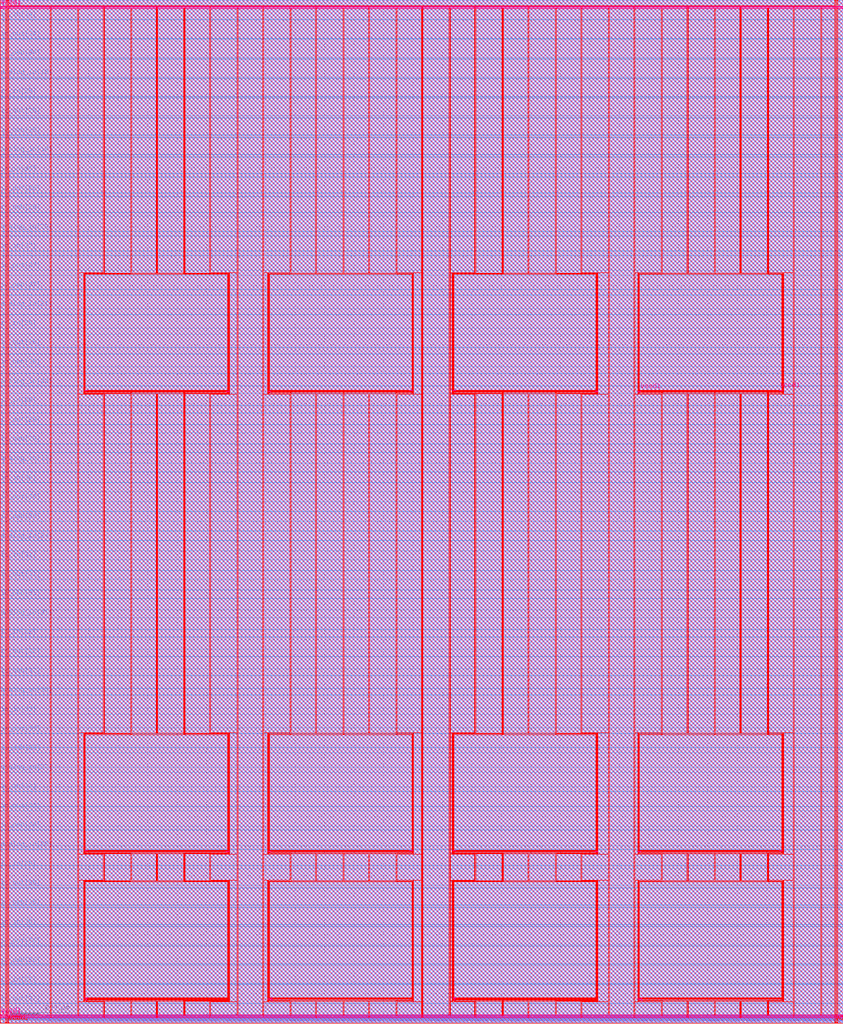
<source format=lef>
###############################################################
#  Generated by:      Cadence Innovus 20.13-s083_1
#  OS:                Linux x86_64(Host ID iron-502-27)
#  Generated on:      Sun Jun 19 14:59:31 2022
#  Design:            user_proj_example
#  Command:           write_lef_abstract -specifyTopLayer 5 -PGPinLayers {5 6} -extractBlockObs -stripePin results/user_proj_example.lef
###############################################################

VERSION 5.8 ;

BUSBITCHARS "[]" ;
DIVIDERCHAR "/" ;

MACRO user_proj_example
  CLASS BLOCK ;
  SIZE 2859.820000 BY 3470.040000 ;
  FOREIGN user_proj_example 0.000000 0.000000 ;
  ORIGIN 0 0 ;
  SYMMETRY X Y R90 ;
  PIN la_data_in[127]
    DIRECTION INPUT ;
    USE SIGNAL ;
    PORT
      LAYER met2 ;
        RECT 2825.020000 0.000000 2825.160000 0.485000 ;
    END
  END la_data_in[127]
  PIN la_data_in[126]
    DIRECTION INPUT ;
    USE SIGNAL ;
    PORT
      LAYER met2 ;
        RECT 2807.540000 0.000000 2807.680000 0.485000 ;
    END
  END la_data_in[126]
  PIN la_data_in[125]
    DIRECTION INPUT ;
    USE SIGNAL ;
    PORT
      LAYER met2 ;
        RECT 2790.060000 0.000000 2790.200000 0.485000 ;
    END
  END la_data_in[125]
  PIN la_data_in[124]
    DIRECTION INPUT ;
    USE SIGNAL ;
    PORT
      LAYER met2 ;
        RECT 2772.580000 0.000000 2772.720000 0.485000 ;
    END
  END la_data_in[124]
  PIN la_data_in[123]
    DIRECTION INPUT ;
    USE SIGNAL ;
    PORT
      LAYER met2 ;
        RECT 2755.560000 0.000000 2755.700000 0.485000 ;
    END
  END la_data_in[123]
  PIN la_data_in[122]
    DIRECTION INPUT ;
    USE SIGNAL ;
    PORT
      LAYER met2 ;
        RECT 2738.080000 0.000000 2738.220000 0.485000 ;
    END
  END la_data_in[122]
  PIN la_data_in[121]
    DIRECTION INPUT ;
    USE SIGNAL ;
    PORT
      LAYER met2 ;
        RECT 2720.600000 0.000000 2720.740000 0.485000 ;
    END
  END la_data_in[121]
  PIN la_data_in[120]
    DIRECTION INPUT ;
    USE SIGNAL ;
    PORT
      LAYER met2 ;
        RECT 2703.120000 0.000000 2703.260000 0.485000 ;
    END
  END la_data_in[120]
  PIN la_data_in[119]
    DIRECTION INPUT ;
    USE SIGNAL ;
    PORT
      LAYER met2 ;
        RECT 2685.640000 0.000000 2685.780000 0.485000 ;
    END
  END la_data_in[119]
  PIN la_data_in[118]
    DIRECTION INPUT ;
    USE SIGNAL ;
    PORT
      LAYER met2 ;
        RECT 2668.160000 0.000000 2668.300000 0.485000 ;
    END
  END la_data_in[118]
  PIN la_data_in[117]
    DIRECTION INPUT ;
    USE SIGNAL ;
    PORT
      LAYER met2 ;
        RECT 2651.140000 0.000000 2651.280000 0.485000 ;
    END
  END la_data_in[117]
  PIN la_data_in[116]
    DIRECTION INPUT ;
    USE SIGNAL ;
    PORT
      LAYER met2 ;
        RECT 2633.660000 0.000000 2633.800000 0.485000 ;
    END
  END la_data_in[116]
  PIN la_data_in[115]
    DIRECTION INPUT ;
    USE SIGNAL ;
    PORT
      LAYER met2 ;
        RECT 2616.180000 0.000000 2616.320000 0.485000 ;
    END
  END la_data_in[115]
  PIN la_data_in[114]
    DIRECTION INPUT ;
    USE SIGNAL ;
    PORT
      LAYER met2 ;
        RECT 2598.700000 0.000000 2598.840000 0.485000 ;
    END
  END la_data_in[114]
  PIN la_data_in[113]
    DIRECTION INPUT ;
    USE SIGNAL ;
    PORT
      LAYER met2 ;
        RECT 2581.220000 0.000000 2581.360000 0.485000 ;
    END
  END la_data_in[113]
  PIN la_data_in[112]
    DIRECTION INPUT ;
    USE SIGNAL ;
    PORT
      LAYER met2 ;
        RECT 2563.740000 0.000000 2563.880000 0.485000 ;
    END
  END la_data_in[112]
  PIN la_data_in[111]
    DIRECTION INPUT ;
    USE SIGNAL ;
    PORT
      LAYER met2 ;
        RECT 2546.720000 0.000000 2546.860000 0.485000 ;
    END
  END la_data_in[111]
  PIN la_data_in[110]
    DIRECTION INPUT ;
    USE SIGNAL ;
    PORT
      LAYER met2 ;
        RECT 2529.240000 0.000000 2529.380000 0.485000 ;
    END
  END la_data_in[110]
  PIN la_data_in[109]
    DIRECTION INPUT ;
    USE SIGNAL ;
    PORT
      LAYER met2 ;
        RECT 2511.760000 0.000000 2511.900000 0.485000 ;
    END
  END la_data_in[109]
  PIN la_data_in[108]
    DIRECTION INPUT ;
    USE SIGNAL ;
    PORT
      LAYER met2 ;
        RECT 2494.280000 0.000000 2494.420000 0.485000 ;
    END
  END la_data_in[108]
  PIN la_data_in[107]
    DIRECTION INPUT ;
    USE SIGNAL ;
    PORT
      LAYER met2 ;
        RECT 2476.800000 0.000000 2476.940000 0.485000 ;
    END
  END la_data_in[107]
  PIN la_data_in[106]
    DIRECTION INPUT ;
    USE SIGNAL ;
    PORT
      LAYER met2 ;
        RECT 2459.780000 0.000000 2459.920000 0.485000 ;
    END
  END la_data_in[106]
  PIN la_data_in[105]
    DIRECTION INPUT ;
    USE SIGNAL ;
    PORT
      LAYER met2 ;
        RECT 2442.300000 0.000000 2442.440000 0.485000 ;
    END
  END la_data_in[105]
  PIN la_data_in[104]
    DIRECTION INPUT ;
    USE SIGNAL ;
    PORT
      LAYER met2 ;
        RECT 2424.820000 0.000000 2424.960000 0.485000 ;
    END
  END la_data_in[104]
  PIN la_data_in[103]
    DIRECTION INPUT ;
    USE SIGNAL ;
    PORT
      LAYER met2 ;
        RECT 2407.340000 0.000000 2407.480000 0.485000 ;
    END
  END la_data_in[103]
  PIN la_data_in[102]
    DIRECTION INPUT ;
    USE SIGNAL ;
    PORT
      LAYER met2 ;
        RECT 2389.860000 0.000000 2390.000000 0.485000 ;
    END
  END la_data_in[102]
  PIN la_data_in[101]
    DIRECTION INPUT ;
    USE SIGNAL ;
    PORT
      LAYER met2 ;
        RECT 2372.380000 0.000000 2372.520000 0.485000 ;
    END
  END la_data_in[101]
  PIN la_data_in[100]
    DIRECTION INPUT ;
    USE SIGNAL ;
    PORT
      LAYER met2 ;
        RECT 2355.360000 0.000000 2355.500000 0.485000 ;
    END
  END la_data_in[100]
  PIN la_data_in[99]
    DIRECTION INPUT ;
    USE SIGNAL ;
    PORT
      LAYER met2 ;
        RECT 2337.880000 0.000000 2338.020000 0.485000 ;
    END
  END la_data_in[99]
  PIN la_data_in[98]
    DIRECTION INPUT ;
    USE SIGNAL ;
    PORT
      LAYER met2 ;
        RECT 2320.400000 0.000000 2320.540000 0.485000 ;
    END
  END la_data_in[98]
  PIN la_data_in[97]
    DIRECTION INPUT ;
    USE SIGNAL ;
    PORT
      LAYER met2 ;
        RECT 2302.920000 0.000000 2303.060000 0.485000 ;
    END
  END la_data_in[97]
  PIN la_data_in[96]
    DIRECTION INPUT ;
    USE SIGNAL ;
    PORT
      LAYER met2 ;
        RECT 2285.440000 0.000000 2285.580000 0.485000 ;
    END
  END la_data_in[96]
  PIN la_data_in[95]
    DIRECTION INPUT ;
    USE SIGNAL ;
    PORT
      LAYER met2 ;
        RECT 2267.960000 0.000000 2268.100000 0.485000 ;
    END
  END la_data_in[95]
  PIN la_data_in[94]
    DIRECTION INPUT ;
    USE SIGNAL ;
    PORT
      LAYER met2 ;
        RECT 2250.940000 0.000000 2251.080000 0.485000 ;
    END
  END la_data_in[94]
  PIN la_data_in[93]
    DIRECTION INPUT ;
    USE SIGNAL ;
    PORT
      LAYER met2 ;
        RECT 2233.460000 0.000000 2233.600000 0.485000 ;
    END
  END la_data_in[93]
  PIN la_data_in[92]
    DIRECTION INPUT ;
    USE SIGNAL ;
    PORT
      LAYER met2 ;
        RECT 2215.980000 0.000000 2216.120000 0.485000 ;
    END
  END la_data_in[92]
  PIN la_data_in[91]
    DIRECTION INPUT ;
    USE SIGNAL ;
    PORT
      LAYER met2 ;
        RECT 2198.500000 0.000000 2198.640000 0.485000 ;
    END
  END la_data_in[91]
  PIN la_data_in[90]
    DIRECTION INPUT ;
    USE SIGNAL ;
    PORT
      LAYER met2 ;
        RECT 2181.020000 0.000000 2181.160000 0.485000 ;
    END
  END la_data_in[90]
  PIN la_data_in[89]
    DIRECTION INPUT ;
    USE SIGNAL ;
    PORT
      LAYER met2 ;
        RECT 2163.540000 0.000000 2163.680000 0.485000 ;
    END
  END la_data_in[89]
  PIN la_data_in[88]
    DIRECTION INPUT ;
    USE SIGNAL ;
    PORT
      LAYER met2 ;
        RECT 2146.520000 0.000000 2146.660000 0.485000 ;
    END
  END la_data_in[88]
  PIN la_data_in[87]
    DIRECTION INPUT ;
    USE SIGNAL ;
    PORT
      LAYER met2 ;
        RECT 2129.040000 0.000000 2129.180000 0.485000 ;
    END
  END la_data_in[87]
  PIN la_data_in[86]
    DIRECTION INPUT ;
    USE SIGNAL ;
    PORT
      LAYER met2 ;
        RECT 2111.560000 0.000000 2111.700000 0.485000 ;
    END
  END la_data_in[86]
  PIN la_data_in[85]
    DIRECTION INPUT ;
    USE SIGNAL ;
    PORT
      LAYER met2 ;
        RECT 2094.080000 0.000000 2094.220000 0.485000 ;
    END
  END la_data_in[85]
  PIN la_data_in[84]
    DIRECTION INPUT ;
    USE SIGNAL ;
    PORT
      LAYER met2 ;
        RECT 2076.600000 0.000000 2076.740000 0.485000 ;
    END
  END la_data_in[84]
  PIN la_data_in[83]
    DIRECTION INPUT ;
    USE SIGNAL ;
    PORT
      LAYER met2 ;
        RECT 2059.580000 0.000000 2059.720000 0.485000 ;
    END
  END la_data_in[83]
  PIN la_data_in[82]
    DIRECTION INPUT ;
    USE SIGNAL ;
    PORT
      LAYER met2 ;
        RECT 2042.100000 0.000000 2042.240000 0.485000 ;
    END
  END la_data_in[82]
  PIN la_data_in[81]
    DIRECTION INPUT ;
    USE SIGNAL ;
    PORT
      LAYER met2 ;
        RECT 2024.620000 0.000000 2024.760000 0.485000 ;
    END
  END la_data_in[81]
  PIN la_data_in[80]
    DIRECTION INPUT ;
    USE SIGNAL ;
    PORT
      LAYER met2 ;
        RECT 2007.140000 0.000000 2007.280000 0.485000 ;
    END
  END la_data_in[80]
  PIN la_data_in[79]
    DIRECTION INPUT ;
    USE SIGNAL ;
    PORT
      LAYER met2 ;
        RECT 1989.660000 0.000000 1989.800000 0.485000 ;
    END
  END la_data_in[79]
  PIN la_data_in[78]
    DIRECTION INPUT ;
    USE SIGNAL ;
    PORT
      LAYER met2 ;
        RECT 1972.180000 0.000000 1972.320000 0.485000 ;
    END
  END la_data_in[78]
  PIN la_data_in[77]
    DIRECTION INPUT ;
    USE SIGNAL ;
    PORT
      LAYER met2 ;
        RECT 1955.160000 0.000000 1955.300000 0.485000 ;
    END
  END la_data_in[77]
  PIN la_data_in[76]
    DIRECTION INPUT ;
    USE SIGNAL ;
    PORT
      LAYER met2 ;
        RECT 1937.680000 0.000000 1937.820000 0.485000 ;
    END
  END la_data_in[76]
  PIN la_data_in[75]
    DIRECTION INPUT ;
    USE SIGNAL ;
    PORT
      LAYER met2 ;
        RECT 1920.200000 0.000000 1920.340000 0.485000 ;
    END
  END la_data_in[75]
  PIN la_data_in[74]
    DIRECTION INPUT ;
    USE SIGNAL ;
    PORT
      LAYER met2 ;
        RECT 1902.720000 0.000000 1902.860000 0.485000 ;
    END
  END la_data_in[74]
  PIN la_data_in[73]
    DIRECTION INPUT ;
    USE SIGNAL ;
    PORT
      LAYER met2 ;
        RECT 1885.240000 0.000000 1885.380000 0.485000 ;
    END
  END la_data_in[73]
  PIN la_data_in[72]
    DIRECTION INPUT ;
    USE SIGNAL ;
    PORT
      LAYER met2 ;
        RECT 1867.760000 0.000000 1867.900000 0.485000 ;
    END
  END la_data_in[72]
  PIN la_data_in[71]
    DIRECTION INPUT ;
    USE SIGNAL ;
    PORT
      LAYER met2 ;
        RECT 1850.740000 0.000000 1850.880000 0.485000 ;
    END
  END la_data_in[71]
  PIN la_data_in[70]
    DIRECTION INPUT ;
    USE SIGNAL ;
    PORT
      LAYER met2 ;
        RECT 1833.260000 0.000000 1833.400000 0.485000 ;
    END
  END la_data_in[70]
  PIN la_data_in[69]
    DIRECTION INPUT ;
    USE SIGNAL ;
    PORT
      LAYER met2 ;
        RECT 1815.780000 0.000000 1815.920000 0.485000 ;
    END
  END la_data_in[69]
  PIN la_data_in[68]
    DIRECTION INPUT ;
    USE SIGNAL ;
    PORT
      LAYER met2 ;
        RECT 1798.300000 0.000000 1798.440000 0.485000 ;
    END
  END la_data_in[68]
  PIN la_data_in[67]
    DIRECTION INPUT ;
    USE SIGNAL ;
    PORT
      LAYER met2 ;
        RECT 1780.820000 0.000000 1780.960000 0.485000 ;
    END
  END la_data_in[67]
  PIN la_data_in[66]
    DIRECTION INPUT ;
    USE SIGNAL ;
    PORT
      LAYER met2 ;
        RECT 1763.340000 0.000000 1763.480000 0.485000 ;
    END
  END la_data_in[66]
  PIN la_data_in[65]
    DIRECTION INPUT ;
    USE SIGNAL ;
    PORT
      LAYER met2 ;
        RECT 1746.320000 0.000000 1746.460000 0.485000 ;
    END
  END la_data_in[65]
  PIN la_data_in[64]
    DIRECTION INPUT ;
    USE SIGNAL ;
    PORT
      LAYER met2 ;
        RECT 1728.840000 0.000000 1728.980000 0.485000 ;
    END
  END la_data_in[64]
  PIN la_data_in[63]
    DIRECTION INPUT ;
    USE SIGNAL ;
    PORT
      LAYER met2 ;
        RECT 1711.360000 0.000000 1711.500000 0.485000 ;
    END
  END la_data_in[63]
  PIN la_data_in[62]
    DIRECTION INPUT ;
    USE SIGNAL ;
    PORT
      LAYER met2 ;
        RECT 1693.880000 0.000000 1694.020000 0.485000 ;
    END
  END la_data_in[62]
  PIN la_data_in[61]
    DIRECTION INPUT ;
    USE SIGNAL ;
    PORT
      LAYER met2 ;
        RECT 1676.400000 0.000000 1676.540000 0.485000 ;
    END
  END la_data_in[61]
  PIN la_data_in[60]
    DIRECTION INPUT ;
    USE SIGNAL ;
    PORT
      LAYER met2 ;
        RECT 1659.380000 0.000000 1659.520000 0.485000 ;
    END
  END la_data_in[60]
  PIN la_data_in[59]
    DIRECTION INPUT ;
    USE SIGNAL ;
    PORT
      LAYER met2 ;
        RECT 1641.900000 0.000000 1642.040000 0.485000 ;
    END
  END la_data_in[59]
  PIN la_data_in[58]
    DIRECTION INPUT ;
    USE SIGNAL ;
    PORT
      LAYER met2 ;
        RECT 1624.420000 0.000000 1624.560000 0.485000 ;
    END
  END la_data_in[58]
  PIN la_data_in[57]
    DIRECTION INPUT ;
    USE SIGNAL ;
    PORT
      LAYER met2 ;
        RECT 1606.940000 0.000000 1607.080000 0.485000 ;
    END
  END la_data_in[57]
  PIN la_data_in[56]
    DIRECTION INPUT ;
    USE SIGNAL ;
    PORT
      LAYER met2 ;
        RECT 1589.460000 0.000000 1589.600000 0.485000 ;
    END
  END la_data_in[56]
  PIN la_data_in[55]
    DIRECTION INPUT ;
    USE SIGNAL ;
    PORT
      LAYER met2 ;
        RECT 1571.980000 0.000000 1572.120000 0.485000 ;
    END
  END la_data_in[55]
  PIN la_data_in[54]
    DIRECTION INPUT ;
    USE SIGNAL ;
    PORT
      LAYER met2 ;
        RECT 1554.960000 0.000000 1555.100000 0.485000 ;
    END
  END la_data_in[54]
  PIN la_data_in[53]
    DIRECTION INPUT ;
    USE SIGNAL ;
    PORT
      LAYER met2 ;
        RECT 1537.480000 0.000000 1537.620000 0.485000 ;
    END
  END la_data_in[53]
  PIN la_data_in[52]
    DIRECTION INPUT ;
    USE SIGNAL ;
    PORT
      LAYER met2 ;
        RECT 1520.000000 0.000000 1520.140000 0.485000 ;
    END
  END la_data_in[52]
  PIN la_data_in[51]
    DIRECTION INPUT ;
    USE SIGNAL ;
    PORT
      LAYER met2 ;
        RECT 1502.520000 0.000000 1502.660000 0.485000 ;
    END
  END la_data_in[51]
  PIN la_data_in[50]
    DIRECTION INPUT ;
    USE SIGNAL ;
    PORT
      LAYER met2 ;
        RECT 1485.040000 0.000000 1485.180000 0.485000 ;
    END
  END la_data_in[50]
  PIN la_data_in[49]
    DIRECTION INPUT ;
    USE SIGNAL ;
    PORT
      LAYER met2 ;
        RECT 1467.560000 0.000000 1467.700000 0.485000 ;
    END
  END la_data_in[49]
  PIN la_data_in[48]
    DIRECTION INPUT ;
    USE SIGNAL ;
    PORT
      LAYER met2 ;
        RECT 1450.540000 0.000000 1450.680000 0.485000 ;
    END
  END la_data_in[48]
  PIN la_data_in[47]
    DIRECTION INPUT ;
    USE SIGNAL ;
    PORT
      LAYER met2 ;
        RECT 1433.060000 0.000000 1433.200000 0.485000 ;
    END
  END la_data_in[47]
  PIN la_data_in[46]
    DIRECTION INPUT ;
    USE SIGNAL ;
    PORT
      LAYER met2 ;
        RECT 1415.580000 0.000000 1415.720000 0.485000 ;
    END
  END la_data_in[46]
  PIN la_data_in[45]
    DIRECTION INPUT ;
    USE SIGNAL ;
    PORT
      LAYER met2 ;
        RECT 1398.100000 0.000000 1398.240000 0.485000 ;
    END
  END la_data_in[45]
  PIN la_data_in[44]
    DIRECTION INPUT ;
    USE SIGNAL ;
    PORT
      LAYER met2 ;
        RECT 1380.620000 0.000000 1380.760000 0.485000 ;
    END
  END la_data_in[44]
  PIN la_data_in[43]
    DIRECTION INPUT ;
    USE SIGNAL ;
    PORT
      LAYER met2 ;
        RECT 1363.600000 0.000000 1363.740000 0.485000 ;
    END
  END la_data_in[43]
  PIN la_data_in[42]
    DIRECTION INPUT ;
    USE SIGNAL ;
    PORT
      LAYER met2 ;
        RECT 1346.120000 0.000000 1346.260000 0.485000 ;
    END
  END la_data_in[42]
  PIN la_data_in[41]
    DIRECTION INPUT ;
    USE SIGNAL ;
    PORT
      LAYER met2 ;
        RECT 1328.640000 0.000000 1328.780000 0.485000 ;
    END
  END la_data_in[41]
  PIN la_data_in[40]
    DIRECTION INPUT ;
    USE SIGNAL ;
    PORT
      LAYER met2 ;
        RECT 1311.160000 0.000000 1311.300000 0.485000 ;
    END
  END la_data_in[40]
  PIN la_data_in[39]
    DIRECTION INPUT ;
    USE SIGNAL ;
    PORT
      LAYER met2 ;
        RECT 1293.680000 0.000000 1293.820000 0.485000 ;
    END
  END la_data_in[39]
  PIN la_data_in[38]
    DIRECTION INPUT ;
    USE SIGNAL ;
    PORT
      LAYER met2 ;
        RECT 1276.200000 0.000000 1276.340000 0.485000 ;
    END
  END la_data_in[38]
  PIN la_data_in[37]
    DIRECTION INPUT ;
    USE SIGNAL ;
    PORT
      LAYER met2 ;
        RECT 1259.180000 0.000000 1259.320000 0.485000 ;
    END
  END la_data_in[37]
  PIN la_data_in[36]
    DIRECTION INPUT ;
    USE SIGNAL ;
    PORT
      LAYER met2 ;
        RECT 1241.700000 0.000000 1241.840000 0.485000 ;
    END
  END la_data_in[36]
  PIN la_data_in[35]
    DIRECTION INPUT ;
    USE SIGNAL ;
    PORT
      LAYER met2 ;
        RECT 1224.220000 0.000000 1224.360000 0.485000 ;
    END
  END la_data_in[35]
  PIN la_data_in[34]
    DIRECTION INPUT ;
    USE SIGNAL ;
    PORT
      LAYER met2 ;
        RECT 1206.740000 0.000000 1206.880000 0.485000 ;
    END
  END la_data_in[34]
  PIN la_data_in[33]
    DIRECTION INPUT ;
    USE SIGNAL ;
    PORT
      LAYER met2 ;
        RECT 1189.260000 0.000000 1189.400000 0.485000 ;
    END
  END la_data_in[33]
  PIN la_data_in[32]
    DIRECTION INPUT ;
    USE SIGNAL ;
    PORT
      LAYER met2 ;
        RECT 1171.780000 0.000000 1171.920000 0.485000 ;
    END
  END la_data_in[32]
  PIN la_data_in[31]
    DIRECTION INPUT ;
    USE SIGNAL ;
    PORT
      LAYER met2 ;
        RECT 1154.760000 0.000000 1154.900000 0.485000 ;
    END
  END la_data_in[31]
  PIN la_data_in[30]
    DIRECTION INPUT ;
    USE SIGNAL ;
    PORT
      LAYER met2 ;
        RECT 1137.280000 0.000000 1137.420000 0.485000 ;
    END
  END la_data_in[30]
  PIN la_data_in[29]
    DIRECTION INPUT ;
    USE SIGNAL ;
    PORT
      LAYER met2 ;
        RECT 1119.800000 0.000000 1119.940000 0.485000 ;
    END
  END la_data_in[29]
  PIN la_data_in[28]
    DIRECTION INPUT ;
    USE SIGNAL ;
    PORT
      LAYER met2 ;
        RECT 1102.320000 0.000000 1102.460000 0.485000 ;
    END
  END la_data_in[28]
  PIN la_data_in[27]
    DIRECTION INPUT ;
    USE SIGNAL ;
    PORT
      LAYER met2 ;
        RECT 1084.840000 0.000000 1084.980000 0.485000 ;
    END
  END la_data_in[27]
  PIN la_data_in[26]
    DIRECTION INPUT ;
    USE SIGNAL ;
    PORT
      LAYER met2 ;
        RECT 1067.360000 0.000000 1067.500000 0.485000 ;
    END
  END la_data_in[26]
  PIN la_data_in[25]
    DIRECTION INPUT ;
    USE SIGNAL ;
    PORT
      LAYER met2 ;
        RECT 1050.340000 0.000000 1050.480000 0.485000 ;
    END
  END la_data_in[25]
  PIN la_data_in[24]
    DIRECTION INPUT ;
    USE SIGNAL ;
    PORT
      LAYER met2 ;
        RECT 1032.860000 0.000000 1033.000000 0.485000 ;
    END
  END la_data_in[24]
  PIN la_data_in[23]
    DIRECTION INPUT ;
    USE SIGNAL ;
    PORT
      LAYER met2 ;
        RECT 1015.380000 0.000000 1015.520000 0.485000 ;
    END
  END la_data_in[23]
  PIN la_data_in[22]
    DIRECTION INPUT ;
    USE SIGNAL ;
    PORT
      LAYER met2 ;
        RECT 997.900000 0.000000 998.040000 0.485000 ;
    END
  END la_data_in[22]
  PIN la_data_in[21]
    DIRECTION INPUT ;
    USE SIGNAL ;
    PORT
      LAYER met2 ;
        RECT 980.420000 0.000000 980.560000 0.485000 ;
    END
  END la_data_in[21]
  PIN la_data_in[20]
    DIRECTION INPUT ;
    USE SIGNAL ;
    PORT
      LAYER met2 ;
        RECT 963.400000 0.000000 963.540000 0.485000 ;
    END
  END la_data_in[20]
  PIN la_data_in[19]
    DIRECTION INPUT ;
    USE SIGNAL ;
    PORT
      LAYER met2 ;
        RECT 945.920000 0.000000 946.060000 0.485000 ;
    END
  END la_data_in[19]
  PIN la_data_in[18]
    DIRECTION INPUT ;
    USE SIGNAL ;
    PORT
      LAYER met2 ;
        RECT 928.440000 0.000000 928.580000 0.485000 ;
    END
  END la_data_in[18]
  PIN la_data_in[17]
    DIRECTION INPUT ;
    USE SIGNAL ;
    PORT
      LAYER met2 ;
        RECT 910.960000 0.000000 911.100000 0.485000 ;
    END
  END la_data_in[17]
  PIN la_data_in[16]
    DIRECTION INPUT ;
    USE SIGNAL ;
    PORT
      LAYER met2 ;
        RECT 893.480000 0.000000 893.620000 0.485000 ;
    END
  END la_data_in[16]
  PIN la_data_in[15]
    DIRECTION INPUT ;
    USE SIGNAL ;
    PORT
      LAYER met2 ;
        RECT 876.000000 0.000000 876.140000 0.485000 ;
    END
  END la_data_in[15]
  PIN la_data_in[14]
    DIRECTION INPUT ;
    USE SIGNAL ;
    PORT
      LAYER met2 ;
        RECT 858.980000 0.000000 859.120000 0.485000 ;
    END
  END la_data_in[14]
  PIN la_data_in[13]
    DIRECTION INPUT ;
    USE SIGNAL ;
    PORT
      LAYER met2 ;
        RECT 841.500000 0.000000 841.640000 0.485000 ;
    END
  END la_data_in[13]
  PIN la_data_in[12]
    DIRECTION INPUT ;
    USE SIGNAL ;
    PORT
      LAYER met2 ;
        RECT 824.020000 0.000000 824.160000 0.485000 ;
    END
  END la_data_in[12]
  PIN la_data_in[11]
    DIRECTION INPUT ;
    USE SIGNAL ;
    PORT
      LAYER met2 ;
        RECT 806.540000 0.000000 806.680000 0.485000 ;
    END
  END la_data_in[11]
  PIN la_data_in[10]
    DIRECTION INPUT ;
    USE SIGNAL ;
    PORT
      LAYER met2 ;
        RECT 789.060000 0.000000 789.200000 0.485000 ;
    END
  END la_data_in[10]
  PIN la_data_in[9]
    DIRECTION INPUT ;
    USE SIGNAL ;
    PORT
      LAYER met2 ;
        RECT 771.580000 0.000000 771.720000 0.485000 ;
    END
  END la_data_in[9]
  PIN la_data_in[8]
    DIRECTION INPUT ;
    USE SIGNAL ;
    PORT
      LAYER met2 ;
        RECT 754.560000 0.000000 754.700000 0.485000 ;
    END
  END la_data_in[8]
  PIN la_data_in[7]
    DIRECTION INPUT ;
    USE SIGNAL ;
    PORT
      LAYER met2 ;
        RECT 737.080000 0.000000 737.220000 0.485000 ;
    END
  END la_data_in[7]
  PIN la_data_in[6]
    DIRECTION INPUT ;
    USE SIGNAL ;
    PORT
      LAYER met2 ;
        RECT 719.600000 0.000000 719.740000 0.485000 ;
    END
  END la_data_in[6]
  PIN la_data_in[5]
    DIRECTION INPUT ;
    USE SIGNAL ;
    PORT
      LAYER met2 ;
        RECT 702.120000 0.000000 702.260000 0.485000 ;
    END
  END la_data_in[5]
  PIN la_data_in[4]
    DIRECTION INPUT ;
    USE SIGNAL ;
    PORT
      LAYER met2 ;
        RECT 684.640000 0.000000 684.780000 0.485000 ;
    END
  END la_data_in[4]
  PIN la_data_in[3]
    DIRECTION INPUT ;
    USE SIGNAL ;
    PORT
      LAYER met2 ;
        RECT 667.160000 0.000000 667.300000 0.485000 ;
    END
  END la_data_in[3]
  PIN la_data_in[2]
    DIRECTION INPUT ;
    USE SIGNAL ;
    PORT
      LAYER met2 ;
        RECT 650.140000 0.000000 650.280000 0.485000 ;
    END
  END la_data_in[2]
  PIN la_data_in[1]
    DIRECTION INPUT ;
    USE SIGNAL ;
    ANTENNAPARTIALMETALAREA 4.2055 LAYER met2  ;
    ANTENNAPARTIALMETALSIDEAREA 20.9195 LAYER met2  ;
    ANTENNAMODEL OXIDE1 ;
    ANTENNAGATEAREA 0.126 LAYER met2  ;
    ANTENNAMAXAREACAR 48.4536 LAYER met2  ;
    ANTENNAMAXSIDEAREACAR 232.77 LAYER met2  ;
    ANTENNAMAXCUTCAR 0.407937 LAYER via2  ;
    PORT
      LAYER met2 ;
        RECT 632.660000 0.000000 632.800000 0.485000 ;
    END
  END la_data_in[1]
  PIN la_data_in[0]
    DIRECTION INPUT ;
    USE SIGNAL ;
    PORT
      LAYER met2 ;
        RECT 615.180000 0.000000 615.320000 0.485000 ;
    END
  END la_data_in[0]
  PIN la_data_out[127]
    DIRECTION OUTPUT ;
    USE SIGNAL ;
    ANTENNADIFFAREA 0.336 LAYER met2  ;
    ANTENNAPARTIALMETALAREA 4.4435 LAYER met2  ;
    ANTENNAPARTIALMETALSIDEAREA 22.1095 LAYER met2  ;
    PORT
      LAYER met2 ;
        RECT 2830.540000 0.000000 2830.680000 0.485000 ;
    END
  END la_data_out[127]
  PIN la_data_out[126]
    DIRECTION OUTPUT ;
    USE SIGNAL ;
    ANTENNADIFFAREA 0.336 LAYER met2  ;
    ANTENNAPARTIALMETALAREA 4.4435 LAYER met2  ;
    ANTENNAPARTIALMETALSIDEAREA 22.1095 LAYER met2  ;
    PORT
      LAYER met2 ;
        RECT 2813.520000 0.000000 2813.660000 0.485000 ;
    END
  END la_data_out[126]
  PIN la_data_out[125]
    DIRECTION OUTPUT ;
    USE SIGNAL ;
    ANTENNADIFFAREA 0.336 LAYER met2  ;
    ANTENNAPARTIALMETALAREA 4.4435 LAYER met2  ;
    ANTENNAPARTIALMETALSIDEAREA 22.1095 LAYER met2  ;
    PORT
      LAYER met2 ;
        RECT 2796.040000 0.000000 2796.180000 0.485000 ;
    END
  END la_data_out[125]
  PIN la_data_out[124]
    DIRECTION OUTPUT ;
    USE SIGNAL ;
    ANTENNADIFFAREA 0.336 LAYER met2  ;
    ANTENNAPARTIALMETALAREA 4.4435 LAYER met2  ;
    ANTENNAPARTIALMETALSIDEAREA 22.1095 LAYER met2  ;
    PORT
      LAYER met2 ;
        RECT 2778.560000 0.000000 2778.700000 0.485000 ;
    END
  END la_data_out[124]
  PIN la_data_out[123]
    DIRECTION OUTPUT ;
    USE SIGNAL ;
    ANTENNADIFFAREA 0.336 LAYER met2  ;
    ANTENNAPARTIALMETALAREA 4.4435 LAYER met2  ;
    ANTENNAPARTIALMETALSIDEAREA 22.1095 LAYER met2  ;
    PORT
      LAYER met2 ;
        RECT 2761.080000 0.000000 2761.220000 0.485000 ;
    END
  END la_data_out[123]
  PIN la_data_out[122]
    DIRECTION OUTPUT ;
    USE SIGNAL ;
    ANTENNADIFFAREA 0.336 LAYER met2  ;
    ANTENNAPARTIALMETALAREA 4.4435 LAYER met2  ;
    ANTENNAPARTIALMETALSIDEAREA 22.1095 LAYER met2  ;
    PORT
      LAYER met2 ;
        RECT 2743.600000 0.000000 2743.740000 0.485000 ;
    END
  END la_data_out[122]
  PIN la_data_out[121]
    DIRECTION OUTPUT ;
    USE SIGNAL ;
    ANTENNADIFFAREA 0.336 LAYER met2  ;
    ANTENNAPARTIALMETALAREA 4.4435 LAYER met2  ;
    ANTENNAPARTIALMETALSIDEAREA 22.1095 LAYER met2  ;
    PORT
      LAYER met2 ;
        RECT 2726.580000 0.000000 2726.720000 0.485000 ;
    END
  END la_data_out[121]
  PIN la_data_out[120]
    DIRECTION OUTPUT ;
    USE SIGNAL ;
    ANTENNADIFFAREA 0.336 LAYER met2  ;
    ANTENNAPARTIALMETALAREA 4.4435 LAYER met2  ;
    ANTENNAPARTIALMETALSIDEAREA 22.1095 LAYER met2  ;
    PORT
      LAYER met2 ;
        RECT 2709.100000 0.000000 2709.240000 0.485000 ;
    END
  END la_data_out[120]
  PIN la_data_out[119]
    DIRECTION OUTPUT ;
    USE SIGNAL ;
    ANTENNADIFFAREA 0.336 LAYER met2  ;
    ANTENNAPARTIALMETALAREA 4.7256 LAYER met2  ;
    ANTENNAPARTIALMETALSIDEAREA 23.52 LAYER met2  ;
    PORT
      LAYER met2 ;
        RECT 2691.620000 0.000000 2691.760000 0.485000 ;
    END
  END la_data_out[119]
  PIN la_data_out[118]
    DIRECTION OUTPUT ;
    USE SIGNAL ;
    ANTENNADIFFAREA 0.336 LAYER met2  ;
    ANTENNAPARTIALMETALAREA 4.4435 LAYER met2  ;
    ANTENNAPARTIALMETALSIDEAREA 22.1095 LAYER met2  ;
    PORT
      LAYER met2 ;
        RECT 2674.140000 0.000000 2674.280000 0.485000 ;
    END
  END la_data_out[118]
  PIN la_data_out[117]
    DIRECTION OUTPUT ;
    USE SIGNAL ;
    ANTENNADIFFAREA 0.336 LAYER met2  ;
    ANTENNAPARTIALMETALAREA 4.4435 LAYER met2  ;
    ANTENNAPARTIALMETALSIDEAREA 22.1095 LAYER met2  ;
    PORT
      LAYER met2 ;
        RECT 2656.660000 0.000000 2656.800000 0.485000 ;
    END
  END la_data_out[117]
  PIN la_data_out[116]
    DIRECTION OUTPUT ;
    USE SIGNAL ;
    ANTENNADIFFAREA 0.336 LAYER met2  ;
    ANTENNAPARTIALMETALAREA 4.0627 LAYER met2  ;
    ANTENNAPARTIALMETALSIDEAREA 20.2055 LAYER met2  ;
    PORT
      LAYER met2 ;
        RECT 2639.180000 0.000000 2639.320000 0.485000 ;
    END
  END la_data_out[116]
  PIN la_data_out[115]
    DIRECTION OUTPUT ;
    USE SIGNAL ;
    ANTENNADIFFAREA 0.336 LAYER met2  ;
    ANTENNAPARTIALMETALAREA 4.0627 LAYER met2  ;
    ANTENNAPARTIALMETALSIDEAREA 20.2055 LAYER met2  ;
    PORT
      LAYER met2 ;
        RECT 2622.160000 0.000000 2622.300000 0.485000 ;
    END
  END la_data_out[115]
  PIN la_data_out[114]
    DIRECTION OUTPUT ;
    USE SIGNAL ;
    ANTENNADIFFAREA 0.336 LAYER met2  ;
    ANTENNAPARTIALMETALAREA 4.0627 LAYER met2  ;
    ANTENNAPARTIALMETALSIDEAREA 20.2055 LAYER met2  ;
    PORT
      LAYER met2 ;
        RECT 2604.680000 0.000000 2604.820000 0.485000 ;
    END
  END la_data_out[114]
  PIN la_data_out[113]
    DIRECTION OUTPUT ;
    USE SIGNAL ;
    ANTENNADIFFAREA 0.336 LAYER met2  ;
    ANTENNAPARTIALMETALAREA 4.0627 LAYER met2  ;
    ANTENNAPARTIALMETALSIDEAREA 20.2055 LAYER met2  ;
    PORT
      LAYER met2 ;
        RECT 2587.200000 0.000000 2587.340000 0.485000 ;
    END
  END la_data_out[113]
  PIN la_data_out[112]
    DIRECTION OUTPUT ;
    USE SIGNAL ;
    ANTENNADIFFAREA 0.336 LAYER met2  ;
    ANTENNAPARTIALMETALAREA 4.0627 LAYER met2  ;
    ANTENNAPARTIALMETALSIDEAREA 20.2055 LAYER met2  ;
    PORT
      LAYER met2 ;
        RECT 2569.720000 0.000000 2569.860000 0.485000 ;
    END
  END la_data_out[112]
  PIN la_data_out[111]
    DIRECTION OUTPUT ;
    USE SIGNAL ;
    ANTENNADIFFAREA 0.336 LAYER met2  ;
    ANTENNAPARTIALMETALAREA 4.0627 LAYER met2  ;
    ANTENNAPARTIALMETALSIDEAREA 20.2055 LAYER met2  ;
    PORT
      LAYER met2 ;
        RECT 2552.240000 0.000000 2552.380000 0.485000 ;
    END
  END la_data_out[111]
  PIN la_data_out[110]
    DIRECTION OUTPUT ;
    USE SIGNAL ;
    ANTENNADIFFAREA 0.336 LAYER met2  ;
    ANTENNAPARTIALMETALAREA 4.0627 LAYER met2  ;
    ANTENNAPARTIALMETALSIDEAREA 20.2055 LAYER met2  ;
    PORT
      LAYER met2 ;
        RECT 2534.760000 0.000000 2534.900000 0.485000 ;
    END
  END la_data_out[110]
  PIN la_data_out[109]
    DIRECTION OUTPUT ;
    USE SIGNAL ;
    ANTENNADIFFAREA 0.336 LAYER met2  ;
    ANTENNAPARTIALMETALAREA 4.0627 LAYER met2  ;
    ANTENNAPARTIALMETALSIDEAREA 20.2055 LAYER met2  ;
    PORT
      LAYER met2 ;
        RECT 2517.740000 0.000000 2517.880000 0.485000 ;
    END
  END la_data_out[109]
  PIN la_data_out[108]
    DIRECTION OUTPUT ;
    USE SIGNAL ;
    ANTENNADIFFAREA 0.336 LAYER met2  ;
    ANTENNAPARTIALMETALAREA 4.0627 LAYER met2  ;
    ANTENNAPARTIALMETALSIDEAREA 20.2055 LAYER met2  ;
    PORT
      LAYER met2 ;
        RECT 2500.260000 0.000000 2500.400000 0.485000 ;
    END
  END la_data_out[108]
  PIN la_data_out[107]
    DIRECTION OUTPUT ;
    USE SIGNAL ;
    ANTENNADIFFAREA 0.336 LAYER met2  ;
    ANTENNAPARTIALMETALAREA 4.0627 LAYER met2  ;
    ANTENNAPARTIALMETALSIDEAREA 20.2055 LAYER met2  ;
    PORT
      LAYER met2 ;
        RECT 2482.780000 0.000000 2482.920000 0.485000 ;
    END
  END la_data_out[107]
  PIN la_data_out[106]
    DIRECTION OUTPUT ;
    USE SIGNAL ;
    ANTENNADIFFAREA 0.336 LAYER met2  ;
    ANTENNAPARTIALMETALAREA 4.0627 LAYER met2  ;
    ANTENNAPARTIALMETALSIDEAREA 20.2055 LAYER met2  ;
    PORT
      LAYER met2 ;
        RECT 2465.300000 0.000000 2465.440000 0.485000 ;
    END
  END la_data_out[106]
  PIN la_data_out[105]
    DIRECTION OUTPUT ;
    USE SIGNAL ;
    ANTENNADIFFAREA 0.336 LAYER met2  ;
    ANTENNAPARTIALMETALAREA 4.0627 LAYER met2  ;
    ANTENNAPARTIALMETALSIDEAREA 20.2055 LAYER met2  ;
    PORT
      LAYER met2 ;
        RECT 2447.820000 0.000000 2447.960000 0.485000 ;
    END
  END la_data_out[105]
  PIN la_data_out[104]
    DIRECTION OUTPUT ;
    USE SIGNAL ;
    ANTENNADIFFAREA 0.336 LAYER met2  ;
    ANTENNAPARTIALMETALAREA 4.0627 LAYER met2  ;
    ANTENNAPARTIALMETALSIDEAREA 20.2055 LAYER met2  ;
    PORT
      LAYER met2 ;
        RECT 2430.340000 0.000000 2430.480000 0.485000 ;
    END
  END la_data_out[104]
  PIN la_data_out[103]
    DIRECTION OUTPUT ;
    USE SIGNAL ;
    ANTENNADIFFAREA 0.336 LAYER met2  ;
    ANTENNAPARTIALMETALAREA 4.0627 LAYER met2  ;
    ANTENNAPARTIALMETALSIDEAREA 20.2055 LAYER met2  ;
    PORT
      LAYER met2 ;
        RECT 2413.320000 0.000000 2413.460000 0.485000 ;
    END
  END la_data_out[103]
  PIN la_data_out[102]
    DIRECTION OUTPUT ;
    USE SIGNAL ;
    ANTENNADIFFAREA 0.336 LAYER met2  ;
    ANTENNAPARTIALMETALAREA 4.0627 LAYER met2  ;
    ANTENNAPARTIALMETALSIDEAREA 20.2055 LAYER met2  ;
    PORT
      LAYER met2 ;
        RECT 2395.840000 0.000000 2395.980000 0.485000 ;
    END
  END la_data_out[102]
  PIN la_data_out[101]
    DIRECTION OUTPUT ;
    USE SIGNAL ;
    ANTENNADIFFAREA 0.336 LAYER met2  ;
    ANTENNAPARTIALMETALAREA 4.0627 LAYER met2  ;
    ANTENNAPARTIALMETALSIDEAREA 20.2055 LAYER met2  ;
    PORT
      LAYER met2 ;
        RECT 2378.360000 0.000000 2378.500000 0.485000 ;
    END
  END la_data_out[101]
  PIN la_data_out[100]
    DIRECTION OUTPUT ;
    USE SIGNAL ;
    ANTENNADIFFAREA 0.336 LAYER met2  ;
    ANTENNAPARTIALMETALAREA 4.0627 LAYER met2  ;
    ANTENNAPARTIALMETALSIDEAREA 20.2055 LAYER met2  ;
    PORT
      LAYER met2 ;
        RECT 2360.880000 0.000000 2361.020000 0.485000 ;
    END
  END la_data_out[100]
  PIN la_data_out[99]
    DIRECTION OUTPUT ;
    USE SIGNAL ;
    ANTENNADIFFAREA 0.336 LAYER met2  ;
    ANTENNAPARTIALMETALAREA 4.0627 LAYER met2  ;
    ANTENNAPARTIALMETALSIDEAREA 20.2055 LAYER met2  ;
    PORT
      LAYER met2 ;
        RECT 2343.400000 0.000000 2343.540000 0.485000 ;
    END
  END la_data_out[99]
  PIN la_data_out[98]
    DIRECTION OUTPUT ;
    USE SIGNAL ;
    ANTENNADIFFAREA 0.336 LAYER met2  ;
    ANTENNAPARTIALMETALAREA 4.0627 LAYER met2  ;
    ANTENNAPARTIALMETALSIDEAREA 20.2055 LAYER met2  ;
    PORT
      LAYER met2 ;
        RECT 2326.380000 0.000000 2326.520000 0.485000 ;
    END
  END la_data_out[98]
  PIN la_data_out[97]
    DIRECTION OUTPUT ;
    USE SIGNAL ;
    ANTENNADIFFAREA 0.336 LAYER met2  ;
    ANTENNAPARTIALMETALAREA 4.0627 LAYER met2  ;
    ANTENNAPARTIALMETALSIDEAREA 20.2055 LAYER met2  ;
    PORT
      LAYER met2 ;
        RECT 2308.900000 0.000000 2309.040000 0.485000 ;
    END
  END la_data_out[97]
  PIN la_data_out[96]
    DIRECTION OUTPUT ;
    USE SIGNAL ;
    ANTENNADIFFAREA 0.336 LAYER met2  ;
    ANTENNAPARTIALMETALAREA 4.0627 LAYER met2  ;
    ANTENNAPARTIALMETALSIDEAREA 20.2055 LAYER met2  ;
    PORT
      LAYER met2 ;
        RECT 2291.420000 0.000000 2291.560000 0.485000 ;
    END
  END la_data_out[96]
  PIN la_data_out[95]
    DIRECTION OUTPUT ;
    USE SIGNAL ;
    ANTENNADIFFAREA 0.4455 LAYER met2  ;
    ANTENNAPARTIALMETALAREA 79.7395 LAYER met2  ;
    ANTENNAPARTIALMETALSIDEAREA 398.471 LAYER met2  ;
    PORT
      LAYER met2 ;
        RECT 2273.940000 0.000000 2274.080000 0.485000 ;
    END
  END la_data_out[95]
  PIN la_data_out[94]
    DIRECTION OUTPUT ;
    USE SIGNAL ;
    ANTENNADIFFAREA 0.6626 LAYER met2  ;
    ANTENNAPARTIALMETALAREA 114.078 LAYER met2  ;
    ANTENNAPARTIALMETALSIDEAREA 569.929 LAYER met2  ;
    PORT
      LAYER met2 ;
        RECT 2256.460000 0.000000 2256.600000 0.485000 ;
    END
  END la_data_out[94]
  PIN la_data_out[93]
    DIRECTION OUTPUT ;
    USE SIGNAL ;
    ANTENNADIFFAREA 1.782 LAYER met2  ;
    ANTENNAPARTIALMETALAREA 295.064 LAYER met2  ;
    ANTENNAPARTIALMETALSIDEAREA 1474.45 LAYER met2  ;
    ANTENNAPARTIALCUTAREA 0.04 LAYER via2  ;
    ANTENNADIFFAREA 1.782 LAYER met3  ;
    ANTENNAPARTIALMETALAREA 0.255 LAYER met3  ;
    ANTENNAPARTIALMETALSIDEAREA 1.808 LAYER met3  ;
    ANTENNAPARTIALCUTAREA 0.04 LAYER via3  ;
    ANTENNADIFFAREA 1.782 LAYER met4  ;
    ANTENNAPARTIALMETALAREA 2.1318 LAYER met4  ;
    ANTENNAPARTIALMETALSIDEAREA 11.84 LAYER met4  ;
    ANTENNAMODEL OXIDE1 ;
    ANTENNAGATEAREA 0.159 LAYER met4  ;
    ANTENNAMAXAREACAR 21.9292 LAYER met4  ;
    ANTENNAMAXSIDEAREACAR 116.069 LAYER met4  ;
    ANTENNAMAXCUTCAR 0.826415 LAYER via4  ;
    PORT
      LAYER met2 ;
        RECT 2238.980000 0.000000 2239.120000 0.485000 ;
    END
  END la_data_out[93]
  PIN la_data_out[92]
    DIRECTION OUTPUT ;
    USE SIGNAL ;
    ANTENNADIFFAREA 0.4455 LAYER met2  ;
    ANTENNAPARTIALMETALAREA 79.5685 LAYER met2  ;
    ANTENNAPARTIALMETALSIDEAREA 397.499 LAYER met2  ;
    PORT
      LAYER met2 ;
        RECT 2221.960000 0.000000 2222.100000 0.485000 ;
    END
  END la_data_out[92]
  PIN la_data_out[91]
    DIRECTION OUTPUT ;
    USE SIGNAL ;
    ANTENNADIFFAREA 0.6626 LAYER met2  ;
    ANTENNAPARTIALMETALAREA 149.012 LAYER met2  ;
    ANTENNAPARTIALMETALSIDEAREA 744.601 LAYER met2  ;
    PORT
      LAYER met2 ;
        RECT 2204.480000 0.000000 2204.620000 0.485000 ;
    END
  END la_data_out[91]
  PIN la_data_out[90]
    DIRECTION OUTPUT ;
    USE SIGNAL ;
    ANTENNADIFFAREA 0.6626 LAYER met2  ;
    ANTENNAPARTIALMETALAREA 120.677 LAYER met2  ;
    ANTENNAPARTIALMETALSIDEAREA 603.039 LAYER met2  ;
    PORT
      LAYER met2 ;
        RECT 2187.000000 0.000000 2187.140000 0.485000 ;
    END
  END la_data_out[90]
  PIN la_data_out[89]
    DIRECTION OUTPUT ;
    USE SIGNAL ;
    ANTENNADIFFAREA 0.6626 LAYER met2  ;
    ANTENNAPARTIALMETALAREA 80.9451 LAYER met2  ;
    ANTENNAPARTIALMETALSIDEAREA 404.617 LAYER met2  ;
    PORT
      LAYER met2 ;
        RECT 2169.520000 0.000000 2169.660000 0.485000 ;
    END
  END la_data_out[89]
  PIN la_data_out[88]
    DIRECTION OUTPUT ;
    USE SIGNAL ;
    ANTENNADIFFAREA 0.4455 LAYER met2  ;
    ANTENNAPARTIALMETALAREA 142.42 LAYER met2  ;
    ANTENNAPARTIALMETALSIDEAREA 711.876 LAYER met2  ;
    PORT
      LAYER met2 ;
        RECT 2152.040000 0.000000 2152.180000 0.485000 ;
    END
  END la_data_out[88]
  PIN la_data_out[87]
    DIRECTION OUTPUT ;
    USE SIGNAL ;
    ANTENNADIFFAREA 0.4455 LAYER met2  ;
    ANTENNAPARTIALMETALAREA 140.389 LAYER met2  ;
    ANTENNAPARTIALMETALSIDEAREA 701.838 LAYER met2  ;
    PORT
      LAYER met2 ;
        RECT 2134.560000 0.000000 2134.700000 0.485000 ;
    END
  END la_data_out[87]
  PIN la_data_out[86]
    DIRECTION OUTPUT ;
    USE SIGNAL ;
    ANTENNADIFFAREA 0.4455 LAYER met2  ;
    ANTENNAPARTIALMETALAREA 140.511 LAYER met2  ;
    ANTENNAPARTIALMETALSIDEAREA 702.328 LAYER met2  ;
    PORT
      LAYER met2 ;
        RECT 2117.540000 0.000000 2117.680000 0.485000 ;
    END
  END la_data_out[86]
  PIN la_data_out[85]
    DIRECTION OUTPUT ;
    USE SIGNAL ;
    ANTENNADIFFAREA 0.7952 LAYER met2  ;
    ANTENNAPARTIALMETALAREA 125.966 LAYER met2  ;
    ANTENNAPARTIALMETALSIDEAREA 628.604 LAYER met2  ;
    ANTENNAMODEL OXIDE1 ;
    ANTENNAGATEAREA 5.0175 LAYER met2  ;
    ANTENNAMAXAREACAR 28.405 LAYER met2  ;
    ANTENNAMAXSIDEAREACAR 137.761 LAYER met2  ;
    ANTENNAMAXCUTCAR 0.177374 LAYER via2  ;
    PORT
      LAYER met2 ;
        RECT 2100.060000 0.000000 2100.200000 0.485000 ;
    END
  END la_data_out[85]
  PIN la_data_out[84]
    DIRECTION OUTPUT ;
    USE SIGNAL ;
    ANTENNADIFFAREA 0.7952 LAYER met2  ;
    ANTENNAPARTIALMETALAREA 85.2339 LAYER met2  ;
    ANTENNAPARTIALMETALSIDEAREA 425.59 LAYER met2  ;
    ANTENNAMODEL OXIDE1 ;
    ANTENNAGATEAREA 0.99 LAYER met2  ;
    ANTENNAMAXAREACAR 89.146 LAYER met2  ;
    ANTENNAMAXSIDEAREACAR 443.727 LAYER met2  ;
    ANTENNAMAXCUTCAR 0.149293 LAYER via2  ;
    PORT
      LAYER met2 ;
        RECT 2082.580000 0.000000 2082.720000 0.485000 ;
    END
  END la_data_out[84]
  PIN la_data_out[83]
    DIRECTION OUTPUT ;
    USE SIGNAL ;
    ANTENNADIFFAREA 0.4455 LAYER met2  ;
    ANTENNAPARTIALMETALAREA 79.2523 LAYER met2  ;
    ANTENNAPARTIALMETALSIDEAREA 396.035 LAYER met2  ;
    PORT
      LAYER met2 ;
        RECT 2065.100000 0.000000 2065.240000 0.485000 ;
    END
  END la_data_out[83]
  PIN la_data_out[82]
    DIRECTION OUTPUT ;
    USE SIGNAL ;
    ANTENNADIFFAREA 0.4455 LAYER met2  ;
    ANTENNAPARTIALMETALAREA 79.1543 LAYER met2  ;
    ANTENNAPARTIALMETALSIDEAREA 395.546 LAYER met2  ;
    PORT
      LAYER met2 ;
        RECT 2047.620000 0.000000 2047.760000 0.485000 ;
    END
  END la_data_out[82]
  PIN la_data_out[81]
    DIRECTION OUTPUT ;
    USE SIGNAL ;
    ANTENNADIFFAREA 0.7952 LAYER met2  ;
    ANTENNAPARTIALMETALAREA 123.94 LAYER met2  ;
    ANTENNAPARTIALMETALSIDEAREA 618.786 LAYER met2  ;
    ANTENNAMODEL OXIDE1 ;
    ANTENNAGATEAREA 2.5425 LAYER met2  ;
    ANTENNAMAXAREACAR 53.8123 LAYER met2  ;
    ANTENNAMAXSIDEAREACAR 266.228 LAYER met2  ;
    ANTENNAMAXCUTCAR 0.298586 LAYER via2  ;
    PORT
      LAYER met2 ;
        RECT 2030.140000 0.000000 2030.280000 0.485000 ;
    END
  END la_data_out[81]
  PIN la_data_out[80]
    DIRECTION OUTPUT ;
    USE SIGNAL ;
    ANTENNAPARTIALMETALAREA 5.9752 LAYER met2  ;
    ANTENNAPARTIALMETALSIDEAREA 29.715 LAYER met2  ;
    ANTENNAPARTIALCUTAREA 0.04 LAYER via2  ;
    ANTENNAPARTIALMETALAREA 2.263 LAYER met3  ;
    ANTENNAPARTIALMETALSIDEAREA 12.536 LAYER met3  ;
    ANTENNAPARTIALCUTAREA 0.04 LAYER via3  ;
    ANTENNADIFFAREA 0.4455 LAYER met4  ;
    ANTENNAPARTIALMETALAREA 137.735 LAYER met4  ;
    ANTENNAPARTIALMETALSIDEAREA 735.056 LAYER met4  ;
    PORT
      LAYER met2 ;
        RECT 2013.120000 0.000000 2013.260000 0.485000 ;
    END
  END la_data_out[80]
  PIN la_data_out[79]
    DIRECTION OUTPUT ;
    USE SIGNAL ;
    ANTENNAPARTIALMETALAREA 126.957 LAYER met2  ;
    ANTENNAPARTIALMETALSIDEAREA 633.948 LAYER met2  ;
    ANTENNAMODEL OXIDE1 ;
    ANTENNAGATEAREA 2.5425 LAYER met2  ;
    ANTENNAMAXAREACAR 53.2904 LAYER met2  ;
    ANTENNAMAXSIDEAREACAR 260.11 LAYER met2  ;
    ANTENNAPARTIALCUTAREA 0.04 LAYER via2  ;
    ANTENNAMAXCUTCAR 0.279225 LAYER via2  ;
    ANTENNADIFFAREA 0.7952 LAYER met3  ;
    ANTENNAPARTIALMETALAREA 4.8108 LAYER met3  ;
    ANTENNAPARTIALMETALSIDEAREA 26.128 LAYER met3  ;
    ANTENNAGATEAREA 2.5425 LAYER met3  ;
    ANTENNAMAXAREACAR 55.1826 LAYER met3  ;
    ANTENNAMAXSIDEAREACAR 270.387 LAYER met3  ;
    ANTENNAMAXCUTCAR 0.279225 LAYER via3  ;
    PORT
      LAYER met2 ;
        RECT 1995.640000 0.000000 1995.780000 0.485000 ;
    END
  END la_data_out[79]
  PIN la_data_out[78]
    DIRECTION OUTPUT ;
    USE SIGNAL ;
    ANTENNAPARTIALMETALAREA 9.6684 LAYER met2  ;
    ANTENNAPARTIALMETALSIDEAREA 48.181 LAYER met2  ;
    ANTENNAPARTIALCUTAREA 0.04 LAYER via2  ;
    ANTENNAPARTIALMETALAREA 15.532 LAYER met3  ;
    ANTENNAPARTIALMETALSIDEAREA 83.304 LAYER met3  ;
    ANTENNAPARTIALCUTAREA 0.04 LAYER via3  ;
    ANTENNADIFFAREA 0.4455 LAYER met4  ;
    ANTENNAPARTIALMETALAREA 130.463 LAYER met4  ;
    ANTENNAPARTIALMETALSIDEAREA 696.272 LAYER met4  ;
    PORT
      LAYER met2 ;
        RECT 1978.160000 0.000000 1978.300000 0.485000 ;
    END
  END la_data_out[78]
  PIN la_data_out[77]
    DIRECTION OUTPUT ;
    USE SIGNAL ;
    ANTENNAPARTIALMETALAREA 7.1804 LAYER met2  ;
    ANTENNAPARTIALMETALSIDEAREA 35.623 LAYER met2  ;
    ANTENNAPARTIALCUTAREA 0.04 LAYER via2  ;
    ANTENNAPARTIALMETALAREA 32.968 LAYER met3  ;
    ANTENNAPARTIALMETALSIDEAREA 176.296 LAYER met3  ;
    ANTENNAPARTIALCUTAREA 0.04 LAYER via3  ;
    ANTENNADIFFAREA 1.3365 LAYER met4  ;
    ANTENNAPARTIALMETALAREA 275.932 LAYER met4  ;
    ANTENNAPARTIALMETALSIDEAREA 1472.58 LAYER met4  ;
    ANTENNAMODEL OXIDE1 ;
    ANTENNAGATEAREA 8.91 LAYER met4  ;
    ANTENNAMAXAREACAR 37.9628 LAYER met4  ;
    ANTENNAMAXSIDEAREACAR 196 LAYER met4  ;
    ANTENNAMAXCUTCAR 0.18018 LAYER via4  ;
    PORT
      LAYER met2 ;
        RECT 1960.680000 0.000000 1960.820000 0.485000 ;
    END
  END la_data_out[77]
  PIN la_data_out[76]
    DIRECTION OUTPUT ;
    USE SIGNAL ;
    ANTENNADIFFAREA 0.4455 LAYER met2  ;
    ANTENNAPARTIALMETALAREA 78.8573 LAYER met2  ;
    ANTENNAPARTIALMETALSIDEAREA 393.943 LAYER met2  ;
    PORT
      LAYER met2 ;
        RECT 1943.200000 0.000000 1943.340000 0.485000 ;
    END
  END la_data_out[76]
  PIN la_data_out[75]
    DIRECTION OUTPUT ;
    USE SIGNAL ;
    ANTENNADIFFAREA 0.4455 LAYER met2  ;
    ANTENNAPARTIALMETALAREA 69.9071 LAYER met2  ;
    ANTENNAPARTIALMETALSIDEAREA 349.191 LAYER met2  ;
    PORT
      LAYER met2 ;
        RECT 1926.180000 0.000000 1926.320000 0.485000 ;
    END
  END la_data_out[75]
  PIN la_data_out[74]
    DIRECTION OUTPUT ;
    USE SIGNAL ;
    ANTENNADIFFAREA 0.4455 LAYER met2  ;
    ANTENNAPARTIALMETALAREA 66.4631 LAYER met2  ;
    ANTENNAPARTIALMETALSIDEAREA 331.971 LAYER met2  ;
    PORT
      LAYER met2 ;
        RECT 1908.700000 0.000000 1908.840000 0.485000 ;
    END
  END la_data_out[74]
  PIN la_data_out[73]
    DIRECTION OUTPUT ;
    USE SIGNAL ;
    ANTENNADIFFAREA 0.4455 LAYER met2  ;
    ANTENNAPARTIALMETALAREA 67.4151 LAYER met2  ;
    ANTENNAPARTIALMETALSIDEAREA 336.731 LAYER met2  ;
    PORT
      LAYER met2 ;
        RECT 1891.220000 0.000000 1891.360000 0.485000 ;
    END
  END la_data_out[73]
  PIN la_data_out[72]
    DIRECTION OUTPUT ;
    USE SIGNAL ;
    ANTENNADIFFAREA 2.673 LAYER met2  ;
    ANTENNAPARTIALMETALAREA 71.3776 LAYER met2  ;
    ANTENNAPARTIALMETALSIDEAREA 355.803 LAYER met2  ;
    ANTENNAMODEL OXIDE1 ;
    ANTENNAGATEAREA 2.475 LAYER met2  ;
    ANTENNAMAXAREACAR 33.8788 LAYER met2  ;
    ANTENNAMAXSIDEAREACAR 167.539 LAYER met2  ;
    ANTENNAPARTIALCUTAREA 0.04 LAYER via2  ;
    ANTENNAMAXCUTCAR 0.165455 LAYER via2  ;
    ANTENNADIFFAREA 2.673 LAYER met3  ;
    ANTENNAPARTIALMETALAREA 1.918 LAYER met3  ;
    ANTENNAPARTIALMETALSIDEAREA 10.696 LAYER met3  ;
    ANTENNAGATEAREA 2.475 LAYER met3  ;
    ANTENNAMAXAREACAR 34.6538 LAYER met3  ;
    ANTENNAMAXSIDEAREACAR 171.86 LAYER met3  ;
    ANTENNAPARTIALCUTAREA 0.04 LAYER via3  ;
    ANTENNAMAXCUTCAR 0.181616 LAYER via3  ;
    ANTENNADIFFAREA 2.673 LAYER met4  ;
    ANTENNAPARTIALMETALAREA 45.6762 LAYER met4  ;
    ANTENNAPARTIALMETALSIDEAREA 245.488 LAYER met4  ;
    ANTENNAGATEAREA 3.3435 LAYER met4  ;
    ANTENNAMAXAREACAR 48.315 LAYER met4  ;
    ANTENNAMAXSIDEAREACAR 245.283 LAYER met4  ;
    ANTENNAMAXCUTCAR 1.04286 LAYER via4  ;
    PORT
      LAYER met2 ;
        RECT 1873.740000 0.000000 1873.880000 0.485000 ;
    END
  END la_data_out[72]
  PIN la_data_out[71]
    DIRECTION OUTPUT ;
    USE SIGNAL ;
    ANTENNAPARTIALMETALAREA 123.231 LAYER met2  ;
    ANTENNAPARTIALMETALSIDEAREA 615.489 LAYER met2  ;
    ANTENNAMODEL OXIDE1 ;
    ANTENNAGATEAREA 2.97 LAYER met2  ;
    ANTENNAMAXAREACAR 46.5987 LAYER met2  ;
    ANTENNAMAXSIDEAREACAR 228.659 LAYER met2  ;
    ANTENNAPARTIALCUTAREA 0.08 LAYER via2  ;
    ANTENNAMAXCUTCAR 0.130774 LAYER via2  ;
    ANTENNADIFFAREA 1.782 LAYER met3  ;
    ANTENNAPARTIALMETALAREA 26.7388 LAYER met3  ;
    ANTENNAPARTIALMETALSIDEAREA 143.544 LAYER met3  ;
    ANTENNAGATEAREA 2.97 LAYER met3  ;
    ANTENNAMAXAREACAR 55.6017 LAYER met3  ;
    ANTENNAMAXSIDEAREACAR 276.991 LAYER met3  ;
    ANTENNAPARTIALCUTAREA 0.04 LAYER via3  ;
    ANTENNAMAXCUTCAR 0.144242 LAYER via3  ;
    ANTENNADIFFAREA 1.782 LAYER met4  ;
    ANTENNAPARTIALMETALAREA 44.0706 LAYER met4  ;
    ANTENNAPARTIALMETALSIDEAREA 235.984 LAYER met4  ;
    ANTENNAGATEAREA 3.717 LAYER met4  ;
    ANTENNAMAXAREACAR 67.4582 LAYER met4  ;
    ANTENNAMAXSIDEAREACAR 340.478 LAYER met4  ;
    ANTENNAMAXCUTCAR 0.778944 LAYER via4  ;
    PORT
      LAYER met2 ;
        RECT 1856.260000 0.000000 1856.400000 0.485000 ;
    END
  END la_data_out[71]
  PIN la_data_out[70]
    DIRECTION OUTPUT ;
    USE SIGNAL ;
    ANTENNADIFFAREA 0.4455 LAYER met2  ;
    ANTENNAPARTIALMETALAREA 14.7711 LAYER met2  ;
    ANTENNAPARTIALMETALSIDEAREA 73.6295 LAYER met2  ;
    PORT
      LAYER met2 ;
        RECT 1838.780000 0.000000 1838.920000 0.485000 ;
    END
  END la_data_out[70]
  PIN la_data_out[69]
    DIRECTION OUTPUT ;
    USE SIGNAL ;
    ANTENNADIFFAREA 0.4455 LAYER met2  ;
    ANTENNAPARTIALMETALAREA 69.7235 LAYER met2  ;
    ANTENNAPARTIALMETALSIDEAREA 348.155 LAYER met2  ;
    PORT
      LAYER met2 ;
        RECT 1821.760000 0.000000 1821.900000 0.485000 ;
    END
  END la_data_out[69]
  PIN la_data_out[68]
    DIRECTION OUTPUT ;
    USE SIGNAL ;
    ANTENNADIFFAREA 2.673 LAYER met2  ;
    ANTENNAPARTIALMETALAREA 125.562 LAYER met2  ;
    ANTENNAPARTIALMETALSIDEAREA 626.962 LAYER met2  ;
    ANTENNAMODEL OXIDE1 ;
    ANTENNAGATEAREA 1.485 LAYER met2  ;
    ANTENNAMAXAREACAR 89.2596 LAYER met2  ;
    ANTENNAMAXSIDEAREACAR 441.416 LAYER met2  ;
    ANTENNAPARTIALCUTAREA 0.04 LAYER via2  ;
    ANTENNAMAXCUTCAR 0.176229 LAYER via2  ;
    ANTENNADIFFAREA 2.673 LAYER met3  ;
    ANTENNAPARTIALMETALAREA 0.26895 LAYER met3  ;
    ANTENNAPARTIALMETALSIDEAREA 1.832 LAYER met3  ;
    ANTENNAGATEAREA 1.485 LAYER met3  ;
    ANTENNAMAXAREACAR 89.4407 LAYER met3  ;
    ANTENNAMAXSIDEAREACAR 442.65 LAYER met3  ;
    ANTENNAPARTIALCUTAREA 0.04 LAYER via3  ;
    ANTENNAMAXCUTCAR 0.203165 LAYER via3  ;
    ANTENNADIFFAREA 2.673 LAYER met4  ;
    ANTENNAPARTIALMETALAREA 57.3015 LAYER met4  ;
    ANTENNAPARTIALMETALSIDEAREA 306.064 LAYER met4  ;
    ANTENNAGATEAREA 4.3335 LAYER met4  ;
    ANTENNAMAXAREACAR 102.664 LAYER met4  ;
    ANTENNAMAXSIDEAREACAR 513.277 LAYER met4  ;
    ANTENNAMAXCUTCAR 0.500049 LAYER via4  ;
    PORT
      LAYER met2 ;
        RECT 1804.280000 0.000000 1804.420000 0.485000 ;
    END
  END la_data_out[68]
  PIN la_data_out[67]
    DIRECTION OUTPUT ;
    USE SIGNAL ;
    ANTENNADIFFAREA 1.782 LAYER met2  ;
    ANTENNAPARTIALMETALAREA 126.002 LAYER met2  ;
    ANTENNAPARTIALMETALSIDEAREA 629.181 LAYER met2  ;
    ANTENNAMODEL OXIDE1 ;
    ANTENNAGATEAREA 1.485 LAYER met2  ;
    ANTENNAMAXAREACAR 86.8734 LAYER met2  ;
    ANTENNAMAXSIDEAREACAR 429.716 LAYER met2  ;
    ANTENNAPARTIALCUTAREA 0.04 LAYER via2  ;
    ANTENNAMAXCUTCAR 0.130774 LAYER via2  ;
    ANTENNADIFFAREA 1.782 LAYER met3  ;
    ANTENNAPARTIALMETALAREA 7.0264 LAYER met3  ;
    ANTENNAPARTIALMETALSIDEAREA 37.936 LAYER met3  ;
    ANTENNAGATEAREA 1.98 LAYER met3  ;
    ANTENNAMAXAREACAR 90.4221 LAYER met3  ;
    ANTENNAMAXSIDEAREACAR 448.876 LAYER met3  ;
    ANTENNAPARTIALCUTAREA 0.04 LAYER via3  ;
    ANTENNAMAXCUTCAR 0.204848 LAYER via3  ;
    ANTENNADIFFAREA 1.782 LAYER met4  ;
    ANTENNAPARTIALMETALAREA 28.2366 LAYER met4  ;
    ANTENNAPARTIALMETALSIDEAREA 151.536 LAYER met4  ;
    ANTENNAGATEAREA 4.707 LAYER met4  ;
    ANTENNAMAXAREACAR 96.4209 LAYER met4  ;
    ANTENNAMAXSIDEAREACAR 481.07 LAYER met4  ;
    ANTENNAMAXCUTCAR 0.515032 LAYER via4  ;
    PORT
      LAYER met2 ;
        RECT 1786.800000 0.000000 1786.940000 0.485000 ;
    END
  END la_data_out[67]
  PIN la_data_out[66]
    DIRECTION OUTPUT ;
    USE SIGNAL ;
    ANTENNADIFFAREA 0.4455 LAYER met2  ;
    ANTENNAPARTIALMETALAREA 44.4007 LAYER met2  ;
    ANTENNAPARTIALMETALSIDEAREA 221.778 LAYER met2  ;
    PORT
      LAYER met2 ;
        RECT 1769.320000 0.000000 1769.460000 0.485000 ;
    END
  END la_data_out[66]
  PIN la_data_out[65]
    DIRECTION OUTPUT ;
    USE SIGNAL ;
    ANTENNADIFFAREA 0.4455 LAYER met2  ;
    ANTENNAPARTIALMETALAREA 64.7817 LAYER met2  ;
    ANTENNAPARTIALMETALSIDEAREA 323.565 LAYER met2  ;
    PORT
      LAYER met2 ;
        RECT 1751.840000 0.000000 1751.980000 0.485000 ;
    END
  END la_data_out[65]
  PIN la_data_out[64]
    DIRECTION OUTPUT ;
    USE SIGNAL ;
    ANTENNADIFFAREA 0.4455 LAYER met2  ;
    ANTENNAPARTIALMETALAREA 70.4841 LAYER met2  ;
    ANTENNAPARTIALMETALSIDEAREA 352.194 LAYER met2  ;
    PORT
      LAYER met2 ;
        RECT 1734.360000 0.000000 1734.500000 0.485000 ;
    END
  END la_data_out[64]
  PIN la_data_out[63]
    DIRECTION OUTPUT ;
    USE SIGNAL ;
    ANTENNAPARTIALMETALAREA 6.8502 LAYER met2  ;
    ANTENNAPARTIALMETALSIDEAREA 34.09 LAYER met2  ;
    ANTENNAPARTIALCUTAREA 0.04 LAYER via2  ;
    ANTENNADIFFAREA 0.7952 LAYER met3  ;
    ANTENNAPARTIALMETALAREA 100.029 LAYER met3  ;
    ANTENNAPARTIALMETALSIDEAREA 534.896 LAYER met3  ;
    ANTENNAMODEL OXIDE1 ;
    ANTENNAGATEAREA 0.318 LAYER met3  ;
    ANTENNAMAXAREACAR 329.658 LAYER met3  ;
    ANTENNAMAXSIDEAREACAR 1752.69 LAYER met3  ;
    ANTENNAPARTIALCUTAREA 0.04 LAYER via3  ;
    ANTENNAMAXCUTCAR 0.413208 LAYER via3  ;
    ANTENNADIFFAREA 1.2299 LAYER met4  ;
    ANTENNAPARTIALMETALAREA 2.1318 LAYER met4  ;
    ANTENNAPARTIALMETALSIDEAREA 11.84 LAYER met4  ;
    ANTENNAGATEAREA 0.444 LAYER met4  ;
    ANTENNAMAXAREACAR 505.013 LAYER met4  ;
    ANTENNAMAXSIDEAREACAR 2519.14 LAYER met4  ;
    ANTENNAMAXCUTCAR 1.04286 LAYER via4  ;
    PORT
      LAYER met2 ;
        RECT 1717.340000 0.000000 1717.480000 0.485000 ;
    END
  END la_data_out[63]
  PIN la_data_out[62]
    DIRECTION OUTPUT ;
    USE SIGNAL ;
    ANTENNAPARTIALMETALAREA 7.427 LAYER met2  ;
    ANTENNAPARTIALMETALSIDEAREA 36.974 LAYER met2  ;
    ANTENNAPARTIALCUTAREA 0.04 LAYER via2  ;
    ANTENNAPARTIALMETALAREA 52.111 LAYER met3  ;
    ANTENNAPARTIALMETALSIDEAREA 278.392 LAYER met3  ;
    ANTENNAPARTIALCUTAREA 0.04 LAYER via3  ;
    ANTENNADIFFAREA 3.4034 LAYER met4  ;
    ANTENNAPARTIALMETALAREA 287.924 LAYER met4  ;
    ANTENNAPARTIALMETALSIDEAREA 1537.47 LAYER met4  ;
    ANTENNAMODEL OXIDE1 ;
    ANTENNAGATEAREA 0.444 LAYER met4  ;
    ANTENNAMAXAREACAR 812.756 LAYER met4  ;
    ANTENNAMAXSIDEAREACAR 4329.27 LAYER met4  ;
    ANTENNAMAXCUTCAR 1.04286 LAYER via4  ;
    PORT
      LAYER met2 ;
        RECT 1699.860000 0.000000 1700.000000 0.485000 ;
    END
  END la_data_out[62]
  PIN la_data_out[61]
    DIRECTION OUTPUT ;
    USE SIGNAL ;
    ANTENNAPARTIALMETALAREA 7.5334 LAYER met2  ;
    ANTENNAPARTIALMETALSIDEAREA 37.506 LAYER met2  ;
    ANTENNAPARTIALCUTAREA 0.04 LAYER via2  ;
    ANTENNADIFFAREA 0.7952 LAYER met3  ;
    ANTENNAPARTIALMETALAREA 90.5677 LAYER met3  ;
    ANTENNAPARTIALMETALSIDEAREA 483.96 LAYER met3  ;
    ANTENNAMODEL OXIDE1 ;
    ANTENNAGATEAREA 0.318 LAYER met3  ;
    ANTENNAMAXAREACAR 294.129 LAYER met3  ;
    ANTENNAMAXSIDEAREACAR 1563.83 LAYER met3  ;
    ANTENNAPARTIALCUTAREA 0.04 LAYER via3  ;
    ANTENNAMAXCUTCAR 0.413208 LAYER via3  ;
    ANTENNADIFFAREA 0.7952 LAYER met4  ;
    ANTENNAPARTIALMETALAREA 161.405 LAYER met4  ;
    ANTENNAPARTIALMETALSIDEAREA 862.24 LAYER met4  ;
    ANTENNAGATEAREA 0.444 LAYER met4  ;
    ANTENNAMAXAREACAR 657.654 LAYER met4  ;
    ANTENNAMAXSIDEAREACAR 3505.82 LAYER met4  ;
    ANTENNAMAXCUTCAR 1.04286 LAYER via4  ;
    PORT
      LAYER met2 ;
        RECT 1682.380000 0.000000 1682.520000 0.485000 ;
    END
  END la_data_out[61]
  PIN la_data_out[60]
    DIRECTION OUTPUT ;
    USE SIGNAL ;
    ANTENNADIFFAREA 0.4455 LAYER met2  ;
    ANTENNAPARTIALMETALAREA 69.0335 LAYER met2  ;
    ANTENNAPARTIALMETALSIDEAREA 344.823 LAYER met2  ;
    PORT
      LAYER met2 ;
        RECT 1664.900000 0.000000 1665.040000 0.485000 ;
    END
  END la_data_out[60]
  PIN la_data_out[59]
    DIRECTION OUTPUT ;
    USE SIGNAL ;
    ANTENNADIFFAREA 0.4455 LAYER met2  ;
    ANTENNAPARTIALMETALAREA 71.0087 LAYER met2  ;
    ANTENNAPARTIALMETALSIDEAREA 354.582 LAYER met2  ;
    PORT
      LAYER met2 ;
        RECT 1647.420000 0.000000 1647.560000 0.485000 ;
    END
  END la_data_out[59]
  PIN la_data_out[58]
    DIRECTION OUTPUT ;
    USE SIGNAL ;
    ANTENNAPARTIALMETALAREA 7.021 LAYER met2  ;
    ANTENNAPARTIALMETALSIDEAREA 34.944 LAYER met2  ;
    ANTENNAPARTIALCUTAREA 0.04 LAYER via2  ;
    ANTENNADIFFAREA 0.7952 LAYER met3  ;
    ANTENNAPARTIALMETALAREA 31.2208 LAYER met3  ;
    ANTENNAPARTIALMETALSIDEAREA 167.448 LAYER met3  ;
    ANTENNAMODEL OXIDE1 ;
    ANTENNAGATEAREA 0.318 LAYER met3  ;
    ANTENNAMAXAREACAR 381.572 LAYER met3  ;
    ANTENNAMAXSIDEAREACAR 1937.02 LAYER met3  ;
    ANTENNAPARTIALCUTAREA 0.04 LAYER via3  ;
    ANTENNAMAXCUTCAR 0.680503 LAYER via3  ;
    ANTENNADIFFAREA 0.7952 LAYER met4  ;
    ANTENNAPARTIALMETALAREA 130.073 LAYER met4  ;
    ANTENNAPARTIALMETALSIDEAREA 694.192 LAYER met4  ;
    ANTENNAGATEAREA 0.444 LAYER met4  ;
    ANTENNAMAXAREACAR 674.528 LAYER met4  ;
    ANTENNAMAXSIDEAREACAR 3500.52 LAYER met4  ;
    ANTENNAMAXCUTCAR 1.04286 LAYER via4  ;
    PORT
      LAYER met2 ;
        RECT 1629.940000 0.000000 1630.080000 0.485000 ;
    END
  END la_data_out[58]
  PIN la_data_out[57]
    DIRECTION OUTPUT ;
    USE SIGNAL ;
    ANTENNAPARTIALMETALAREA 7.9618 LAYER met2  ;
    ANTENNAPARTIALMETALSIDEAREA 39.648 LAYER met2  ;
    ANTENNAPARTIALCUTAREA 0.04 LAYER via2  ;
    ANTENNAPARTIALMETALAREA 22.363 LAYER met3  ;
    ANTENNAPARTIALMETALSIDEAREA 119.736 LAYER met3  ;
    ANTENNAPARTIALCUTAREA 0.04 LAYER via3  ;
    ANTENNADIFFAREA 0.7952 LAYER met4  ;
    ANTENNAPARTIALMETALAREA 303.484 LAYER met4  ;
    ANTENNAPARTIALMETALSIDEAREA 1620.46 LAYER met4  ;
    ANTENNAMODEL OXIDE1 ;
    ANTENNAGATEAREA 0.759 LAYER met4  ;
    ANTENNAMAXAREACAR 492.998 LAYER met4  ;
    ANTENNAMAXSIDEAREACAR 2604.32 LAYER met4  ;
    ANTENNAMAXCUTCAR 1.04286 LAYER via4  ;
    PORT
      LAYER met2 ;
        RECT 1612.920000 0.000000 1613.060000 0.485000 ;
    END
  END la_data_out[57]
  PIN la_data_out[56]
    DIRECTION OUTPUT ;
    USE SIGNAL ;
    ANTENNADIFFAREA 0.7952 LAYER met2  ;
    ANTENNAPARTIALMETALAREA 65.3276 LAYER met2  ;
    ANTENNAPARTIALMETALSIDEAREA 326.025 LAYER met2  ;
    ANTENNAMODEL OXIDE1 ;
    ANTENNAGATEAREA 1.305 LAYER met2  ;
    ANTENNAMAXAREACAR 57.7919 LAYER met2  ;
    ANTENNAMAXSIDEAREACAR 283.55 LAYER met2  ;
    ANTENNAPARTIALCUTAREA 0.04 LAYER via2  ;
    ANTENNAMAXCUTCAR 0.202975 LAYER via2  ;
    ANTENNADIFFAREA 0.7952 LAYER met3  ;
    ANTENNAPARTIALMETALAREA 4.126 LAYER met3  ;
    ANTENNAPARTIALMETALSIDEAREA 22.472 LAYER met3  ;
    ANTENNAGATEAREA 1.305 LAYER met3  ;
    ANTENNAMAXAREACAR 60.9536 LAYER met3  ;
    ANTENNAMAXSIDEAREACAR 300.77 LAYER met3  ;
    ANTENNAPARTIALCUTAREA 0.04 LAYER via3  ;
    ANTENNAMAXCUTCAR 0.233626 LAYER via3  ;
    ANTENNADIFFAREA 0.7952 LAYER met4  ;
    ANTENNAPARTIALMETALAREA 148.628 LAYER met4  ;
    ANTENNAPARTIALMETALSIDEAREA 793.152 LAYER met4  ;
    ANTENNAGATEAREA 1.8045 LAYER met4  ;
    ANTENNAMAXAREACAR 161.607 LAYER met4  ;
    ANTENNAMAXSIDEAREACAR 852.63 LAYER met4  ;
    ANTENNAMAXCUTCAR 0.646747 LAYER via4  ;
    PORT
      LAYER met2 ;
        RECT 1595.440000 0.000000 1595.580000 0.485000 ;
    END
  END la_data_out[56]
  PIN la_data_out[55]
    DIRECTION OUTPUT ;
    USE SIGNAL ;
    ANTENNADIFFAREA 0.4455 LAYER met2  ;
    ANTENNAPARTIALMETALAREA 57.2607 LAYER met2  ;
    ANTENNAPARTIALMETALSIDEAREA 285.743 LAYER met2  ;
    ANTENNAMODEL OXIDE1 ;
    ANTENNAGATEAREA 0.747 LAYER met2  ;
    ANTENNAMAXAREACAR 81.3342 LAYER met2  ;
    ANTENNAMAXSIDEAREACAR 399.972 LAYER met2  ;
    ANTENNAMAXCUTCAR 0.203968 LAYER via2  ;
    PORT
      LAYER met2 ;
        RECT 1577.960000 0.000000 1578.100000 0.485000 ;
    END
  END la_data_out[55]
  PIN la_data_out[54]
    DIRECTION OUTPUT ;
    USE SIGNAL ;
    ANTENNADIFFAREA 0.429 LAYER met2  ;
    ANTENNAPARTIALMETALAREA 62.6791 LAYER met2  ;
    ANTENNAPARTIALMETALSIDEAREA 312.609 LAYER met2  ;
    ANTENNAMODEL OXIDE1 ;
    ANTENNAGATEAREA 0.936 LAYER met2  ;
    ANTENNAMAXAREACAR 70.9279 LAYER met2  ;
    ANTENNAMAXSIDEAREACAR 349.71 LAYER met2  ;
    ANTENNAMAXCUTCAR 0.407937 LAYER via2  ;
    PORT
      LAYER met2 ;
        RECT 1560.480000 0.000000 1560.620000 0.485000 ;
    END
  END la_data_out[54]
  PIN la_data_out[53]
    DIRECTION OUTPUT ;
    USE SIGNAL ;
    ANTENNADIFFAREA 0.4455 LAYER met2  ;
    ANTENNAPARTIALMETALAREA 51.1381 LAYER met2  ;
    ANTENNAPARTIALMETALSIDEAREA 255.356 LAYER met2  ;
    ANTENNAMODEL OXIDE1 ;
    ANTENNAGATEAREA 0.7425 LAYER met2  ;
    ANTENNAMAXAREACAR 83.0587 LAYER met2  ;
    ANTENNAMAXSIDEAREACAR 413.723 LAYER met2  ;
    ANTENNAMAXCUTCAR 0.207677 LAYER via2  ;
    PORT
      LAYER met2 ;
        RECT 1543.000000 0.000000 1543.140000 0.485000 ;
    END
  END la_data_out[53]
  PIN la_data_out[52]
    DIRECTION OUTPUT ;
    USE SIGNAL ;
    ANTENNADIFFAREA 0.4455 LAYER met2  ;
    ANTENNAPARTIALMETALAREA 59.1073 LAYER met2  ;
    ANTENNAPARTIALMETALSIDEAREA 295.074 LAYER met2  ;
    ANTENNAMODEL OXIDE1 ;
    ANTENNAGATEAREA 0.7425 LAYER met2  ;
    ANTENNAMAXAREACAR 104.518 LAYER met2  ;
    ANTENNAMAXSIDEAREACAR 516.237 LAYER met2  ;
    ANTENNAMAXCUTCAR 0.389495 LAYER via2  ;
    PORT
      LAYER met2 ;
        RECT 1525.980000 0.000000 1526.120000 0.485000 ;
    END
  END la_data_out[52]
  PIN la_data_out[51]
    DIRECTION OUTPUT ;
    USE SIGNAL ;
    ANTENNADIFFAREA 0.4455 LAYER met2  ;
    ANTENNAPARTIALMETALAREA 59.5091 LAYER met2  ;
    ANTENNAPARTIALMETALSIDEAREA 297.083 LAYER met2  ;
    ANTENNAMODEL OXIDE1 ;
    ANTENNAGATEAREA 1.0605 LAYER met2  ;
    ANTENNAMAXAREACAR 65.0041 LAYER met2  ;
    ANTENNAMAXSIDEAREACAR 322.949 LAYER met2  ;
    ANTENNAMAXCUTCAR 0.23239 LAYER via2  ;
    PORT
      LAYER met2 ;
        RECT 1508.500000 0.000000 1508.640000 0.485000 ;
    END
  END la_data_out[51]
  PIN la_data_out[50]
    DIRECTION OUTPUT ;
    USE SIGNAL ;
    ANTENNADIFFAREA 0.429 LAYER met2  ;
    ANTENNAPARTIALMETALAREA 69.1228 LAYER met2  ;
    ANTENNAPARTIALMETALSIDEAREA 345.142 LAYER met2  ;
    ANTENNAMODEL OXIDE1 ;
    ANTENNAGATEAREA 1.443 LAYER met2  ;
    ANTENNAMAXAREACAR 76.8285 LAYER met2  ;
    ANTENNAMAXSIDEAREACAR 380.706 LAYER met2  ;
    ANTENNAMAXCUTCAR 0.234603 LAYER via2  ;
    PORT
      LAYER met2 ;
        RECT 1491.020000 0.000000 1491.160000 0.485000 ;
    END
  END la_data_out[50]
  PIN la_data_out[49]
    DIRECTION OUTPUT ;
    USE SIGNAL ;
    ANTENNADIFFAREA 0.3406 LAYER met2  ;
    ANTENNAPARTIALMETALAREA 47.5519 LAYER met2  ;
    ANTENNAPARTIALMETALSIDEAREA 237.415 LAYER met2  ;
    ANTENNAMODEL OXIDE1 ;
    ANTENNAGATEAREA 0.99 LAYER met2  ;
    ANTENNAMAXAREACAR 51.5365 LAYER met2  ;
    ANTENNAMAXSIDEAREACAR 252.248 LAYER met2  ;
    ANTENNAMAXCUTCAR 0.298586 LAYER via2  ;
    PORT
      LAYER met2 ;
        RECT 1473.540000 0.000000 1473.680000 0.485000 ;
    END
  END la_data_out[49]
  PIN la_data_out[48]
    DIRECTION OUTPUT ;
    USE SIGNAL ;
    ANTENNADIFFAREA 0.429 LAYER met2  ;
    ANTENNAPARTIALMETALAREA 71.3166 LAYER met2  ;
    ANTENNAPARTIALMETALSIDEAREA 356.013 LAYER met2  ;
    ANTENNAMODEL OXIDE1 ;
    ANTENNAGATEAREA 1.572 LAYER met2  ;
    ANTENNAMAXAREACAR 56.3082 LAYER met2  ;
    ANTENNAMAXSIDEAREACAR 278.269 LAYER met2  ;
    ANTENNAMAXCUTCAR 0.298586 LAYER via2  ;
    PORT
      LAYER met2 ;
        RECT 1456.060000 0.000000 1456.200000 0.485000 ;
    END
  END la_data_out[48]
  PIN la_data_out[47]
    DIRECTION OUTPUT ;
    USE SIGNAL ;
    ANTENNADIFFAREA 0.429 LAYER met2  ;
    ANTENNAPARTIALMETALAREA 69.8673 LAYER met2  ;
    ANTENNAPARTIALMETALSIDEAREA 348.638 LAYER met2  ;
    ANTENNAMODEL OXIDE1 ;
    ANTENNAGATEAREA 1.4355 LAYER met2  ;
    ANTENNAMAXAREACAR 62.9013 LAYER met2  ;
    ANTENNAMAXSIDEAREACAR 305.029 LAYER met2  ;
    ANTENNAMAXCUTCAR 0.586508 LAYER via2  ;
    PORT
      LAYER met2 ;
        RECT 1438.580000 0.000000 1438.720000 0.485000 ;
    END
  END la_data_out[47]
  PIN la_data_out[46]
    DIRECTION OUTPUT ;
    USE SIGNAL ;
    ANTENNADIFFAREA 0.429 LAYER met2  ;
    ANTENNAPARTIALMETALAREA 14.6546 LAYER met2  ;
    ANTENNAPARTIALMETALSIDEAREA 72.821 LAYER met2  ;
    ANTENNAMODEL OXIDE1 ;
    ANTENNAGATEAREA 1.56 LAYER met2  ;
    ANTENNAMAXAREACAR 29.1644 LAYER met2  ;
    ANTENNAMAXSIDEAREACAR 141.182 LAYER met2  ;
    ANTENNAMAXCUTCAR 0.23239 LAYER via2  ;
    PORT
      LAYER met2 ;
        RECT 1421.560000 0.000000 1421.700000 0.485000 ;
    END
  END la_data_out[46]
  PIN la_data_out[45]
    DIRECTION OUTPUT ;
    USE SIGNAL ;
    ANTENNADIFFAREA 0.429 LAYER met2  ;
    ANTENNAPARTIALMETALAREA 14.6556 LAYER met2  ;
    ANTENNAPARTIALMETALSIDEAREA 72.688 LAYER met2  ;
    ANTENNAMODEL OXIDE1 ;
    ANTENNAGATEAREA 1.434 LAYER met2  ;
    ANTENNAMAXAREACAR 23.9968 LAYER met2  ;
    ANTENNAMAXSIDEAREACAR 115.562 LAYER met2  ;
    ANTENNAMAXCUTCAR 0.407937 LAYER via2  ;
    PORT
      LAYER met2 ;
        RECT 1404.080000 0.000000 1404.220000 0.485000 ;
    END
  END la_data_out[45]
  PIN la_data_out[44]
    DIRECTION OUTPUT ;
    USE SIGNAL ;
    ANTENNADIFFAREA 0.429 LAYER met2  ;
    ANTENNAPARTIALMETALAREA 15.8626 LAYER met2  ;
    ANTENNAPARTIALMETALSIDEAREA 78.841 LAYER met2  ;
    ANTENNAMODEL OXIDE1 ;
    ANTENNAGATEAREA 1.572 LAYER met2  ;
    ANTENNAMAXAREACAR 66.5874 LAYER met2  ;
    ANTENNAMAXSIDEAREACAR 325.11 LAYER met2  ;
    ANTENNAMAXCUTCAR 0.490585 LAYER via2  ;
    PORT
      LAYER met2 ;
        RECT 1386.600000 0.000000 1386.740000 0.485000 ;
    END
  END la_data_out[44]
  PIN la_data_out[43]
    DIRECTION OUTPUT ;
    USE SIGNAL ;
    ANTENNADIFFAREA 0.429 LAYER met2  ;
    ANTENNAPARTIALMETALAREA 16.7327 LAYER met2  ;
    ANTENNAPARTIALMETALSIDEAREA 83.0935 LAYER met2  ;
    ANTENNAMODEL OXIDE1 ;
    ANTENNAGATEAREA 1.5555 LAYER met2  ;
    ANTENNAMAXAREACAR 24.862 LAYER met2  ;
    ANTENNAMAXSIDEAREACAR 118.466 LAYER met2  ;
    ANTENNAMAXCUTCAR 0.298586 LAYER via2  ;
    PORT
      LAYER met2 ;
        RECT 1369.120000 0.000000 1369.260000 0.485000 ;
    END
  END la_data_out[43]
  PIN la_data_out[42]
    DIRECTION OUTPUT ;
    USE SIGNAL ;
    ANTENNADIFFAREA 0.429 LAYER met2  ;
    ANTENNAPARTIALMETALAREA 20.7235 LAYER met2  ;
    ANTENNAPARTIALMETALSIDEAREA 102.96 LAYER met2  ;
    ANTENNAMODEL OXIDE1 ;
    ANTENNAGATEAREA 1.257 LAYER met2  ;
    ANTENNAMAXAREACAR 43.9365 LAYER met2  ;
    ANTENNAMAXSIDEAREACAR 211.038 LAYER met2  ;
    ANTENNAMAXCUTCAR 0.32327 LAYER via2  ;
    PORT
      LAYER met2 ;
        RECT 1351.640000 0.000000 1351.780000 0.485000 ;
    END
  END la_data_out[42]
  PIN la_data_out[41]
    DIRECTION OUTPUT ;
    USE SIGNAL ;
    ANTENNADIFFAREA 0.429 LAYER met2  ;
    ANTENNAPARTIALMETALAREA 20.5058 LAYER met2  ;
    ANTENNAPARTIALMETALSIDEAREA 101.605 LAYER met2  ;
    ANTENNAMODEL OXIDE1 ;
    ANTENNAGATEAREA 2.8605 LAYER met2  ;
    ANTENNAMAXAREACAR 13.1965 LAYER met2  ;
    ANTENNAMAXSIDEAREACAR 64.2422 LAYER met2  ;
    ANTENNAMAXCUTCAR 0.163175 LAYER via2  ;
    PORT
      LAYER met2 ;
        RECT 1334.160000 0.000000 1334.300000 0.485000 ;
    END
  END la_data_out[41]
  PIN la_data_out[40]
    DIRECTION OUTPUT ;
    USE SIGNAL ;
    ANTENNADIFFAREA 0.336 LAYER met2  ;
    ANTENNAPARTIALMETALAREA 26.9143 LAYER met2  ;
    ANTENNAPARTIALMETALSIDEAREA 134.109 LAYER met2  ;
    ANTENNAMODEL OXIDE1 ;
    ANTENNAGATEAREA 0.1965 LAYER met2  ;
    ANTENNAMAXAREACAR 138.209 LAYER met2  ;
    ANTENNAMAXSIDEAREACAR 686.249 LAYER met2  ;
    ANTENNAMAXCUTCAR 0.261578 LAYER via2  ;
    PORT
      LAYER met2 ;
        RECT 1317.140000 0.000000 1317.280000 0.485000 ;
    END
  END la_data_out[40]
  PIN la_data_out[39]
    DIRECTION OUTPUT ;
    USE SIGNAL ;
    ANTENNADIFFAREA 0.429 LAYER met2  ;
    ANTENNAPARTIALMETALAREA 19.3971 LAYER met2  ;
    ANTENNAPARTIALMETALSIDEAREA 96.0715 LAYER met2  ;
    ANTENNAMODEL OXIDE1 ;
    ANTENNAGATEAREA 1.6905 LAYER met2  ;
    ANTENNAMAXAREACAR 20.8225 LAYER met2  ;
    ANTENNAMAXSIDEAREACAR 102.154 LAYER met2  ;
    ANTENNAMAXCUTCAR 0.298586 LAYER via2  ;
    PORT
      LAYER met2 ;
        RECT 1299.660000 0.000000 1299.800000 0.485000 ;
    END
  END la_data_out[39]
  PIN la_data_out[38]
    DIRECTION OUTPUT ;
    USE SIGNAL ;
    ANTENNADIFFAREA 0.3406 LAYER met2  ;
    ANTENNAPARTIALMETALAREA 7.6499 LAYER met2  ;
    ANTENNAPARTIALMETALSIDEAREA 37.9155 LAYER met2  ;
    ANTENNAMODEL OXIDE1 ;
    ANTENNAGATEAREA 0.495 LAYER met2  ;
    ANTENNAMAXAREACAR 55.9427 LAYER met2  ;
    ANTENNAMAXSIDEAREACAR 275.477 LAYER met2  ;
    ANTENNAMAXCUTCAR 0.103838 LAYER via2  ;
    PORT
      LAYER met2 ;
        RECT 1282.180000 0.000000 1282.320000 0.485000 ;
    END
  END la_data_out[38]
  PIN la_data_out[37]
    DIRECTION OUTPUT ;
    USE SIGNAL ;
    ANTENNADIFFAREA 0.3406 LAYER met2  ;
    ANTENNAPARTIALMETALAREA 29.9247 LAYER met2  ;
    ANTENNAPARTIALMETALSIDEAREA 149.398 LAYER met2  ;
    PORT
      LAYER met2 ;
        RECT 1264.700000 0.000000 1264.840000 0.485000 ;
    END
  END la_data_out[37]
  PIN la_data_out[36]
    DIRECTION OUTPUT ;
    USE SIGNAL ;
    ANTENNAPARTIALMETALAREA 59.0868 LAYER met2  ;
    ANTENNAPARTIALMETALSIDEAREA 295.155 LAYER met2  ;
    ANTENNAPARTIALCUTAREA 0.04 LAYER via2  ;
    ANTENNAPARTIALMETALAREA 0.255 LAYER met3  ;
    ANTENNAPARTIALMETALSIDEAREA 1.808 LAYER met3  ;
    ANTENNAPARTIALCUTAREA 0.04 LAYER via3  ;
    ANTENNADIFFAREA 1.3257 LAYER met4  ;
    ANTENNAPARTIALMETALAREA 176.626 LAYER met4  ;
    ANTENNAPARTIALMETALSIDEAREA 946.704 LAYER met4  ;
    ANTENNAMODEL OXIDE1 ;
    ANTENNAGATEAREA 3.5955 LAYER met4  ;
    ANTENNAMAXAREACAR 215.011 LAYER met4  ;
    ANTENNAMAXSIDEAREACAR 1097.39 LAYER met4  ;
    ANTENNAMAXCUTCAR 1.04286 LAYER via4  ;
    PORT
      LAYER met2 ;
        RECT 1247.220000 0.000000 1247.360000 0.485000 ;
    END
  END la_data_out[36]
  PIN la_data_out[35]
    DIRECTION OUTPUT ;
    USE SIGNAL ;
    ANTENNADIFFAREA 0.429 LAYER met2  ;
    ANTENNAPARTIALMETALAREA 68.1203 LAYER met2  ;
    ANTENNAPARTIALMETALSIDEAREA 339.923 LAYER met2  ;
    ANTENNAMODEL OXIDE1 ;
    ANTENNAGATEAREA 0.621 LAYER met2  ;
    ANTENNAMAXAREACAR 134.524 LAYER met2  ;
    ANTENNAMAXSIDEAREACAR 669.496 LAYER met2  ;
    ANTENNAMAXCUTCAR 0.407937 LAYER via2  ;
    PORT
      LAYER met2 ;
        RECT 1230.200000 0.000000 1230.340000 0.485000 ;
    END
  END la_data_out[35]
  PIN la_data_out[34]
    DIRECTION OUTPUT ;
    USE SIGNAL ;
    ANTENNADIFFAREA 0.429 LAYER met2  ;
    ANTENNAPARTIALMETALAREA 59.8783 LAYER met2  ;
    ANTENNAPARTIALMETALSIDEAREA 299.057 LAYER met2  ;
    ANTENNAMODEL OXIDE1 ;
    ANTENNAGATEAREA 0.159 LAYER met2  ;
    ANTENNAMAXAREACAR 380.058 LAYER met2  ;
    ANTENNAMAXSIDEAREACAR 1890.07 LAYER met2  ;
    ANTENNAMAXCUTCAR 0.32327 LAYER via2  ;
    PORT
      LAYER met2 ;
        RECT 1212.720000 0.000000 1212.860000 0.485000 ;
    END
  END la_data_out[34]
  PIN la_data_out[33]
    DIRECTION OUTPUT ;
    USE SIGNAL ;
    ANTENNADIFFAREA 0.429 LAYER met2  ;
    ANTENNAPARTIALMETALAREA 59.7599 LAYER met2  ;
    ANTENNAPARTIALMETALSIDEAREA 298.455 LAYER met2  ;
    ANTENNAMODEL OXIDE1 ;
    ANTENNAGATEAREA 0.159 LAYER met2  ;
    ANTENNAMAXAREACAR 380.934 LAYER met2  ;
    ANTENNAMAXSIDEAREACAR 1894.38 LAYER met2  ;
    ANTENNAMAXCUTCAR 0.32327 LAYER via2  ;
    PORT
      LAYER met2 ;
        RECT 1195.240000 0.000000 1195.380000 0.485000 ;
    END
  END la_data_out[33]
  PIN la_data_out[32]
    DIRECTION OUTPUT ;
    USE SIGNAL ;
    ANTENNADIFFAREA 0.4455 LAYER met2  ;
    ANTENNAPARTIALMETALAREA 11.0235 LAYER met2  ;
    ANTENNAPARTIALMETALSIDEAREA 54.5475 LAYER met2  ;
    ANTENNAMODEL OXIDE1 ;
    ANTENNAGATEAREA 0.495 LAYER met2  ;
    ANTENNAMAXAREACAR 27.8915 LAYER met2  ;
    ANTENNAMAXSIDEAREACAR 131.92 LAYER met2  ;
    ANTENNAMAXCUTCAR 0.298586 LAYER via2  ;
    PORT
      LAYER met2 ;
        RECT 1177.760000 0.000000 1177.900000 0.485000 ;
    END
  END la_data_out[32]
  PIN la_data_out[31]
    DIRECTION OUTPUT ;
    USE SIGNAL ;
    ANTENNADIFFAREA 0.336 LAYER met2  ;
    ANTENNAPARTIALMETALAREA 4.0627 LAYER met2  ;
    ANTENNAPARTIALMETALSIDEAREA 20.2055 LAYER met2  ;
    PORT
      LAYER met2 ;
        RECT 1160.280000 0.000000 1160.420000 0.485000 ;
    END
  END la_data_out[31]
  PIN la_data_out[30]
    DIRECTION OUTPUT ;
    USE SIGNAL ;
    ANTENNADIFFAREA 0.336 LAYER met2  ;
    ANTENNAPARTIALMETALAREA 4.0627 LAYER met2  ;
    ANTENNAPARTIALMETALSIDEAREA 20.2055 LAYER met2  ;
    PORT
      LAYER met2 ;
        RECT 1142.800000 0.000000 1142.940000 0.485000 ;
    END
  END la_data_out[30]
  PIN la_data_out[29]
    DIRECTION OUTPUT ;
    USE SIGNAL ;
    ANTENNADIFFAREA 0.336 LAYER met2  ;
    ANTENNAPARTIALMETALAREA 4.0627 LAYER met2  ;
    ANTENNAPARTIALMETALSIDEAREA 20.2055 LAYER met2  ;
    PORT
      LAYER met2 ;
        RECT 1125.780000 0.000000 1125.920000 0.485000 ;
    END
  END la_data_out[29]
  PIN la_data_out[28]
    DIRECTION OUTPUT ;
    USE SIGNAL ;
    ANTENNADIFFAREA 0.336 LAYER met2  ;
    ANTENNAPARTIALMETALAREA 4.0627 LAYER met2  ;
    ANTENNAPARTIALMETALSIDEAREA 20.2055 LAYER met2  ;
    PORT
      LAYER met2 ;
        RECT 1108.300000 0.000000 1108.440000 0.485000 ;
    END
  END la_data_out[28]
  PIN la_data_out[27]
    DIRECTION OUTPUT ;
    USE SIGNAL ;
    ANTENNADIFFAREA 0.336 LAYER met2  ;
    ANTENNAPARTIALMETALAREA 4.0627 LAYER met2  ;
    ANTENNAPARTIALMETALSIDEAREA 20.2055 LAYER met2  ;
    PORT
      LAYER met2 ;
        RECT 1090.820000 0.000000 1090.960000 0.485000 ;
    END
  END la_data_out[27]
  PIN la_data_out[26]
    DIRECTION OUTPUT ;
    USE SIGNAL ;
    ANTENNADIFFAREA 0.336 LAYER met2  ;
    ANTENNAPARTIALMETALAREA 4.0627 LAYER met2  ;
    ANTENNAPARTIALMETALSIDEAREA 20.2055 LAYER met2  ;
    PORT
      LAYER met2 ;
        RECT 1073.340000 0.000000 1073.480000 0.485000 ;
    END
  END la_data_out[26]
  PIN la_data_out[25]
    DIRECTION OUTPUT ;
    USE SIGNAL ;
    ANTENNADIFFAREA 0.336 LAYER met2  ;
    ANTENNAPARTIALMETALAREA 4.0627 LAYER met2  ;
    ANTENNAPARTIALMETALSIDEAREA 20.2055 LAYER met2  ;
    PORT
      LAYER met2 ;
        RECT 1055.860000 0.000000 1056.000000 0.485000 ;
    END
  END la_data_out[25]
  PIN la_data_out[24]
    DIRECTION OUTPUT ;
    USE SIGNAL ;
    ANTENNADIFFAREA 0.336 LAYER met2  ;
    ANTENNAPARTIALMETALAREA 4.0627 LAYER met2  ;
    ANTENNAPARTIALMETALSIDEAREA 20.2055 LAYER met2  ;
    PORT
      LAYER met2 ;
        RECT 1038.380000 0.000000 1038.520000 0.485000 ;
    END
  END la_data_out[24]
  PIN la_data_out[23]
    DIRECTION OUTPUT ;
    USE SIGNAL ;
    ANTENNADIFFAREA 0.336 LAYER met2  ;
    ANTENNAPARTIALMETALAREA 4.0627 LAYER met2  ;
    ANTENNAPARTIALMETALSIDEAREA 20.2055 LAYER met2  ;
    PORT
      LAYER met2 ;
        RECT 1021.360000 0.000000 1021.500000 0.485000 ;
    END
  END la_data_out[23]
  PIN la_data_out[22]
    DIRECTION OUTPUT ;
    USE SIGNAL ;
    ANTENNADIFFAREA 0.336 LAYER met2  ;
    ANTENNAPARTIALMETALAREA 4.0627 LAYER met2  ;
    ANTENNAPARTIALMETALSIDEAREA 20.2055 LAYER met2  ;
    PORT
      LAYER met2 ;
        RECT 1003.880000 0.000000 1004.020000 0.485000 ;
    END
  END la_data_out[22]
  PIN la_data_out[21]
    DIRECTION OUTPUT ;
    USE SIGNAL ;
    ANTENNADIFFAREA 0.336 LAYER met2  ;
    ANTENNAPARTIALMETALAREA 4.1747 LAYER met2  ;
    ANTENNAPARTIALMETALSIDEAREA 20.7655 LAYER met2  ;
    PORT
      LAYER met2 ;
        RECT 986.400000 0.000000 986.540000 0.485000 ;
    END
  END la_data_out[21]
  PIN la_data_out[20]
    DIRECTION OUTPUT ;
    USE SIGNAL ;
    ANTENNADIFFAREA 0.336 LAYER met2  ;
    ANTENNAPARTIALMETALAREA 4.0627 LAYER met2  ;
    ANTENNAPARTIALMETALSIDEAREA 20.2055 LAYER met2  ;
    PORT
      LAYER met2 ;
        RECT 968.920000 0.000000 969.060000 0.485000 ;
    END
  END la_data_out[20]
  PIN la_data_out[19]
    DIRECTION OUTPUT ;
    USE SIGNAL ;
    ANTENNADIFFAREA 0.336 LAYER met2  ;
    ANTENNAPARTIALMETALAREA 4.0627 LAYER met2  ;
    ANTENNAPARTIALMETALSIDEAREA 20.2055 LAYER met2  ;
    PORT
      LAYER met2 ;
        RECT 951.440000 0.000000 951.580000 0.485000 ;
    END
  END la_data_out[19]
  PIN la_data_out[18]
    DIRECTION OUTPUT ;
    USE SIGNAL ;
    ANTENNADIFFAREA 0.336 LAYER met2  ;
    ANTENNAPARTIALMETALAREA 4.0627 LAYER met2  ;
    ANTENNAPARTIALMETALSIDEAREA 20.2055 LAYER met2  ;
    PORT
      LAYER met2 ;
        RECT 933.960000 0.000000 934.100000 0.485000 ;
    END
  END la_data_out[18]
  PIN la_data_out[17]
    DIRECTION OUTPUT ;
    USE SIGNAL ;
    ANTENNADIFFAREA 0.336 LAYER met2  ;
    ANTENNAPARTIALMETALAREA 4.0627 LAYER met2  ;
    ANTENNAPARTIALMETALSIDEAREA 20.2055 LAYER met2  ;
    PORT
      LAYER met2 ;
        RECT 916.940000 0.000000 917.080000 0.485000 ;
    END
  END la_data_out[17]
  PIN la_data_out[16]
    DIRECTION OUTPUT ;
    USE SIGNAL ;
    ANTENNADIFFAREA 0.336 LAYER met2  ;
    ANTENNAPARTIALMETALAREA 4.4435 LAYER met2  ;
    ANTENNAPARTIALMETALSIDEAREA 22.1095 LAYER met2  ;
    PORT
      LAYER met2 ;
        RECT 899.460000 0.000000 899.600000 0.485000 ;
    END
  END la_data_out[16]
  PIN la_data_out[15]
    DIRECTION OUTPUT ;
    USE SIGNAL ;
    ANTENNADIFFAREA 0.336 LAYER met2  ;
    ANTENNAPARTIALMETALAREA 4.4435 LAYER met2  ;
    ANTENNAPARTIALMETALSIDEAREA 22.1095 LAYER met2  ;
    PORT
      LAYER met2 ;
        RECT 881.980000 0.000000 882.120000 0.485000 ;
    END
  END la_data_out[15]
  PIN la_data_out[14]
    DIRECTION OUTPUT ;
    USE SIGNAL ;
    ANTENNADIFFAREA 0.336 LAYER met2  ;
    ANTENNAPARTIALMETALAREA 4.4435 LAYER met2  ;
    ANTENNAPARTIALMETALSIDEAREA 22.1095 LAYER met2  ;
    PORT
      LAYER met2 ;
        RECT 864.500000 0.000000 864.640000 0.485000 ;
    END
  END la_data_out[14]
  PIN la_data_out[13]
    DIRECTION OUTPUT ;
    USE SIGNAL ;
    ANTENNADIFFAREA 0.336 LAYER met2  ;
    ANTENNAPARTIALMETALAREA 4.4435 LAYER met2  ;
    ANTENNAPARTIALMETALSIDEAREA 22.1095 LAYER met2  ;
    PORT
      LAYER met2 ;
        RECT 847.020000 0.000000 847.160000 0.485000 ;
    END
  END la_data_out[13]
  PIN la_data_out[12]
    DIRECTION OUTPUT ;
    USE SIGNAL ;
    ANTENNADIFFAREA 0.336 LAYER met2  ;
    ANTENNAPARTIALMETALAREA 4.4435 LAYER met2  ;
    ANTENNAPARTIALMETALSIDEAREA 22.1095 LAYER met2  ;
    PORT
      LAYER met2 ;
        RECT 830.000000 0.000000 830.140000 0.485000 ;
    END
  END la_data_out[12]
  PIN la_data_out[11]
    DIRECTION OUTPUT ;
    USE SIGNAL ;
    ANTENNADIFFAREA 0.336 LAYER met2  ;
    ANTENNAPARTIALMETALAREA 4.4435 LAYER met2  ;
    ANTENNAPARTIALMETALSIDEAREA 22.1095 LAYER met2  ;
    PORT
      LAYER met2 ;
        RECT 812.520000 0.000000 812.660000 0.485000 ;
    END
  END la_data_out[11]
  PIN la_data_out[10]
    DIRECTION OUTPUT ;
    USE SIGNAL ;
    ANTENNADIFFAREA 0.336 LAYER met2  ;
    ANTENNAPARTIALMETALAREA 4.4435 LAYER met2  ;
    ANTENNAPARTIALMETALSIDEAREA 22.1095 LAYER met2  ;
    PORT
      LAYER met2 ;
        RECT 795.040000 0.000000 795.180000 0.485000 ;
    END
  END la_data_out[10]
  PIN la_data_out[9]
    DIRECTION OUTPUT ;
    USE SIGNAL ;
    ANTENNADIFFAREA 0.336 LAYER met2  ;
    ANTENNAPARTIALMETALAREA 4.4435 LAYER met2  ;
    ANTENNAPARTIALMETALSIDEAREA 22.1095 LAYER met2  ;
    PORT
      LAYER met2 ;
        RECT 777.560000 0.000000 777.700000 0.485000 ;
    END
  END la_data_out[9]
  PIN la_data_out[8]
    DIRECTION OUTPUT ;
    USE SIGNAL ;
    ANTENNADIFFAREA 0.336 LAYER met2  ;
    ANTENNAPARTIALMETALAREA 4.0627 LAYER met2  ;
    ANTENNAPARTIALMETALSIDEAREA 20.2055 LAYER met2  ;
    PORT
      LAYER met2 ;
        RECT 760.080000 0.000000 760.220000 0.485000 ;
    END
  END la_data_out[8]
  PIN la_data_out[7]
    DIRECTION OUTPUT ;
    USE SIGNAL ;
    ANTENNADIFFAREA 0.336 LAYER met2  ;
    ANTENNAPARTIALMETALAREA 4.0627 LAYER met2  ;
    ANTENNAPARTIALMETALSIDEAREA 20.2055 LAYER met2  ;
    PORT
      LAYER met2 ;
        RECT 742.600000 0.000000 742.740000 0.485000 ;
    END
  END la_data_out[7]
  PIN la_data_out[6]
    DIRECTION OUTPUT ;
    USE SIGNAL ;
    ANTENNADIFFAREA 0.336 LAYER met2  ;
    ANTENNAPARTIALMETALAREA 4.4435 LAYER met2  ;
    ANTENNAPARTIALMETALSIDEAREA 22.1095 LAYER met2  ;
    PORT
      LAYER met2 ;
        RECT 725.580000 0.000000 725.720000 0.485000 ;
    END
  END la_data_out[6]
  PIN la_data_out[5]
    DIRECTION OUTPUT ;
    USE SIGNAL ;
    ANTENNADIFFAREA 0.336 LAYER met2  ;
    ANTENNAPARTIALMETALAREA 4.0627 LAYER met2  ;
    ANTENNAPARTIALMETALSIDEAREA 20.2055 LAYER met2  ;
    PORT
      LAYER met2 ;
        RECT 708.100000 0.000000 708.240000 0.485000 ;
    END
  END la_data_out[5]
  PIN la_data_out[4]
    DIRECTION OUTPUT ;
    USE SIGNAL ;
    ANTENNADIFFAREA 0.336 LAYER met2  ;
    ANTENNAPARTIALMETALAREA 4.0627 LAYER met2  ;
    ANTENNAPARTIALMETALSIDEAREA 20.2055 LAYER met2  ;
    PORT
      LAYER met2 ;
        RECT 690.620000 0.000000 690.760000 0.485000 ;
    END
  END la_data_out[4]
  PIN la_data_out[3]
    DIRECTION OUTPUT ;
    USE SIGNAL ;
    ANTENNADIFFAREA 0.336 LAYER met2  ;
    ANTENNAPARTIALMETALAREA 4.4435 LAYER met2  ;
    ANTENNAPARTIALMETALSIDEAREA 22.1095 LAYER met2  ;
    PORT
      LAYER met2 ;
        RECT 673.140000 0.000000 673.280000 0.485000 ;
    END
  END la_data_out[3]
  PIN la_data_out[2]
    DIRECTION OUTPUT ;
    USE SIGNAL ;
    ANTENNADIFFAREA 0.336 LAYER met2  ;
    ANTENNAPARTIALMETALAREA 4.1747 LAYER met2  ;
    ANTENNAPARTIALMETALSIDEAREA 20.7655 LAYER met2  ;
    PORT
      LAYER met2 ;
        RECT 655.660000 0.000000 655.800000 0.485000 ;
    END
  END la_data_out[2]
  PIN la_data_out[1]
    DIRECTION OUTPUT ;
    USE SIGNAL ;
    ANTENNADIFFAREA 0.336 LAYER met2  ;
    ANTENNAPARTIALMETALAREA 4.0627 LAYER met2  ;
    ANTENNAPARTIALMETALSIDEAREA 20.2055 LAYER met2  ;
    PORT
      LAYER met2 ;
        RECT 638.180000 0.000000 638.320000 0.485000 ;
    END
  END la_data_out[1]
  PIN la_data_out[0]
    DIRECTION OUTPUT ;
    USE SIGNAL ;
    ANTENNADIFFAREA 0.336 LAYER met2  ;
    ANTENNAPARTIALMETALAREA 4.0627 LAYER met2  ;
    ANTENNAPARTIALMETALSIDEAREA 20.2055 LAYER met2  ;
    PORT
      LAYER met2 ;
        RECT 621.160000 0.000000 621.300000 0.485000 ;
    END
  END la_data_out[0]
  PIN la_oenb[127]
    DIRECTION INPUT ;
    USE SIGNAL ;
    PORT
      LAYER met2 ;
        RECT 2836.520000 0.000000 2836.660000 0.485000 ;
    END
  END la_oenb[127]
  PIN la_oenb[126]
    DIRECTION INPUT ;
    USE SIGNAL ;
    PORT
      LAYER met2 ;
        RECT 2819.040000 0.000000 2819.180000 0.485000 ;
    END
  END la_oenb[126]
  PIN la_oenb[125]
    DIRECTION INPUT ;
    USE SIGNAL ;
    PORT
      LAYER met2 ;
        RECT 2801.560000 0.000000 2801.700000 0.485000 ;
    END
  END la_oenb[125]
  PIN la_oenb[124]
    DIRECTION INPUT ;
    USE SIGNAL ;
    PORT
      LAYER met2 ;
        RECT 2784.540000 0.000000 2784.680000 0.485000 ;
    END
  END la_oenb[124]
  PIN la_oenb[123]
    DIRECTION INPUT ;
    USE SIGNAL ;
    PORT
      LAYER met2 ;
        RECT 2767.060000 0.000000 2767.200000 0.485000 ;
    END
  END la_oenb[123]
  PIN la_oenb[122]
    DIRECTION INPUT ;
    USE SIGNAL ;
    PORT
      LAYER met2 ;
        RECT 2749.580000 0.000000 2749.720000 0.485000 ;
    END
  END la_oenb[122]
  PIN la_oenb[121]
    DIRECTION INPUT ;
    USE SIGNAL ;
    PORT
      LAYER met2 ;
        RECT 2732.100000 0.000000 2732.240000 0.485000 ;
    END
  END la_oenb[121]
  PIN la_oenb[120]
    DIRECTION INPUT ;
    USE SIGNAL ;
    PORT
      LAYER met2 ;
        RECT 2714.620000 0.000000 2714.760000 0.485000 ;
    END
  END la_oenb[120]
  PIN la_oenb[119]
    DIRECTION INPUT ;
    USE SIGNAL ;
    PORT
      LAYER met2 ;
        RECT 2697.140000 0.000000 2697.280000 0.485000 ;
    END
  END la_oenb[119]
  PIN la_oenb[118]
    DIRECTION INPUT ;
    USE SIGNAL ;
    PORT
      LAYER met2 ;
        RECT 2680.120000 0.000000 2680.260000 0.485000 ;
    END
  END la_oenb[118]
  PIN la_oenb[117]
    DIRECTION INPUT ;
    USE SIGNAL ;
    PORT
      LAYER met2 ;
        RECT 2662.640000 0.000000 2662.780000 0.485000 ;
    END
  END la_oenb[117]
  PIN la_oenb[116]
    DIRECTION INPUT ;
    USE SIGNAL ;
    PORT
      LAYER met2 ;
        RECT 2645.160000 0.000000 2645.300000 0.485000 ;
    END
  END la_oenb[116]
  PIN la_oenb[115]
    DIRECTION INPUT ;
    USE SIGNAL ;
    PORT
      LAYER met2 ;
        RECT 2627.680000 0.000000 2627.820000 0.485000 ;
    END
  END la_oenb[115]
  PIN la_oenb[114]
    DIRECTION INPUT ;
    USE SIGNAL ;
    PORT
      LAYER met2 ;
        RECT 2610.200000 0.000000 2610.340000 0.485000 ;
    END
  END la_oenb[114]
  PIN la_oenb[113]
    DIRECTION INPUT ;
    USE SIGNAL ;
    PORT
      LAYER met2 ;
        RECT 2593.180000 0.000000 2593.320000 0.485000 ;
    END
  END la_oenb[113]
  PIN la_oenb[112]
    DIRECTION INPUT ;
    USE SIGNAL ;
    PORT
      LAYER met2 ;
        RECT 2575.700000 0.000000 2575.840000 0.485000 ;
    END
  END la_oenb[112]
  PIN la_oenb[111]
    DIRECTION INPUT ;
    USE SIGNAL ;
    PORT
      LAYER met2 ;
        RECT 2558.220000 0.000000 2558.360000 0.485000 ;
    END
  END la_oenb[111]
  PIN la_oenb[110]
    DIRECTION INPUT ;
    USE SIGNAL ;
    PORT
      LAYER met2 ;
        RECT 2540.740000 0.000000 2540.880000 0.485000 ;
    END
  END la_oenb[110]
  PIN la_oenb[109]
    DIRECTION INPUT ;
    USE SIGNAL ;
    PORT
      LAYER met2 ;
        RECT 2523.260000 0.000000 2523.400000 0.485000 ;
    END
  END la_oenb[109]
  PIN la_oenb[108]
    DIRECTION INPUT ;
    USE SIGNAL ;
    PORT
      LAYER met2 ;
        RECT 2505.780000 0.000000 2505.920000 0.485000 ;
    END
  END la_oenb[108]
  PIN la_oenb[107]
    DIRECTION INPUT ;
    USE SIGNAL ;
    PORT
      LAYER met2 ;
        RECT 2488.760000 0.000000 2488.900000 0.485000 ;
    END
  END la_oenb[107]
  PIN la_oenb[106]
    DIRECTION INPUT ;
    USE SIGNAL ;
    PORT
      LAYER met2 ;
        RECT 2471.280000 0.000000 2471.420000 0.485000 ;
    END
  END la_oenb[106]
  PIN la_oenb[105]
    DIRECTION INPUT ;
    USE SIGNAL ;
    PORT
      LAYER met2 ;
        RECT 2453.800000 0.000000 2453.940000 0.485000 ;
    END
  END la_oenb[105]
  PIN la_oenb[104]
    DIRECTION INPUT ;
    USE SIGNAL ;
    PORT
      LAYER met2 ;
        RECT 2436.320000 0.000000 2436.460000 0.485000 ;
    END
  END la_oenb[104]
  PIN la_oenb[103]
    DIRECTION INPUT ;
    USE SIGNAL ;
    PORT
      LAYER met2 ;
        RECT 2418.840000 0.000000 2418.980000 0.485000 ;
    END
  END la_oenb[103]
  PIN la_oenb[102]
    DIRECTION INPUT ;
    USE SIGNAL ;
    PORT
      LAYER met2 ;
        RECT 2401.360000 0.000000 2401.500000 0.485000 ;
    END
  END la_oenb[102]
  PIN la_oenb[101]
    DIRECTION INPUT ;
    USE SIGNAL ;
    PORT
      LAYER met2 ;
        RECT 2384.340000 0.000000 2384.480000 0.485000 ;
    END
  END la_oenb[101]
  PIN la_oenb[100]
    DIRECTION INPUT ;
    USE SIGNAL ;
    PORT
      LAYER met2 ;
        RECT 2366.860000 0.000000 2367.000000 0.485000 ;
    END
  END la_oenb[100]
  PIN la_oenb[99]
    DIRECTION INPUT ;
    USE SIGNAL ;
    PORT
      LAYER met2 ;
        RECT 2349.380000 0.000000 2349.520000 0.485000 ;
    END
  END la_oenb[99]
  PIN la_oenb[98]
    DIRECTION INPUT ;
    USE SIGNAL ;
    PORT
      LAYER met2 ;
        RECT 2331.900000 0.000000 2332.040000 0.485000 ;
    END
  END la_oenb[98]
  PIN la_oenb[97]
    DIRECTION INPUT ;
    USE SIGNAL ;
    PORT
      LAYER met2 ;
        RECT 2314.420000 0.000000 2314.560000 0.485000 ;
    END
  END la_oenb[97]
  PIN la_oenb[96]
    DIRECTION INPUT ;
    USE SIGNAL ;
    PORT
      LAYER met2 ;
        RECT 2296.940000 0.000000 2297.080000 0.485000 ;
    END
  END la_oenb[96]
  PIN la_oenb[95]
    DIRECTION INPUT ;
    USE SIGNAL ;
    PORT
      LAYER met2 ;
        RECT 2279.920000 0.000000 2280.060000 0.485000 ;
    END
  END la_oenb[95]
  PIN la_oenb[94]
    DIRECTION INPUT ;
    USE SIGNAL ;
    PORT
      LAYER met2 ;
        RECT 2262.440000 0.000000 2262.580000 0.485000 ;
    END
  END la_oenb[94]
  PIN la_oenb[93]
    DIRECTION INPUT ;
    USE SIGNAL ;
    PORT
      LAYER met2 ;
        RECT 2244.960000 0.000000 2245.100000 0.485000 ;
    END
  END la_oenb[93]
  PIN la_oenb[92]
    DIRECTION INPUT ;
    USE SIGNAL ;
    PORT
      LAYER met2 ;
        RECT 2227.480000 0.000000 2227.620000 0.485000 ;
    END
  END la_oenb[92]
  PIN la_oenb[91]
    DIRECTION INPUT ;
    USE SIGNAL ;
    PORT
      LAYER met2 ;
        RECT 2210.000000 0.000000 2210.140000 0.485000 ;
    END
  END la_oenb[91]
  PIN la_oenb[90]
    DIRECTION INPUT ;
    USE SIGNAL ;
    PORT
      LAYER met2 ;
        RECT 2192.980000 0.000000 2193.120000 0.485000 ;
    END
  END la_oenb[90]
  PIN la_oenb[89]
    DIRECTION INPUT ;
    USE SIGNAL ;
    PORT
      LAYER met2 ;
        RECT 2175.500000 0.000000 2175.640000 0.485000 ;
    END
  END la_oenb[89]
  PIN la_oenb[88]
    DIRECTION INPUT ;
    USE SIGNAL ;
    PORT
      LAYER met2 ;
        RECT 2158.020000 0.000000 2158.160000 0.485000 ;
    END
  END la_oenb[88]
  PIN la_oenb[87]
    DIRECTION INPUT ;
    USE SIGNAL ;
    PORT
      LAYER met2 ;
        RECT 2140.540000 0.000000 2140.680000 0.485000 ;
    END
  END la_oenb[87]
  PIN la_oenb[86]
    DIRECTION INPUT ;
    USE SIGNAL ;
    PORT
      LAYER met2 ;
        RECT 2123.060000 0.000000 2123.200000 0.485000 ;
    END
  END la_oenb[86]
  PIN la_oenb[85]
    DIRECTION INPUT ;
    USE SIGNAL ;
    PORT
      LAYER met2 ;
        RECT 2105.580000 0.000000 2105.720000 0.485000 ;
    END
  END la_oenb[85]
  PIN la_oenb[84]
    DIRECTION INPUT ;
    USE SIGNAL ;
    PORT
      LAYER met2 ;
        RECT 2088.560000 0.000000 2088.700000 0.485000 ;
    END
  END la_oenb[84]
  PIN la_oenb[83]
    DIRECTION INPUT ;
    USE SIGNAL ;
    PORT
      LAYER met2 ;
        RECT 2071.080000 0.000000 2071.220000 0.485000 ;
    END
  END la_oenb[83]
  PIN la_oenb[82]
    DIRECTION INPUT ;
    USE SIGNAL ;
    PORT
      LAYER met2 ;
        RECT 2053.600000 0.000000 2053.740000 0.485000 ;
    END
  END la_oenb[82]
  PIN la_oenb[81]
    DIRECTION INPUT ;
    USE SIGNAL ;
    PORT
      LAYER met2 ;
        RECT 2036.120000 0.000000 2036.260000 0.485000 ;
    END
  END la_oenb[81]
  PIN la_oenb[80]
    DIRECTION INPUT ;
    USE SIGNAL ;
    PORT
      LAYER met2 ;
        RECT 2018.640000 0.000000 2018.780000 0.485000 ;
    END
  END la_oenb[80]
  PIN la_oenb[79]
    DIRECTION INPUT ;
    USE SIGNAL ;
    PORT
      LAYER met2 ;
        RECT 2001.160000 0.000000 2001.300000 0.485000 ;
    END
  END la_oenb[79]
  PIN la_oenb[78]
    DIRECTION INPUT ;
    USE SIGNAL ;
    PORT
      LAYER met2 ;
        RECT 1984.140000 0.000000 1984.280000 0.485000 ;
    END
  END la_oenb[78]
  PIN la_oenb[77]
    DIRECTION INPUT ;
    USE SIGNAL ;
    PORT
      LAYER met2 ;
        RECT 1966.660000 0.000000 1966.800000 0.485000 ;
    END
  END la_oenb[77]
  PIN la_oenb[76]
    DIRECTION INPUT ;
    USE SIGNAL ;
    PORT
      LAYER met2 ;
        RECT 1949.180000 0.000000 1949.320000 0.485000 ;
    END
  END la_oenb[76]
  PIN la_oenb[75]
    DIRECTION INPUT ;
    USE SIGNAL ;
    PORT
      LAYER met2 ;
        RECT 1931.700000 0.000000 1931.840000 0.485000 ;
    END
  END la_oenb[75]
  PIN la_oenb[74]
    DIRECTION INPUT ;
    USE SIGNAL ;
    PORT
      LAYER met2 ;
        RECT 1914.220000 0.000000 1914.360000 0.485000 ;
    END
  END la_oenb[74]
  PIN la_oenb[73]
    DIRECTION INPUT ;
    USE SIGNAL ;
    PORT
      LAYER met2 ;
        RECT 1896.740000 0.000000 1896.880000 0.485000 ;
    END
  END la_oenb[73]
  PIN la_oenb[72]
    DIRECTION INPUT ;
    USE SIGNAL ;
    PORT
      LAYER met2 ;
        RECT 1879.720000 0.000000 1879.860000 0.485000 ;
    END
  END la_oenb[72]
  PIN la_oenb[71]
    DIRECTION INPUT ;
    USE SIGNAL ;
    PORT
      LAYER met2 ;
        RECT 1862.240000 0.000000 1862.380000 0.485000 ;
    END
  END la_oenb[71]
  PIN la_oenb[70]
    DIRECTION INPUT ;
    USE SIGNAL ;
    PORT
      LAYER met2 ;
        RECT 1844.760000 0.000000 1844.900000 0.485000 ;
    END
  END la_oenb[70]
  PIN la_oenb[69]
    DIRECTION INPUT ;
    USE SIGNAL ;
    PORT
      LAYER met2 ;
        RECT 1827.280000 0.000000 1827.420000 0.485000 ;
    END
  END la_oenb[69]
  PIN la_oenb[68]
    DIRECTION INPUT ;
    USE SIGNAL ;
    PORT
      LAYER met2 ;
        RECT 1809.800000 0.000000 1809.940000 0.485000 ;
    END
  END la_oenb[68]
  PIN la_oenb[67]
    DIRECTION INPUT ;
    USE SIGNAL ;
    PORT
      LAYER met2 ;
        RECT 1792.780000 0.000000 1792.920000 0.485000 ;
    END
  END la_oenb[67]
  PIN la_oenb[66]
    DIRECTION INPUT ;
    USE SIGNAL ;
    PORT
      LAYER met2 ;
        RECT 1775.300000 0.000000 1775.440000 0.485000 ;
    END
  END la_oenb[66]
  PIN la_oenb[65]
    DIRECTION INPUT ;
    USE SIGNAL ;
    PORT
      LAYER met2 ;
        RECT 1757.820000 0.000000 1757.960000 0.485000 ;
    END
  END la_oenb[65]
  PIN la_oenb[64]
    DIRECTION INPUT ;
    USE SIGNAL ;
    PORT
      LAYER met2 ;
        RECT 1740.340000 0.000000 1740.480000 0.485000 ;
    END
  END la_oenb[64]
  PIN la_oenb[63]
    DIRECTION INPUT ;
    USE SIGNAL ;
    PORT
      LAYER met2 ;
        RECT 1722.860000 0.000000 1723.000000 0.485000 ;
    END
  END la_oenb[63]
  PIN la_oenb[62]
    DIRECTION INPUT ;
    USE SIGNAL ;
    PORT
      LAYER met2 ;
        RECT 1705.380000 0.000000 1705.520000 0.485000 ;
    END
  END la_oenb[62]
  PIN la_oenb[61]
    DIRECTION INPUT ;
    USE SIGNAL ;
    PORT
      LAYER met2 ;
        RECT 1688.360000 0.000000 1688.500000 0.485000 ;
    END
  END la_oenb[61]
  PIN la_oenb[60]
    DIRECTION INPUT ;
    USE SIGNAL ;
    PORT
      LAYER met2 ;
        RECT 1670.880000 0.000000 1671.020000 0.485000 ;
    END
  END la_oenb[60]
  PIN la_oenb[59]
    DIRECTION INPUT ;
    USE SIGNAL ;
    PORT
      LAYER met2 ;
        RECT 1653.400000 0.000000 1653.540000 0.485000 ;
    END
  END la_oenb[59]
  PIN la_oenb[58]
    DIRECTION INPUT ;
    USE SIGNAL ;
    PORT
      LAYER met2 ;
        RECT 1635.920000 0.000000 1636.060000 0.485000 ;
    END
  END la_oenb[58]
  PIN la_oenb[57]
    DIRECTION INPUT ;
    USE SIGNAL ;
    PORT
      LAYER met2 ;
        RECT 1618.440000 0.000000 1618.580000 0.485000 ;
    END
  END la_oenb[57]
  PIN la_oenb[56]
    DIRECTION INPUT ;
    USE SIGNAL ;
    PORT
      LAYER met2 ;
        RECT 1600.960000 0.000000 1601.100000 0.485000 ;
    END
  END la_oenb[56]
  PIN la_oenb[55]
    DIRECTION INPUT ;
    USE SIGNAL ;
    PORT
      LAYER met2 ;
        RECT 1583.940000 0.000000 1584.080000 0.485000 ;
    END
  END la_oenb[55]
  PIN la_oenb[54]
    DIRECTION INPUT ;
    USE SIGNAL ;
    PORT
      LAYER met2 ;
        RECT 1566.460000 0.000000 1566.600000 0.485000 ;
    END
  END la_oenb[54]
  PIN la_oenb[53]
    DIRECTION INPUT ;
    USE SIGNAL ;
    PORT
      LAYER met2 ;
        RECT 1548.980000 0.000000 1549.120000 0.485000 ;
    END
  END la_oenb[53]
  PIN la_oenb[52]
    DIRECTION INPUT ;
    USE SIGNAL ;
    PORT
      LAYER met2 ;
        RECT 1531.500000 0.000000 1531.640000 0.485000 ;
    END
  END la_oenb[52]
  PIN la_oenb[51]
    DIRECTION INPUT ;
    USE SIGNAL ;
    PORT
      LAYER met2 ;
        RECT 1514.020000 0.000000 1514.160000 0.485000 ;
    END
  END la_oenb[51]
  PIN la_oenb[50]
    DIRECTION INPUT ;
    USE SIGNAL ;
    PORT
      LAYER met2 ;
        RECT 1496.540000 0.000000 1496.680000 0.485000 ;
    END
  END la_oenb[50]
  PIN la_oenb[49]
    DIRECTION INPUT ;
    USE SIGNAL ;
    PORT
      LAYER met2 ;
        RECT 1479.520000 0.000000 1479.660000 0.485000 ;
    END
  END la_oenb[49]
  PIN la_oenb[48]
    DIRECTION INPUT ;
    USE SIGNAL ;
    PORT
      LAYER met2 ;
        RECT 1462.040000 0.000000 1462.180000 0.485000 ;
    END
  END la_oenb[48]
  PIN la_oenb[47]
    DIRECTION INPUT ;
    USE SIGNAL ;
    PORT
      LAYER met2 ;
        RECT 1444.560000 0.000000 1444.700000 0.485000 ;
    END
  END la_oenb[47]
  PIN la_oenb[46]
    DIRECTION INPUT ;
    USE SIGNAL ;
    PORT
      LAYER met2 ;
        RECT 1427.080000 0.000000 1427.220000 0.485000 ;
    END
  END la_oenb[46]
  PIN la_oenb[45]
    DIRECTION INPUT ;
    USE SIGNAL ;
    PORT
      LAYER met2 ;
        RECT 1409.600000 0.000000 1409.740000 0.485000 ;
    END
  END la_oenb[45]
  PIN la_oenb[44]
    DIRECTION INPUT ;
    USE SIGNAL ;
    PORT
      LAYER met2 ;
        RECT 1392.580000 0.000000 1392.720000 0.485000 ;
    END
  END la_oenb[44]
  PIN la_oenb[43]
    DIRECTION INPUT ;
    USE SIGNAL ;
    PORT
      LAYER met2 ;
        RECT 1375.100000 0.000000 1375.240000 0.485000 ;
    END
  END la_oenb[43]
  PIN la_oenb[42]
    DIRECTION INPUT ;
    USE SIGNAL ;
    PORT
      LAYER met2 ;
        RECT 1357.620000 0.000000 1357.760000 0.485000 ;
    END
  END la_oenb[42]
  PIN la_oenb[41]
    DIRECTION INPUT ;
    USE SIGNAL ;
    PORT
      LAYER met2 ;
        RECT 1340.140000 0.000000 1340.280000 0.485000 ;
    END
  END la_oenb[41]
  PIN la_oenb[40]
    DIRECTION INPUT ;
    USE SIGNAL ;
    PORT
      LAYER met2 ;
        RECT 1322.660000 0.000000 1322.800000 0.485000 ;
    END
  END la_oenb[40]
  PIN la_oenb[39]
    DIRECTION INPUT ;
    USE SIGNAL ;
    PORT
      LAYER met2 ;
        RECT 1305.180000 0.000000 1305.320000 0.485000 ;
    END
  END la_oenb[39]
  PIN la_oenb[38]
    DIRECTION INPUT ;
    USE SIGNAL ;
    PORT
      LAYER met2 ;
        RECT 1288.160000 0.000000 1288.300000 0.485000 ;
    END
  END la_oenb[38]
  PIN la_oenb[37]
    DIRECTION INPUT ;
    USE SIGNAL ;
    PORT
      LAYER met2 ;
        RECT 1270.680000 0.000000 1270.820000 0.485000 ;
    END
  END la_oenb[37]
  PIN la_oenb[36]
    DIRECTION INPUT ;
    USE SIGNAL ;
    PORT
      LAYER met2 ;
        RECT 1253.200000 0.000000 1253.340000 0.485000 ;
    END
  END la_oenb[36]
  PIN la_oenb[35]
    DIRECTION INPUT ;
    USE SIGNAL ;
    PORT
      LAYER met2 ;
        RECT 1235.720000 0.000000 1235.860000 0.485000 ;
    END
  END la_oenb[35]
  PIN la_oenb[34]
    DIRECTION INPUT ;
    USE SIGNAL ;
    PORT
      LAYER met2 ;
        RECT 1218.240000 0.000000 1218.380000 0.485000 ;
    END
  END la_oenb[34]
  PIN la_oenb[33]
    DIRECTION INPUT ;
    USE SIGNAL ;
    PORT
      LAYER met2 ;
        RECT 1200.760000 0.000000 1200.900000 0.485000 ;
    END
  END la_oenb[33]
  PIN la_oenb[32]
    DIRECTION INPUT ;
    USE SIGNAL ;
    PORT
      LAYER met2 ;
        RECT 1183.740000 0.000000 1183.880000 0.485000 ;
    END
  END la_oenb[32]
  PIN la_oenb[31]
    DIRECTION INPUT ;
    USE SIGNAL ;
    PORT
      LAYER met2 ;
        RECT 1166.260000 0.000000 1166.400000 0.485000 ;
    END
  END la_oenb[31]
  PIN la_oenb[30]
    DIRECTION INPUT ;
    USE SIGNAL ;
    PORT
      LAYER met2 ;
        RECT 1148.780000 0.000000 1148.920000 0.485000 ;
    END
  END la_oenb[30]
  PIN la_oenb[29]
    DIRECTION INPUT ;
    USE SIGNAL ;
    PORT
      LAYER met2 ;
        RECT 1131.300000 0.000000 1131.440000 0.485000 ;
    END
  END la_oenb[29]
  PIN la_oenb[28]
    DIRECTION INPUT ;
    USE SIGNAL ;
    PORT
      LAYER met2 ;
        RECT 1113.820000 0.000000 1113.960000 0.485000 ;
    END
  END la_oenb[28]
  PIN la_oenb[27]
    DIRECTION INPUT ;
    USE SIGNAL ;
    PORT
      LAYER met2 ;
        RECT 1096.800000 0.000000 1096.940000 0.485000 ;
    END
  END la_oenb[27]
  PIN la_oenb[26]
    DIRECTION INPUT ;
    USE SIGNAL ;
    PORT
      LAYER met2 ;
        RECT 1079.320000 0.000000 1079.460000 0.485000 ;
    END
  END la_oenb[26]
  PIN la_oenb[25]
    DIRECTION INPUT ;
    USE SIGNAL ;
    PORT
      LAYER met2 ;
        RECT 1061.840000 0.000000 1061.980000 0.485000 ;
    END
  END la_oenb[25]
  PIN la_oenb[24]
    DIRECTION INPUT ;
    USE SIGNAL ;
    PORT
      LAYER met2 ;
        RECT 1044.360000 0.000000 1044.500000 0.485000 ;
    END
  END la_oenb[24]
  PIN la_oenb[23]
    DIRECTION INPUT ;
    USE SIGNAL ;
    PORT
      LAYER met2 ;
        RECT 1026.880000 0.000000 1027.020000 0.485000 ;
    END
  END la_oenb[23]
  PIN la_oenb[22]
    DIRECTION INPUT ;
    USE SIGNAL ;
    PORT
      LAYER met2 ;
        RECT 1009.400000 0.000000 1009.540000 0.485000 ;
    END
  END la_oenb[22]
  PIN la_oenb[21]
    DIRECTION INPUT ;
    USE SIGNAL ;
    PORT
      LAYER met2 ;
        RECT 992.380000 0.000000 992.520000 0.485000 ;
    END
  END la_oenb[21]
  PIN la_oenb[20]
    DIRECTION INPUT ;
    USE SIGNAL ;
    PORT
      LAYER met2 ;
        RECT 974.900000 0.000000 975.040000 0.485000 ;
    END
  END la_oenb[20]
  PIN la_oenb[19]
    DIRECTION INPUT ;
    USE SIGNAL ;
    PORT
      LAYER met2 ;
        RECT 957.420000 0.000000 957.560000 0.485000 ;
    END
  END la_oenb[19]
  PIN la_oenb[18]
    DIRECTION INPUT ;
    USE SIGNAL ;
    PORT
      LAYER met2 ;
        RECT 939.940000 0.000000 940.080000 0.485000 ;
    END
  END la_oenb[18]
  PIN la_oenb[17]
    DIRECTION INPUT ;
    USE SIGNAL ;
    PORT
      LAYER met2 ;
        RECT 922.460000 0.000000 922.600000 0.485000 ;
    END
  END la_oenb[17]
  PIN la_oenb[16]
    DIRECTION INPUT ;
    USE SIGNAL ;
    PORT
      LAYER met2 ;
        RECT 904.980000 0.000000 905.120000 0.485000 ;
    END
  END la_oenb[16]
  PIN la_oenb[15]
    DIRECTION INPUT ;
    USE SIGNAL ;
    PORT
      LAYER met2 ;
        RECT 887.960000 0.000000 888.100000 0.485000 ;
    END
  END la_oenb[15]
  PIN la_oenb[14]
    DIRECTION INPUT ;
    USE SIGNAL ;
    PORT
      LAYER met2 ;
        RECT 870.480000 0.000000 870.620000 0.485000 ;
    END
  END la_oenb[14]
  PIN la_oenb[13]
    DIRECTION INPUT ;
    USE SIGNAL ;
    PORT
      LAYER met2 ;
        RECT 853.000000 0.000000 853.140000 0.485000 ;
    END
  END la_oenb[13]
  PIN la_oenb[12]
    DIRECTION INPUT ;
    USE SIGNAL ;
    PORT
      LAYER met2 ;
        RECT 835.520000 0.000000 835.660000 0.485000 ;
    END
  END la_oenb[12]
  PIN la_oenb[11]
    DIRECTION INPUT ;
    USE SIGNAL ;
    PORT
      LAYER met2 ;
        RECT 818.040000 0.000000 818.180000 0.485000 ;
    END
  END la_oenb[11]
  PIN la_oenb[10]
    DIRECTION INPUT ;
    USE SIGNAL ;
    PORT
      LAYER met2 ;
        RECT 800.560000 0.000000 800.700000 0.485000 ;
    END
  END la_oenb[10]
  PIN la_oenb[9]
    DIRECTION INPUT ;
    USE SIGNAL ;
    PORT
      LAYER met2 ;
        RECT 783.540000 0.000000 783.680000 0.485000 ;
    END
  END la_oenb[9]
  PIN la_oenb[8]
    DIRECTION INPUT ;
    USE SIGNAL ;
    PORT
      LAYER met2 ;
        RECT 766.060000 0.000000 766.200000 0.485000 ;
    END
  END la_oenb[8]
  PIN la_oenb[7]
    DIRECTION INPUT ;
    USE SIGNAL ;
    PORT
      LAYER met2 ;
        RECT 748.580000 0.000000 748.720000 0.485000 ;
    END
  END la_oenb[7]
  PIN la_oenb[6]
    DIRECTION INPUT ;
    USE SIGNAL ;
    PORT
      LAYER met2 ;
        RECT 731.100000 0.000000 731.240000 0.485000 ;
    END
  END la_oenb[6]
  PIN la_oenb[5]
    DIRECTION INPUT ;
    USE SIGNAL ;
    PORT
      LAYER met2 ;
        RECT 713.620000 0.000000 713.760000 0.485000 ;
    END
  END la_oenb[5]
  PIN la_oenb[4]
    DIRECTION INPUT ;
    USE SIGNAL ;
    PORT
      LAYER met2 ;
        RECT 696.600000 0.000000 696.740000 0.485000 ;
    END
  END la_oenb[4]
  PIN la_oenb[3]
    DIRECTION INPUT ;
    USE SIGNAL ;
    PORT
      LAYER met2 ;
        RECT 679.120000 0.000000 679.260000 0.485000 ;
    END
  END la_oenb[3]
  PIN la_oenb[2]
    DIRECTION INPUT ;
    USE SIGNAL ;
    PORT
      LAYER met2 ;
        RECT 661.640000 0.000000 661.780000 0.485000 ;
    END
  END la_oenb[2]
  PIN la_oenb[1]
    DIRECTION INPUT ;
    USE SIGNAL ;
    ANTENNAPARTIALMETALAREA 4.0627 LAYER met2  ;
    ANTENNAPARTIALMETALSIDEAREA 20.2055 LAYER met2  ;
    ANTENNAMODEL OXIDE1 ;
    ANTENNAGATEAREA 0.495 LAYER met2  ;
    ANTENNAMAXAREACAR 9.75566 LAYER met2  ;
    ANTENNAMAXSIDEAREACAR 46.2424 LAYER met2  ;
    ANTENNAMAXCUTCAR 0.103838 LAYER via2  ;
    PORT
      LAYER met2 ;
        RECT 644.160000 0.000000 644.300000 0.485000 ;
    END
  END la_oenb[1]
  PIN la_oenb[0]
    DIRECTION INPUT ;
    USE SIGNAL ;
    PORT
      LAYER met2 ;
        RECT 626.680000 0.000000 626.820000 0.485000 ;
    END
  END la_oenb[0]
  PIN io_in[37]
    DIRECTION INPUT ;
    USE SIGNAL ;
    PORT
      LAYER met3 ;
        RECT 0.000000 131.060000 0.800000 131.360000 ;
    END
  END io_in[37]
  PIN io_in[36]
    DIRECTION INPUT ;
    USE SIGNAL ;
    PORT
      LAYER met3 ;
        RECT 0.000000 327.480000 0.800000 327.780000 ;
    END
  END io_in[36]
  PIN io_in[35]
    DIRECTION INPUT ;
    USE SIGNAL ;
    PORT
      LAYER met3 ;
        RECT 0.000000 523.900000 0.800000 524.200000 ;
    END
  END io_in[35]
  PIN io_in[34]
    DIRECTION INPUT ;
    USE SIGNAL ;
    PORT
      LAYER met3 ;
        RECT 0.000000 785.590000 0.800000 785.890000 ;
    END
  END io_in[34]
  PIN io_in[33]
    DIRECTION INPUT ;
    USE SIGNAL ;
    PORT
      LAYER met3 ;
        RECT 0.000000 1047.280000 0.800000 1047.580000 ;
    END
  END io_in[33]
  PIN io_in[32]
    DIRECTION INPUT ;
    USE SIGNAL ;
    PORT
      LAYER met3 ;
        RECT 0.000000 1309.580000 0.800000 1309.880000 ;
    END
  END io_in[32]
  PIN io_in[31]
    DIRECTION INPUT ;
    USE SIGNAL ;
    PORT
      LAYER met3 ;
        RECT 0.000000 1571.270000 0.800000 1571.570000 ;
    END
  END io_in[31]
  PIN io_in[30]
    DIRECTION INPUT ;
    USE SIGNAL ;
    PORT
      LAYER met3 ;
        RECT 0.000000 1832.960000 0.800000 1833.260000 ;
    END
  END io_in[30]
  PIN io_in[29]
    DIRECTION INPUT ;
    USE SIGNAL ;
    PORT
      LAYER met3 ;
        RECT 0.000000 2094.650000 0.800000 2094.950000 ;
    END
  END io_in[29]
  PIN io_in[28]
    DIRECTION INPUT ;
    USE SIGNAL ;
    PORT
      LAYER met3 ;
        RECT 0.000000 2356.340000 0.800000 2356.640000 ;
    END
  END io_in[28]
  PIN io_in[27]
    DIRECTION INPUT ;
    USE SIGNAL ;
    PORT
      LAYER met3 ;
        RECT 0.000000 2618.640000 0.800000 2618.940000 ;
    END
  END io_in[27]
  PIN io_in[26]
    DIRECTION INPUT ;
    USE SIGNAL ;
    PORT
      LAYER met3 ;
        RECT 0.000000 2880.330000 0.800000 2880.630000 ;
    END
  END io_in[26]
  PIN io_in[25]
    DIRECTION INPUT ;
    USE SIGNAL ;
    PORT
      LAYER met3 ;
        RECT 0.000000 3142.020000 0.800000 3142.320000 ;
    END
  END io_in[25]
  PIN io_in[24]
    DIRECTION INPUT ;
    USE SIGNAL ;
    PORT
      LAYER met3 ;
        RECT 0.000000 3403.710000 0.800000 3404.010000 ;
    END
  END io_in[24]
  PIN io_in[23]
    DIRECTION INPUT ;
    USE SIGNAL ;
    PORT
      LAYER met2 ;
        RECT 163.460000 3469.555000 163.600000 3470.040000 ;
    END
  END io_in[23]
  PIN io_in[22]
    DIRECTION INPUT ;
    USE SIGNAL ;
    PORT
      LAYER met2 ;
        RECT 490.060000 3469.555000 490.200000 3470.040000 ;
    END
  END io_in[22]
  PIN io_in[21]
    DIRECTION INPUT ;
    USE SIGNAL ;
    PORT
      LAYER met2 ;
        RECT 816.660000 3469.555000 816.800000 3470.040000 ;
    END
  END io_in[21]
  PIN io_in[20]
    DIRECTION INPUT ;
    USE SIGNAL ;
    PORT
      LAYER met2 ;
        RECT 1143.720000 3469.555000 1143.860000 3470.040000 ;
    END
  END io_in[20]
  PIN io_in[19]
    DIRECTION INPUT ;
    USE SIGNAL ;
    PORT
      LAYER met2 ;
        RECT 1470.320000 3469.555000 1470.460000 3470.040000 ;
    END
  END io_in[19]
  PIN io_in[18]
    DIRECTION INPUT ;
    USE SIGNAL ;
    PORT
      LAYER met2 ;
        RECT 1797.380000 3469.555000 1797.520000 3470.040000 ;
    END
  END io_in[18]
  PIN io_in[17]
    DIRECTION INPUT ;
    USE SIGNAL ;
    PORT
      LAYER met2 ;
        RECT 2123.980000 3469.555000 2124.120000 3470.040000 ;
    END
  END io_in[17]
  PIN io_in[16]
    DIRECTION INPUT ;
    USE SIGNAL ;
    PORT
      LAYER met2 ;
        RECT 2451.040000 3469.555000 2451.180000 3470.040000 ;
    END
  END io_in[16]
  PIN io_in[15]
    DIRECTION INPUT ;
    USE SIGNAL ;
    PORT
      LAYER met2 ;
        RECT 2777.640000 3469.555000 2777.780000 3470.040000 ;
    END
  END io_in[15]
  PIN io_in[14]
    DIRECTION INPUT ;
    USE SIGNAL ;
    PORT
      LAYER met3 ;
        RECT 2859.020000 3336.610000 2859.820000 3336.910000 ;
    END
  END io_in[14]
  PIN io_in[13]
    DIRECTION INPUT ;
    USE SIGNAL ;
    PORT
      LAYER met3 ;
        RECT 2859.020000 3069.430000 2859.820000 3069.730000 ;
    END
  END io_in[13]
  PIN io_in[12]
    DIRECTION INPUT ;
    USE SIGNAL ;
    PORT
      LAYER met3 ;
        RECT 2859.020000 2802.860000 2859.820000 2803.160000 ;
    END
  END io_in[12]
  PIN io_in[11]
    DIRECTION INPUT ;
    USE SIGNAL ;
    PORT
      LAYER met3 ;
        RECT 2859.020000 2535.680000 2859.820000 2535.980000 ;
    END
  END io_in[11]
  PIN io_in[10]
    DIRECTION INPUT ;
    USE SIGNAL ;
    PORT
      LAYER met3 ;
        RECT 2859.020000 2269.110000 2859.820000 2269.410000 ;
    END
  END io_in[10]
  PIN io_in[9]
    DIRECTION INPUT ;
    USE SIGNAL ;
    PORT
      LAYER met3 ;
        RECT 2859.020000 2001.930000 2859.820000 2002.230000 ;
    END
  END io_in[9]
  PIN io_in[8]
    DIRECTION INPUT ;
    USE SIGNAL ;
    PORT
      LAYER met3 ;
        RECT 2859.020000 1735.360000 2859.820000 1735.660000 ;
    END
  END io_in[8]
  PIN io_in[7]
    DIRECTION INPUT ;
    USE SIGNAL ;
    PORT
      LAYER met3 ;
        RECT 2859.020000 1468.790000 2859.820000 1469.090000 ;
    END
  END io_in[7]
  PIN io_in[6]
    DIRECTION INPUT ;
    USE SIGNAL ;
    PORT
      LAYER met3 ;
        RECT 2859.020000 1201.610000 2859.820000 1201.910000 ;
    END
  END io_in[6]
  PIN io_in[5]
    DIRECTION INPUT ;
    USE SIGNAL ;
    PORT
      LAYER met3 ;
        RECT 2859.020000 1001.530000 2859.820000 1001.830000 ;
    END
  END io_in[5]
  PIN io_in[4]
    DIRECTION INPUT ;
    USE SIGNAL ;
    PORT
      LAYER met3 ;
        RECT 2859.020000 801.450000 2859.820000 801.750000 ;
    END
  END io_in[4]
  PIN io_in[3]
    DIRECTION INPUT ;
    USE SIGNAL ;
    PORT
      LAYER met3 ;
        RECT 2859.020000 601.370000 2859.820000 601.670000 ;
    END
  END io_in[3]
  PIN io_in[2]
    DIRECTION INPUT ;
    USE SIGNAL ;
    PORT
      LAYER met3 ;
        RECT 2859.020000 401.290000 2859.820000 401.590000 ;
    END
  END io_in[2]
  PIN io_in[1]
    DIRECTION INPUT ;
    USE SIGNAL ;
    PORT
      LAYER met3 ;
        RECT 2859.020000 201.210000 2859.820000 201.510000 ;
    END
  END io_in[1]
  PIN io_in[0]
    DIRECTION INPUT ;
    USE SIGNAL ;
    PORT
      LAYER met3 ;
        RECT 2859.020000 0.520000 2859.820000 0.820000 ;
    END
  END io_in[0]
  PIN io_out[37]
    DIRECTION OUTPUT ;
    USE SIGNAL ;
    ANTENNADIFFAREA 0.336 LAYER met3  ;
    ANTENNAPARTIALMETALAREA 8.8584 LAYER met3  ;
    ANTENNAPARTIALMETALSIDEAREA 47.24 LAYER met3  ;
    PORT
      LAYER met3 ;
        RECT 0.000000 65.790000 0.800000 66.090000 ;
    END
  END io_out[37]
  PIN io_out[36]
    DIRECTION OUTPUT ;
    USE SIGNAL ;
    ANTENNADIFFAREA 0.336 LAYER met3  ;
    ANTENNAPARTIALMETALAREA 8.5824 LAYER met3  ;
    ANTENNAPARTIALMETALSIDEAREA 45.768 LAYER met3  ;
    PORT
      LAYER met3 ;
        RECT 0.000000 262.210000 0.800000 262.510000 ;
    END
  END io_out[36]
  PIN io_out[35]
    DIRECTION OUTPUT ;
    USE SIGNAL ;
    ANTENNADIFFAREA 0.336 LAYER met3  ;
    ANTENNAPARTIALMETALAREA 8.5824 LAYER met3  ;
    ANTENNAPARTIALMETALSIDEAREA 45.768 LAYER met3  ;
    PORT
      LAYER met3 ;
        RECT 0.000000 458.630000 0.800000 458.930000 ;
    END
  END io_out[35]
  PIN io_out[34]
    DIRECTION OUTPUT ;
    USE SIGNAL ;
    ANTENNADIFFAREA 0.336 LAYER met3  ;
    ANTENNAPARTIALMETALAREA 8.7204 LAYER met3  ;
    ANTENNAPARTIALMETALSIDEAREA 46.504 LAYER met3  ;
    PORT
      LAYER met3 ;
        RECT 0.000000 720.320000 0.800000 720.620000 ;
    END
  END io_out[34]
  PIN io_out[33]
    DIRECTION OUTPUT ;
    USE SIGNAL ;
    ANTENNADIFFAREA 0.336 LAYER met3  ;
    ANTENNAPARTIALMETALAREA 8.5824 LAYER met3  ;
    ANTENNAPARTIALMETALSIDEAREA 45.768 LAYER met3  ;
    PORT
      LAYER met3 ;
        RECT 0.000000 982.010000 0.800000 982.310000 ;
    END
  END io_out[33]
  PIN io_out[32]
    DIRECTION OUTPUT ;
    USE SIGNAL ;
    ANTENNADIFFAREA 0.336 LAYER met3  ;
    ANTENNAPARTIALMETALAREA 8.5824 LAYER met3  ;
    ANTENNAPARTIALMETALSIDEAREA 45.768 LAYER met3  ;
    PORT
      LAYER met3 ;
        RECT 0.000000 1243.700000 0.800000 1244.000000 ;
    END
  END io_out[32]
  PIN io_out[31]
    DIRECTION OUTPUT ;
    USE SIGNAL ;
    ANTENNADIFFAREA 0.336 LAYER met3  ;
    ANTENNAPARTIALMETALAREA 8.7204 LAYER met3  ;
    ANTENNAPARTIALMETALSIDEAREA 46.504 LAYER met3  ;
    PORT
      LAYER met3 ;
        RECT 0.000000 1505.390000 0.800000 1505.690000 ;
    END
  END io_out[31]
  PIN io_out[30]
    DIRECTION OUTPUT ;
    USE SIGNAL ;
    ANTENNADIFFAREA 0.336 LAYER met3  ;
    ANTENNAPARTIALMETALAREA 8.9964 LAYER met3  ;
    ANTENNAPARTIALMETALSIDEAREA 47.976 LAYER met3  ;
    PORT
      LAYER met3 ;
        RECT 0.000000 1767.690000 0.800000 1767.990000 ;
    END
  END io_out[30]
  PIN io_out[29]
    DIRECTION OUTPUT ;
    USE SIGNAL ;
    ANTENNADIFFAREA 0.336 LAYER met3  ;
    ANTENNAPARTIALMETALAREA 0.1644 LAYER met3  ;
    ANTENNAPARTIALMETALSIDEAREA 0.872 LAYER met3  ;
    PORT
      LAYER met3 ;
        RECT 0.000000 2029.380000 0.800000 2029.680000 ;
    END
  END io_out[29]
  PIN io_out[28]
    DIRECTION OUTPUT ;
    USE SIGNAL ;
    ANTENNADIFFAREA 0.336 LAYER met3  ;
    ANTENNAPARTIALMETALAREA 8.9964 LAYER met3  ;
    ANTENNAPARTIALMETALSIDEAREA 47.976 LAYER met3  ;
    PORT
      LAYER met3 ;
        RECT 0.000000 2291.070000 0.800000 2291.370000 ;
    END
  END io_out[28]
  PIN io_out[27]
    DIRECTION OUTPUT ;
    USE SIGNAL ;
    ANTENNADIFFAREA 0.336 LAYER met3  ;
    ANTENNAPARTIALMETALAREA 0.1644 LAYER met3  ;
    ANTENNAPARTIALMETALSIDEAREA 0.872 LAYER met3  ;
    PORT
      LAYER met3 ;
        RECT 0.000000 2552.760000 0.800000 2553.060000 ;
    END
  END io_out[27]
  PIN io_out[26]
    DIRECTION OUTPUT ;
    USE SIGNAL ;
    ANTENNADIFFAREA 0.336 LAYER met3  ;
    ANTENNAPARTIALMETALAREA 0.1644 LAYER met3  ;
    ANTENNAPARTIALMETALSIDEAREA 0.872 LAYER met3  ;
    PORT
      LAYER met3 ;
        RECT 0.000000 2814.450000 0.800000 2814.750000 ;
    END
  END io_out[26]
  PIN io_out[25]
    DIRECTION OUTPUT ;
    USE SIGNAL ;
    ANTENNADIFFAREA 0.336 LAYER met3  ;
    ANTENNAPARTIALMETALAREA 8.5824 LAYER met3  ;
    ANTENNAPARTIALMETALSIDEAREA 45.768 LAYER met3  ;
    PORT
      LAYER met3 ;
        RECT 0.000000 3076.750000 0.800000 3077.050000 ;
    END
  END io_out[25]
  PIN io_out[24]
    DIRECTION OUTPUT ;
    USE SIGNAL ;
    ANTENNADIFFAREA 0.336 LAYER met3  ;
    ANTENNAPARTIALMETALAREA 0.1644 LAYER met3  ;
    ANTENNAPARTIALMETALSIDEAREA 0.872 LAYER met3  ;
    PORT
      LAYER met3 ;
        RECT 0.000000 3338.440000 0.800000 3338.740000 ;
    END
  END io_out[24]
  PIN io_out[23]
    DIRECTION OUTPUT ;
    USE SIGNAL ;
    ANTENNADIFFAREA 0.336 LAYER met2  ;
    ANTENNAPARTIALMETALAREA 4.7291 LAYER met2  ;
    ANTENNAPARTIALMETALSIDEAREA 23.5375 LAYER met2  ;
    PORT
      LAYER met2 ;
        RECT 81.580000 3469.555000 81.720000 3470.040000 ;
    END
  END io_out[23]
  PIN io_out[22]
    DIRECTION OUTPUT ;
    USE SIGNAL ;
    ANTENNADIFFAREA 0.336 LAYER met2  ;
    ANTENNAPARTIALMETALAREA 4.7291 LAYER met2  ;
    ANTENNAPARTIALMETALSIDEAREA 23.5375 LAYER met2  ;
    PORT
      LAYER met2 ;
        RECT 408.640000 3469.555000 408.780000 3470.040000 ;
    END
  END io_out[22]
  PIN io_out[21]
    DIRECTION OUTPUT ;
    USE SIGNAL ;
    ANTENNADIFFAREA 0.336 LAYER met2  ;
    ANTENNAPARTIALMETALAREA 4.7291 LAYER met2  ;
    ANTENNAPARTIALMETALSIDEAREA 23.5375 LAYER met2  ;
    PORT
      LAYER met2 ;
        RECT 735.240000 3469.555000 735.380000 3470.040000 ;
    END
  END io_out[21]
  PIN io_out[20]
    DIRECTION OUTPUT ;
    USE SIGNAL ;
    ANTENNADIFFAREA 0.336 LAYER met2  ;
    ANTENNAPARTIALMETALAREA 4.7291 LAYER met2  ;
    ANTENNAPARTIALMETALSIDEAREA 23.5375 LAYER met2  ;
    PORT
      LAYER met2 ;
        RECT 1061.840000 3469.555000 1061.980000 3470.040000 ;
    END
  END io_out[20]
  PIN io_out[19]
    DIRECTION OUTPUT ;
    USE SIGNAL ;
    ANTENNADIFFAREA 0.336 LAYER met2  ;
    ANTENNAPARTIALMETALAREA 4.7291 LAYER met2  ;
    ANTENNAPARTIALMETALSIDEAREA 23.5375 LAYER met2  ;
    PORT
      LAYER met2 ;
        RECT 1388.900000 3469.555000 1389.040000 3470.040000 ;
    END
  END io_out[19]
  PIN io_out[18]
    DIRECTION OUTPUT ;
    USE SIGNAL ;
    ANTENNADIFFAREA 0.336 LAYER met2  ;
    ANTENNAPARTIALMETALAREA 4.7291 LAYER met2  ;
    ANTENNAPARTIALMETALSIDEAREA 23.5375 LAYER met2  ;
    PORT
      LAYER met2 ;
        RECT 1715.500000 3469.555000 1715.640000 3470.040000 ;
    END
  END io_out[18]
  PIN io_out[17]
    DIRECTION OUTPUT ;
    USE SIGNAL ;
    ANTENNADIFFAREA 0.336 LAYER met2  ;
    ANTENNAPARTIALMETALAREA 4.7291 LAYER met2  ;
    ANTENNAPARTIALMETALSIDEAREA 23.5375 LAYER met2  ;
    PORT
      LAYER met2 ;
        RECT 2042.100000 3469.555000 2042.240000 3470.040000 ;
    END
  END io_out[17]
  PIN io_out[16]
    DIRECTION OUTPUT ;
    USE SIGNAL ;
    ANTENNADIFFAREA 0.336 LAYER met2  ;
    ANTENNAPARTIALMETALAREA 4.7291 LAYER met2  ;
    ANTENNAPARTIALMETALSIDEAREA 23.5375 LAYER met2  ;
    PORT
      LAYER met2 ;
        RECT 2369.160000 3469.555000 2369.300000 3470.040000 ;
    END
  END io_out[16]
  PIN io_out[15]
    DIRECTION OUTPUT ;
    USE SIGNAL ;
    ANTENNADIFFAREA 0.336 LAYER met2  ;
    ANTENNAPARTIALMETALAREA 4.7291 LAYER met2  ;
    ANTENNAPARTIALMETALSIDEAREA 23.5375 LAYER met2  ;
    PORT
      LAYER met2 ;
        RECT 2695.760000 3469.555000 2695.900000 3470.040000 ;
    END
  END io_out[15]
  PIN io_out[14]
    DIRECTION OUTPUT ;
    USE SIGNAL ;
    ANTENNADIFFAREA 0.336 LAYER met3  ;
    ANTENNAPARTIALMETALAREA 0.1644 LAYER met3  ;
    ANTENNAPARTIALMETALSIDEAREA 0.872 LAYER met3  ;
    PORT
      LAYER met3 ;
        RECT 2859.020000 3403.100000 2859.820000 3403.400000 ;
    END
  END io_out[14]
  PIN io_out[13]
    DIRECTION OUTPUT ;
    USE SIGNAL ;
    ANTENNADIFFAREA 0.336 LAYER met3  ;
    ANTENNAPARTIALMETALAREA 0.1644 LAYER met3  ;
    ANTENNAPARTIALMETALSIDEAREA 0.872 LAYER met3  ;
    PORT
      LAYER met3 ;
        RECT 2859.020000 3136.530000 2859.820000 3136.830000 ;
    END
  END io_out[13]
  PIN io_out[12]
    DIRECTION OUTPUT ;
    USE SIGNAL ;
    ANTENNADIFFAREA 0.336 LAYER met3  ;
    ANTENNAPARTIALMETALAREA 0.1644 LAYER met3  ;
    ANTENNAPARTIALMETALSIDEAREA 0.872 LAYER met3  ;
    PORT
      LAYER met3 ;
        RECT 2859.020000 2869.350000 2859.820000 2869.650000 ;
    END
  END io_out[12]
  PIN io_out[11]
    DIRECTION OUTPUT ;
    USE SIGNAL ;
    ANTENNADIFFAREA 0.336 LAYER met3  ;
    ANTENNAPARTIALMETALAREA 0.1644 LAYER met3  ;
    ANTENNAPARTIALMETALSIDEAREA 0.872 LAYER met3  ;
    PORT
      LAYER met3 ;
        RECT 2859.020000 2602.780000 2859.820000 2603.080000 ;
    END
  END io_out[11]
  PIN io_out[10]
    DIRECTION OUTPUT ;
    USE SIGNAL ;
    ANTENNADIFFAREA 0.336 LAYER met3  ;
    ANTENNAPARTIALMETALAREA 0.1644 LAYER met3  ;
    ANTENNAPARTIALMETALSIDEAREA 0.872 LAYER met3  ;
    PORT
      LAYER met3 ;
        RECT 2859.020000 2335.600000 2859.820000 2335.900000 ;
    END
  END io_out[10]
  PIN io_out[9]
    DIRECTION OUTPUT ;
    USE SIGNAL ;
    ANTENNADIFFAREA 0.336 LAYER met3  ;
    ANTENNAPARTIALMETALAREA 0.1644 LAYER met3  ;
    ANTENNAPARTIALMETALSIDEAREA 0.872 LAYER met3  ;
    PORT
      LAYER met3 ;
        RECT 2859.020000 2069.030000 2859.820000 2069.330000 ;
    END
  END io_out[9]
  PIN io_out[8]
    DIRECTION OUTPUT ;
    USE SIGNAL ;
    ANTENNADIFFAREA 0.336 LAYER met3  ;
    ANTENNAPARTIALMETALAREA 8.9964 LAYER met3  ;
    ANTENNAPARTIALMETALSIDEAREA 47.976 LAYER met3  ;
    PORT
      LAYER met3 ;
        RECT 2859.020000 1801.850000 2859.820000 1802.150000 ;
    END
  END io_out[8]
  PIN io_out[7]
    DIRECTION OUTPUT ;
    USE SIGNAL ;
    ANTENNADIFFAREA 0.336 LAYER met3  ;
    ANTENNAPARTIALMETALAREA 8.8584 LAYER met3  ;
    ANTENNAPARTIALMETALSIDEAREA 47.24 LAYER met3  ;
    PORT
      LAYER met3 ;
        RECT 2859.020000 1535.280000 2859.820000 1535.580000 ;
    END
  END io_out[7]
  PIN io_out[6]
    DIRECTION OUTPUT ;
    USE SIGNAL ;
    ANTENNADIFFAREA 0.336 LAYER met3  ;
    ANTENNAPARTIALMETALAREA 9.1344 LAYER met3  ;
    ANTENNAPARTIALMETALSIDEAREA 48.712 LAYER met3  ;
    PORT
      LAYER met3 ;
        RECT 2859.020000 1268.100000 2859.820000 1268.400000 ;
    END
  END io_out[6]
  PIN io_out[5]
    DIRECTION OUTPUT ;
    USE SIGNAL ;
    ANTENNADIFFAREA 0.336 LAYER met3  ;
    ANTENNAPARTIALMETALAREA 0.1644 LAYER met3  ;
    ANTENNAPARTIALMETALSIDEAREA 0.872 LAYER met3  ;
    PORT
      LAYER met3 ;
        RECT 2859.020000 1068.020000 2859.820000 1068.320000 ;
    END
  END io_out[5]
  PIN io_out[4]
    DIRECTION OUTPUT ;
    USE SIGNAL ;
    ANTENNADIFFAREA 0.336 LAYER met3  ;
    ANTENNAPARTIALMETALAREA 8.8584 LAYER met3  ;
    ANTENNAPARTIALMETALSIDEAREA 47.24 LAYER met3  ;
    PORT
      LAYER met3 ;
        RECT 2859.020000 867.940000 2859.820000 868.240000 ;
    END
  END io_out[4]
  PIN io_out[3]
    DIRECTION OUTPUT ;
    USE SIGNAL ;
    ANTENNADIFFAREA 0.336 LAYER met3  ;
    ANTENNAPARTIALMETALAREA 8.8584 LAYER met3  ;
    ANTENNAPARTIALMETALSIDEAREA 47.24 LAYER met3  ;
    PORT
      LAYER met3 ;
        RECT 2859.020000 667.860000 2859.820000 668.160000 ;
    END
  END io_out[3]
  PIN io_out[2]
    DIRECTION OUTPUT ;
    USE SIGNAL ;
    ANTENNADIFFAREA 0.336 LAYER met3  ;
    ANTENNAPARTIALMETALAREA 0.1644 LAYER met3  ;
    ANTENNAPARTIALMETALSIDEAREA 0.872 LAYER met3  ;
    PORT
      LAYER met3 ;
        RECT 2859.020000 467.780000 2859.820000 468.080000 ;
    END
  END io_out[2]
  PIN io_out[1]
    DIRECTION OUTPUT ;
    USE SIGNAL ;
    ANTENNADIFFAREA 0.336 LAYER met3  ;
    ANTENNAPARTIALMETALAREA 8.7204 LAYER met3  ;
    ANTENNAPARTIALMETALSIDEAREA 46.504 LAYER met3  ;
    PORT
      LAYER met3 ;
        RECT 2859.020000 267.700000 2859.820000 268.000000 ;
    END
  END io_out[1]
  PIN io_out[0]
    DIRECTION OUTPUT ;
    USE SIGNAL ;
    ANTENNADIFFAREA 0.336 LAYER met3  ;
    ANTENNAPARTIALMETALAREA 0.1644 LAYER met3  ;
    ANTENNAPARTIALMETALSIDEAREA 0.872 LAYER met3  ;
    PORT
      LAYER met3 ;
        RECT 2859.020000 67.620000 2859.820000 67.920000 ;
    END
  END io_out[0]
  PIN io_oeb[37]
    DIRECTION OUTPUT ;
    USE SIGNAL ;
    ANTENNADIFFAREA 0.336 LAYER met3  ;
    ANTENNAPARTIALMETALAREA 0.9924 LAYER met3  ;
    ANTENNAPARTIALMETALSIDEAREA 5.288 LAYER met3  ;
    PORT
      LAYER met3 ;
        RECT 0.000000 0.520000 0.800000 0.820000 ;
    END
  END io_oeb[37]
  PIN io_oeb[36]
    DIRECTION OUTPUT ;
    USE SIGNAL ;
    ANTENNADIFFAREA 0.336 LAYER met3  ;
    ANTENNAPARTIALMETALAREA 8.9964 LAYER met3  ;
    ANTENNAPARTIALMETALSIDEAREA 47.976 LAYER met3  ;
    PORT
      LAYER met3 ;
        RECT 0.000000 196.330000 0.800000 196.630000 ;
    END
  END io_oeb[36]
  PIN io_oeb[35]
    DIRECTION OUTPUT ;
    USE SIGNAL ;
    ANTENNADIFFAREA 0.336 LAYER met3  ;
    ANTENNAPARTIALMETALAREA 8.9964 LAYER met3  ;
    ANTENNAPARTIALMETALSIDEAREA 47.976 LAYER met3  ;
    PORT
      LAYER met3 ;
        RECT 0.000000 392.750000 0.800000 393.050000 ;
    END
  END io_oeb[35]
  PIN io_oeb[34]
    DIRECTION OUTPUT ;
    USE SIGNAL ;
    ANTENNADIFFAREA 0.336 LAYER met3  ;
    ANTENNAPARTIALMETALAREA 8.5824 LAYER met3  ;
    ANTENNAPARTIALMETALSIDEAREA 45.768 LAYER met3  ;
    PORT
      LAYER met3 ;
        RECT 0.000000 655.050000 0.800000 655.350000 ;
    END
  END io_oeb[34]
  PIN io_oeb[33]
    DIRECTION OUTPUT ;
    USE SIGNAL ;
    ANTENNADIFFAREA 0.336 LAYER met3  ;
    ANTENNAPARTIALMETALAREA 8.5824 LAYER met3  ;
    ANTENNAPARTIALMETALSIDEAREA 45.768 LAYER met3  ;
    PORT
      LAYER met3 ;
        RECT 0.000000 916.740000 0.800000 917.040000 ;
    END
  END io_oeb[33]
  PIN io_oeb[32]
    DIRECTION OUTPUT ;
    USE SIGNAL ;
    ANTENNADIFFAREA 0.336 LAYER met3  ;
    ANTENNAPARTIALMETALAREA 8.5824 LAYER met3  ;
    ANTENNAPARTIALMETALSIDEAREA 45.768 LAYER met3  ;
    PORT
      LAYER met3 ;
        RECT 0.000000 1178.430000 0.800000 1178.730000 ;
    END
  END io_oeb[32]
  PIN io_oeb[31]
    DIRECTION OUTPUT ;
    USE SIGNAL ;
    ANTENNADIFFAREA 0.336 LAYER met3  ;
    ANTENNAPARTIALMETALAREA 8.7204 LAYER met3  ;
    ANTENNAPARTIALMETALSIDEAREA 46.504 LAYER met3  ;
    PORT
      LAYER met3 ;
        RECT 0.000000 1440.120000 0.800000 1440.420000 ;
    END
  END io_oeb[31]
  PIN io_oeb[30]
    DIRECTION OUTPUT ;
    USE SIGNAL ;
    ANTENNADIFFAREA 0.336 LAYER met3  ;
    ANTENNAPARTIALMETALAREA 8.7204 LAYER met3  ;
    ANTENNAPARTIALMETALSIDEAREA 46.504 LAYER met3  ;
    PORT
      LAYER met3 ;
        RECT 0.000000 1701.810000 0.800000 1702.110000 ;
    END
  END io_oeb[30]
  PIN io_oeb[29]
    DIRECTION OUTPUT ;
    USE SIGNAL ;
    ANTENNADIFFAREA 0.336 LAYER met3  ;
    ANTENNAPARTIALMETALAREA 0.1644 LAYER met3  ;
    ANTENNAPARTIALMETALSIDEAREA 0.872 LAYER met3  ;
    PORT
      LAYER met3 ;
        RECT 0.000000 1964.110000 0.800000 1964.410000 ;
    END
  END io_oeb[29]
  PIN io_oeb[28]
    DIRECTION OUTPUT ;
    USE SIGNAL ;
    ANTENNADIFFAREA 0.336 LAYER met3  ;
    ANTENNAPARTIALMETALAREA 0.1644 LAYER met3  ;
    ANTENNAPARTIALMETALSIDEAREA 0.872 LAYER met3  ;
    PORT
      LAYER met3 ;
        RECT 0.000000 2225.800000 0.800000 2226.100000 ;
    END
  END io_oeb[28]
  PIN io_oeb[27]
    DIRECTION OUTPUT ;
    USE SIGNAL ;
    ANTENNADIFFAREA 0.336 LAYER met3  ;
    ANTENNAPARTIALMETALAREA 0.1644 LAYER met3  ;
    ANTENNAPARTIALMETALSIDEAREA 0.872 LAYER met3  ;
    PORT
      LAYER met3 ;
        RECT 0.000000 2487.490000 0.800000 2487.790000 ;
    END
  END io_oeb[27]
  PIN io_oeb[26]
    DIRECTION OUTPUT ;
    USE SIGNAL ;
    ANTENNADIFFAREA 0.336 LAYER met3  ;
    ANTENNAPARTIALMETALAREA 8.5824 LAYER met3  ;
    ANTENNAPARTIALMETALSIDEAREA 45.768 LAYER met3  ;
    PORT
      LAYER met3 ;
        RECT 0.000000 2749.180000 0.800000 2749.480000 ;
    END
  END io_oeb[26]
  PIN io_oeb[25]
    DIRECTION OUTPUT ;
    USE SIGNAL ;
    ANTENNADIFFAREA 0.336 LAYER met3  ;
    ANTENNAPARTIALMETALAREA 0.1644 LAYER met3  ;
    ANTENNAPARTIALMETALSIDEAREA 0.872 LAYER met3  ;
    PORT
      LAYER met3 ;
        RECT 0.000000 3010.870000 0.800000 3011.170000 ;
    END
  END io_oeb[25]
  PIN io_oeb[24]
    DIRECTION OUTPUT ;
    USE SIGNAL ;
    ANTENNADIFFAREA 0.336 LAYER met3  ;
    ANTENNAPARTIALMETALAREA 0.1644 LAYER met3  ;
    ANTENNAPARTIALMETALSIDEAREA 0.872 LAYER met3  ;
    PORT
      LAYER met3 ;
        RECT 0.000000 3273.170000 0.800000 3273.470000 ;
    END
  END io_oeb[24]
  PIN io_oeb[23]
    DIRECTION OUTPUT ;
    USE SIGNAL ;
    ANTENNADIFFAREA 0.336 LAYER met2  ;
    ANTENNAPARTIALMETALAREA 4.8719 LAYER met2  ;
    ANTENNAPARTIALMETALSIDEAREA 24.2515 LAYER met2  ;
    PORT
      LAYER met2 ;
        RECT 0.160000 3469.555000 0.300000 3470.040000 ;
    END
  END io_oeb[23]
  PIN io_oeb[22]
    DIRECTION OUTPUT ;
    USE SIGNAL ;
    ANTENNADIFFAREA 0.336 LAYER met2  ;
    ANTENNAPARTIALMETALAREA 4.7291 LAYER met2  ;
    ANTENNAPARTIALMETALSIDEAREA 23.5375 LAYER met2  ;
    PORT
      LAYER met2 ;
        RECT 326.760000 3469.555000 326.900000 3470.040000 ;
    END
  END io_oeb[22]
  PIN io_oeb[21]
    DIRECTION OUTPUT ;
    USE SIGNAL ;
    ANTENNADIFFAREA 0.336 LAYER met2  ;
    ANTENNAPARTIALMETALAREA 4.7291 LAYER met2  ;
    ANTENNAPARTIALMETALSIDEAREA 23.5375 LAYER met2  ;
    PORT
      LAYER met2 ;
        RECT 653.360000 3469.555000 653.500000 3470.040000 ;
    END
  END io_oeb[21]
  PIN io_oeb[20]
    DIRECTION OUTPUT ;
    USE SIGNAL ;
    ANTENNADIFFAREA 0.336 LAYER met2  ;
    ANTENNAPARTIALMETALAREA 4.7291 LAYER met2  ;
    ANTENNAPARTIALMETALSIDEAREA 23.5375 LAYER met2  ;
    PORT
      LAYER met2 ;
        RECT 980.420000 3469.555000 980.560000 3470.040000 ;
    END
  END io_oeb[20]
  PIN io_oeb[19]
    DIRECTION OUTPUT ;
    USE SIGNAL ;
    ANTENNADIFFAREA 0.336 LAYER met2  ;
    ANTENNAPARTIALMETALAREA 4.7291 LAYER met2  ;
    ANTENNAPARTIALMETALSIDEAREA 23.5375 LAYER met2  ;
    PORT
      LAYER met2 ;
        RECT 1307.020000 3469.555000 1307.160000 3470.040000 ;
    END
  END io_oeb[19]
  PIN io_oeb[18]
    DIRECTION OUTPUT ;
    USE SIGNAL ;
    ANTENNADIFFAREA 0.336 LAYER met2  ;
    ANTENNAPARTIALMETALAREA 4.7291 LAYER met2  ;
    ANTENNAPARTIALMETALSIDEAREA 23.5375 LAYER met2  ;
    PORT
      LAYER met2 ;
        RECT 1633.620000 3469.555000 1633.760000 3470.040000 ;
    END
  END io_oeb[18]
  PIN io_oeb[17]
    DIRECTION OUTPUT ;
    USE SIGNAL ;
    ANTENNADIFFAREA 0.336 LAYER met2  ;
    ANTENNAPARTIALMETALAREA 4.7291 LAYER met2  ;
    ANTENNAPARTIALMETALSIDEAREA 23.5375 LAYER met2  ;
    PORT
      LAYER met2 ;
        RECT 1960.680000 3469.555000 1960.820000 3470.040000 ;
    END
  END io_oeb[17]
  PIN io_oeb[16]
    DIRECTION OUTPUT ;
    USE SIGNAL ;
    ANTENNADIFFAREA 0.336 LAYER met2  ;
    ANTENNAPARTIALMETALAREA 4.7291 LAYER met2  ;
    ANTENNAPARTIALMETALSIDEAREA 23.5375 LAYER met2  ;
    PORT
      LAYER met2 ;
        RECT 2287.280000 3469.555000 2287.420000 3470.040000 ;
    END
  END io_oeb[16]
  PIN io_oeb[15]
    DIRECTION OUTPUT ;
    USE SIGNAL ;
    ANTENNADIFFAREA 0.336 LAYER met2  ;
    ANTENNAPARTIALMETALAREA 4.7291 LAYER met2  ;
    ANTENNAPARTIALMETALSIDEAREA 23.5375 LAYER met2  ;
    PORT
      LAYER met2 ;
        RECT 2614.340000 3469.555000 2614.480000 3470.040000 ;
    END
  END io_oeb[15]
  PIN io_oeb[14]
    DIRECTION OUTPUT ;
    USE SIGNAL ;
    ANTENNADIFFAREA 0.336 LAYER met3  ;
    ANTENNAPARTIALMETALAREA 8.8584 LAYER met3  ;
    ANTENNAPARTIALMETALSIDEAREA 47.24 LAYER met3  ;
    PORT
      LAYER met3 ;
        RECT 2859.020000 3469.590000 2859.820000 3469.890000 ;
    END
  END io_oeb[14]
  PIN io_oeb[13]
    DIRECTION OUTPUT ;
    USE SIGNAL ;
    ANTENNADIFFAREA 0.336 LAYER met3  ;
    ANTENNAPARTIALMETALAREA 8.8584 LAYER met3  ;
    ANTENNAPARTIALMETALSIDEAREA 47.24 LAYER met3  ;
    PORT
      LAYER met3 ;
        RECT 2859.020000 3203.020000 2859.820000 3203.320000 ;
    END
  END io_oeb[13]
  PIN io_oeb[12]
    DIRECTION OUTPUT ;
    USE SIGNAL ;
    ANTENNADIFFAREA 0.336 LAYER met3  ;
    ANTENNAPARTIALMETALAREA 8.8584 LAYER met3  ;
    ANTENNAPARTIALMETALSIDEAREA 47.24 LAYER met3  ;
    PORT
      LAYER met3 ;
        RECT 2859.020000 2936.450000 2859.820000 2936.750000 ;
    END
  END io_oeb[12]
  PIN io_oeb[11]
    DIRECTION OUTPUT ;
    USE SIGNAL ;
    ANTENNADIFFAREA 0.336 LAYER met3  ;
    ANTENNAPARTIALMETALAREA 0.1644 LAYER met3  ;
    ANTENNAPARTIALMETALSIDEAREA 0.872 LAYER met3  ;
    PORT
      LAYER met3 ;
        RECT 2859.020000 2669.270000 2859.820000 2669.570000 ;
    END
  END io_oeb[11]
  PIN io_oeb[10]
    DIRECTION OUTPUT ;
    USE SIGNAL ;
    ANTENNADIFFAREA 0.336 LAYER met3  ;
    ANTENNAPARTIALMETALAREA 0.1644 LAYER met3  ;
    ANTENNAPARTIALMETALSIDEAREA 0.872 LAYER met3  ;
    PORT
      LAYER met3 ;
        RECT 2859.020000 2402.700000 2859.820000 2403.000000 ;
    END
  END io_oeb[10]
  PIN io_oeb[9]
    DIRECTION OUTPUT ;
    USE SIGNAL ;
    ANTENNADIFFAREA 0.336 LAYER met3  ;
    ANTENNAPARTIALMETALAREA 8.8584 LAYER met3  ;
    ANTENNAPARTIALMETALSIDEAREA 47.24 LAYER met3  ;
    PORT
      LAYER met3 ;
        RECT 2859.020000 2135.520000 2859.820000 2135.820000 ;
    END
  END io_oeb[9]
  PIN io_oeb[8]
    DIRECTION OUTPUT ;
    USE SIGNAL ;
    ANTENNADIFFAREA 0.336 LAYER met3  ;
    ANTENNAPARTIALMETALAREA 8.8584 LAYER met3  ;
    ANTENNAPARTIALMETALSIDEAREA 47.24 LAYER met3  ;
    PORT
      LAYER met3 ;
        RECT 2859.020000 1868.950000 2859.820000 1869.250000 ;
    END
  END io_oeb[8]
  PIN io_oeb[7]
    DIRECTION OUTPUT ;
    USE SIGNAL ;
    ANTENNADIFFAREA 0.336 LAYER met3  ;
    ANTENNAPARTIALMETALAREA 0.1644 LAYER met3  ;
    ANTENNAPARTIALMETALSIDEAREA 0.872 LAYER met3  ;
    PORT
      LAYER met3 ;
        RECT 2859.020000 1601.770000 2859.820000 1602.070000 ;
    END
  END io_oeb[7]
  PIN io_oeb[6]
    DIRECTION OUTPUT ;
    USE SIGNAL ;
    ANTENNADIFFAREA 0.336 LAYER met3  ;
    ANTENNAPARTIALMETALAREA 6.3744 LAYER met3  ;
    ANTENNAPARTIALMETALSIDEAREA 33.992 LAYER met3  ;
    PORT
      LAYER met3 ;
        RECT 2859.020000 1335.200000 2859.820000 1335.500000 ;
    END
  END io_oeb[6]
  PIN io_oeb[5]
    DIRECTION OUTPUT ;
    USE SIGNAL ;
    ANTENNADIFFAREA 0.336 LAYER met3  ;
    ANTENNAPARTIALMETALAREA 8.8584 LAYER met3  ;
    ANTENNAPARTIALMETALSIDEAREA 47.24 LAYER met3  ;
    PORT
      LAYER met3 ;
        RECT 2859.020000 1135.120000 2859.820000 1135.420000 ;
    END
  END io_oeb[5]
  PIN io_oeb[4]
    DIRECTION OUTPUT ;
    USE SIGNAL ;
    ANTENNADIFFAREA 0.336 LAYER met3  ;
    ANTENNAPARTIALMETALAREA 0.1644 LAYER met3  ;
    ANTENNAPARTIALMETALSIDEAREA 0.872 LAYER met3  ;
    PORT
      LAYER met3 ;
        RECT 2859.020000 935.040000 2859.820000 935.340000 ;
    END
  END io_oeb[4]
  PIN io_oeb[3]
    DIRECTION OUTPUT ;
    USE SIGNAL ;
    ANTENNADIFFAREA 0.336 LAYER met3  ;
    ANTENNAPARTIALMETALAREA 9.1344 LAYER met3  ;
    ANTENNAPARTIALMETALSIDEAREA 48.712 LAYER met3  ;
    PORT
      LAYER met3 ;
        RECT 2859.020000 734.960000 2859.820000 735.260000 ;
    END
  END io_oeb[3]
  PIN io_oeb[2]
    DIRECTION OUTPUT ;
    USE SIGNAL ;
    ANTENNADIFFAREA 0.336 LAYER met3  ;
    ANTENNAPARTIALMETALAREA 8.7204 LAYER met3  ;
    ANTENNAPARTIALMETALSIDEAREA 46.504 LAYER met3  ;
    PORT
      LAYER met3 ;
        RECT 2859.020000 534.270000 2859.820000 534.570000 ;
    END
  END io_oeb[2]
  PIN io_oeb[1]
    DIRECTION OUTPUT ;
    USE SIGNAL ;
    ANTENNADIFFAREA 0.336 LAYER met3  ;
    ANTENNAPARTIALMETALAREA 0.1644 LAYER met3  ;
    ANTENNAPARTIALMETALSIDEAREA 0.872 LAYER met3  ;
    PORT
      LAYER met3 ;
        RECT 2859.020000 334.190000 2859.820000 334.490000 ;
    END
  END io_oeb[1]
  PIN io_oeb[0]
    DIRECTION OUTPUT ;
    USE SIGNAL ;
    ANTENNADIFFAREA 0.336 LAYER met3  ;
    ANTENNAPARTIALMETALAREA 8.8584 LAYER met3  ;
    ANTENNAPARTIALMETALSIDEAREA 47.24 LAYER met3  ;
    PORT
      LAYER met3 ;
        RECT 2859.020000 134.110000 2859.820000 134.410000 ;
    END
  END io_oeb[0]
  PIN user_irq[2]
    DIRECTION OUTPUT ;
    USE SIGNAL ;
    ANTENNADIFFAREA 0.336 LAYER met2  ;
    ANTENNAPARTIALMETALAREA 4.6127 LAYER met2  ;
    ANTENNAPARTIALMETALSIDEAREA 22.8375 LAYER met2  ;
    PORT
      LAYER met2 ;
        RECT 2859.520000 0.000000 2859.660000 0.485000 ;
    END
  END user_irq[2]
  PIN user_irq[1]
    DIRECTION OUTPUT ;
    USE SIGNAL ;
    ANTENNADIFFAREA 0.336 LAYER met2  ;
    ANTENNAPARTIALMETALAREA 4.4911 LAYER met2  ;
    ANTENNAPARTIALMETALSIDEAREA 22.3475 LAYER met2  ;
    PORT
      LAYER met2 ;
        RECT 2854.000000 0.000000 2854.140000 0.485000 ;
    END
  END user_irq[1]
  PIN user_irq[0]
    DIRECTION OUTPUT ;
    USE SIGNAL ;
    ANTENNADIFFAREA 0.336 LAYER met2  ;
    ANTENNAPARTIALMETALAREA 4.5863 LAYER met2  ;
    ANTENNAPARTIALMETALSIDEAREA 22.8235 LAYER met2  ;
    PORT
      LAYER met2 ;
        RECT 2848.020000 0.000000 2848.160000 0.485000 ;
    END
  END user_irq[0]
  PIN user_clock2
    DIRECTION INPUT ;
    USE SIGNAL ;
    PORT
      LAYER met2 ;
        RECT 2842.500000 0.000000 2842.640000 0.485000 ;
    END
  END user_clock2
  PIN analog_io[28]
    DIRECTION INOUT ;
    USE SIGNAL ;
    PORT
      LAYER met3 ;
        RECT 0.000000 589.170000 0.800000 589.470000 ;
    END
  END analog_io[28]
  PIN analog_io[27]
    DIRECTION INOUT ;
    USE SIGNAL ;
    PORT
      LAYER met3 ;
        RECT 0.000000 850.860000 0.800000 851.160000 ;
    END
  END analog_io[27]
  PIN analog_io[26]
    DIRECTION INOUT ;
    USE SIGNAL ;
    PORT
      LAYER met3 ;
        RECT 0.000000 1113.160000 0.800000 1113.460000 ;
    END
  END analog_io[26]
  PIN analog_io[25]
    DIRECTION INOUT ;
    USE SIGNAL ;
    PORT
      LAYER met3 ;
        RECT 0.000000 1374.850000 0.800000 1375.150000 ;
    END
  END analog_io[25]
  PIN analog_io[24]
    DIRECTION INOUT ;
    USE SIGNAL ;
    PORT
      LAYER met3 ;
        RECT 0.000000 1636.540000 0.800000 1636.840000 ;
    END
  END analog_io[24]
  PIN analog_io[23]
    DIRECTION INOUT ;
    USE SIGNAL ;
    PORT
      LAYER met3 ;
        RECT 0.000000 1898.230000 0.800000 1898.530000 ;
    END
  END analog_io[23]
  PIN analog_io[22]
    DIRECTION INOUT ;
    USE SIGNAL ;
    PORT
      LAYER met3 ;
        RECT 0.000000 2159.920000 0.800000 2160.220000 ;
    END
  END analog_io[22]
  PIN analog_io[21]
    DIRECTION INOUT ;
    USE SIGNAL ;
    PORT
      LAYER met3 ;
        RECT 0.000000 2422.220000 0.800000 2422.520000 ;
    END
  END analog_io[21]
  PIN analog_io[20]
    DIRECTION INOUT ;
    USE SIGNAL ;
    PORT
      LAYER met3 ;
        RECT 0.000000 2683.910000 0.800000 2684.210000 ;
    END
  END analog_io[20]
  PIN analog_io[19]
    DIRECTION INOUT ;
    USE SIGNAL ;
    PORT
      LAYER met3 ;
        RECT 0.000000 2945.600000 0.800000 2945.900000 ;
    END
  END analog_io[19]
  PIN analog_io[18]
    DIRECTION INOUT ;
    USE SIGNAL ;
    PORT
      LAYER met3 ;
        RECT 0.000000 3207.290000 0.800000 3207.590000 ;
    END
  END analog_io[18]
  PIN analog_io[17]
    DIRECTION INOUT ;
    USE SIGNAL ;
    PORT
      LAYER met3 ;
        RECT 0.000000 3469.590000 0.800000 3469.890000 ;
    END
  END analog_io[17]
  PIN analog_io[16]
    DIRECTION INOUT ;
    USE SIGNAL ;
    PORT
      LAYER met2 ;
        RECT 244.880000 3469.555000 245.020000 3470.040000 ;
    END
  END analog_io[16]
  PIN analog_io[15]
    DIRECTION INOUT ;
    USE SIGNAL ;
    PORT
      LAYER met2 ;
        RECT 571.940000 3469.555000 572.080000 3470.040000 ;
    END
  END analog_io[15]
  PIN analog_io[14]
    DIRECTION INOUT ;
    USE SIGNAL ;
    PORT
      LAYER met2 ;
        RECT 898.540000 3469.555000 898.680000 3470.040000 ;
    END
  END analog_io[14]
  PIN analog_io[13]
    DIRECTION INOUT ;
    USE SIGNAL ;
    PORT
      LAYER met2 ;
        RECT 1225.140000 3469.555000 1225.280000 3470.040000 ;
    END
  END analog_io[13]
  PIN analog_io[12]
    DIRECTION INOUT ;
    USE SIGNAL ;
    PORT
      LAYER met2 ;
        RECT 1552.200000 3469.555000 1552.340000 3470.040000 ;
    END
  END analog_io[12]
  PIN analog_io[11]
    DIRECTION INOUT ;
    USE SIGNAL ;
    PORT
      LAYER met2 ;
        RECT 1878.800000 3469.555000 1878.940000 3470.040000 ;
    END
  END analog_io[11]
  PIN analog_io[10]
    DIRECTION INOUT ;
    USE SIGNAL ;
    PORT
      LAYER met2 ;
        RECT 2205.860000 3469.555000 2206.000000 3470.040000 ;
    END
  END analog_io[10]
  PIN analog_io[9]
    DIRECTION INOUT ;
    USE SIGNAL ;
    PORT
      LAYER met2 ;
        RECT 2532.460000 3469.555000 2532.600000 3470.040000 ;
    END
  END analog_io[9]
  PIN analog_io[8]
    DIRECTION INOUT ;
    USE SIGNAL ;
    PORT
      LAYER met2 ;
        RECT 2859.520000 3469.555000 2859.660000 3470.040000 ;
    END
  END analog_io[8]
  PIN analog_io[7]
    DIRECTION INOUT ;
    USE SIGNAL ;
    PORT
      LAYER met3 ;
        RECT 2859.020000 3269.510000 2859.820000 3269.810000 ;
    END
  END analog_io[7]
  PIN analog_io[6]
    DIRECTION INOUT ;
    USE SIGNAL ;
    PORT
      LAYER met3 ;
        RECT 2859.020000 3002.940000 2859.820000 3003.240000 ;
    END
  END analog_io[6]
  PIN analog_io[5]
    DIRECTION INOUT ;
    USE SIGNAL ;
    PORT
      LAYER met3 ;
        RECT 2859.020000 2735.760000 2859.820000 2736.060000 ;
    END
  END analog_io[5]
  PIN analog_io[4]
    DIRECTION INOUT ;
    USE SIGNAL ;
    PORT
      LAYER met3 ;
        RECT 2859.020000 2469.190000 2859.820000 2469.490000 ;
    END
  END analog_io[4]
  PIN analog_io[3]
    DIRECTION INOUT ;
    USE SIGNAL ;
    PORT
      LAYER met3 ;
        RECT 2859.020000 2202.620000 2859.820000 2202.920000 ;
    END
  END analog_io[3]
  PIN analog_io[2]
    DIRECTION INOUT ;
    USE SIGNAL ;
    PORT
      LAYER met3 ;
        RECT 2859.020000 1935.440000 2859.820000 1935.740000 ;
    END
  END analog_io[2]
  PIN analog_io[1]
    DIRECTION INOUT ;
    USE SIGNAL ;
    PORT
      LAYER met3 ;
        RECT 2859.020000 1668.870000 2859.820000 1669.170000 ;
    END
  END analog_io[1]
  PIN analog_io[0]
    DIRECTION INOUT ;
    USE SIGNAL ;
    PORT
      LAYER met3 ;
        RECT 2859.020000 1401.690000 2859.820000 1401.990000 ;
    END
  END analog_io[0]
  PIN wb_clk_i
    DIRECTION INPUT ;
    USE SIGNAL ;
    ANTENNAPARTIALMETALAREA 4.886 LAYER met2  ;
    ANTENNAPARTIALMETALSIDEAREA 24.269 LAYER met2  ;
    ANTENNAPARTIALCUTAREA 0.04 LAYER via2  ;
    ANTENNAPARTIALMETALAREA 8.5368 LAYER met3  ;
    ANTENNAPARTIALMETALSIDEAREA 46 LAYER met3  ;
    ANTENNAMODEL OXIDE1 ;
    ANTENNAGATEAREA 0.576 LAYER met3  ;
    ANTENNAMAXAREACAR 16.0972 LAYER met3  ;
    ANTENNAMAXSIDEAREACAR 83.0885 LAYER met3  ;
    ANTENNAMAXCUTCAR 0.158681 LAYER via3  ;
    PORT
      LAYER met2 ;
        RECT 0.620000 0.000000 0.760000 0.485000 ;
    END
  END wb_clk_i
  PIN wb_rst_i
    DIRECTION INPUT ;
    USE SIGNAL ;
    ANTENNAPARTIALMETALAREA 26.8243 LAYER met2  ;
    ANTENNAPARTIALMETALSIDEAREA 130.82 LAYER met2  ;
    ANTENNAMODEL OXIDE1 ;
    ANTENNAGATEAREA 8.2935 LAYER met2  ;
    ANTENNAMAXAREACAR 38.4162 LAYER met2  ;
    ANTENNAMAXSIDEAREACAR 189.403 LAYER met2  ;
    ANTENNAMAXCUTCAR 0.389495 LAYER via2  ;
    PORT
      LAYER met2 ;
        RECT 6.140000 0.000000 6.280000 0.485000 ;
    END
  END wb_rst_i
  PIN wbs_stb_i
    DIRECTION INPUT ;
    USE SIGNAL ;
    ANTENNAPARTIALMETALAREA 4.6549 LAYER met2  ;
    ANTENNAPARTIALMETALSIDEAREA 23.1665 LAYER met2  ;
    ANTENNAMODEL OXIDE1 ;
    ANTENNAGATEAREA 0.2475 LAYER met2  ;
    ANTENNAMAXAREACAR 22.4685 LAYER met2  ;
    ANTENNAMAXSIDEAREACAR 110.255 LAYER met2  ;
    ANTENNAMAXCUTCAR 0.207677 LAYER via2  ;
    PORT
      LAYER met2 ;
        RECT 23.620000 0.000000 23.760000 0.485000 ;
    END
  END wbs_stb_i
  PIN wbs_cyc_i
    DIRECTION INPUT ;
    USE SIGNAL ;
    ANTENNAPARTIALMETALAREA 4.5863 LAYER met2  ;
    ANTENNAPARTIALMETALSIDEAREA 22.8235 LAYER met2  ;
    ANTENNAMODEL OXIDE1 ;
    ANTENNAGATEAREA 0.2475 LAYER met2  ;
    ANTENNAMAXAREACAR 27.5154 LAYER met2  ;
    ANTENNAMAXSIDEAREACAR 135.608 LAYER met2  ;
    ANTENNAMAXCUTCAR 0.207677 LAYER via2  ;
    PORT
      LAYER met2 ;
        RECT 17.640000 0.000000 17.780000 0.485000 ;
    END
  END wbs_cyc_i
  PIN wbs_we_i
    DIRECTION INPUT ;
    USE SIGNAL ;
    ANTENNAPARTIALMETALAREA 5.1915 LAYER met2  ;
    ANTENNAPARTIALMETALSIDEAREA 25.6235 LAYER met2  ;
    ANTENNAMODEL OXIDE1 ;
    ANTENNAGATEAREA 0.3735 LAYER met2  ;
    ANTENNAMAXAREACAR 18.4171 LAYER met2  ;
    ANTENNAMAXSIDEAREACAR 83.5045 LAYER met2  ;
    ANTENNAMAXCUTCAR 0.407937 LAYER via2  ;
    PORT
      LAYER met2 ;
        RECT 29.600000 0.000000 29.740000 0.485000 ;
    END
  END wbs_we_i
  PIN wbs_sel_i[3]
    DIRECTION INPUT ;
    USE SIGNAL ;
    PORT
      LAYER met2 ;
        RECT 122.060000 0.000000 122.200000 0.485000 ;
    END
  END wbs_sel_i[3]
  PIN wbs_sel_i[2]
    DIRECTION INPUT ;
    USE SIGNAL ;
    PORT
      LAYER met2 ;
        RECT 99.060000 0.000000 99.200000 0.485000 ;
    END
  END wbs_sel_i[2]
  PIN wbs_sel_i[1]
    DIRECTION INPUT ;
    USE SIGNAL ;
    PORT
      LAYER met2 ;
        RECT 75.600000 0.000000 75.740000 0.485000 ;
    END
  END wbs_sel_i[1]
  PIN wbs_sel_i[0]
    DIRECTION INPUT ;
    USE SIGNAL ;
    PORT
      LAYER met2 ;
        RECT 52.600000 0.000000 52.740000 0.485000 ;
    END
  END wbs_sel_i[0]
  PIN wbs_dat_i[31]
    DIRECTION INPUT ;
    USE SIGNAL ;
    ANTENNAPARTIALMETALAREA 7.8707 LAYER met2  ;
    ANTENNAPARTIALMETALSIDEAREA 39.2455 LAYER met2  ;
    ANTENNAMODEL OXIDE1 ;
    ANTENNAGATEAREA 0.315 LAYER met2  ;
    ANTENNAMAXAREACAR 27.4816 LAYER met2  ;
    ANTENNAMAXSIDEAREACAR 133.956 LAYER met2  ;
    ANTENNAMAXCUTCAR 0.163175 LAYER via2  ;
    PORT
      LAYER met2 ;
        RECT 603.680000 0.000000 603.820000 0.485000 ;
    END
  END wbs_dat_i[31]
  PIN wbs_dat_i[30]
    DIRECTION INPUT ;
    USE SIGNAL ;
    ANTENNAPARTIALMETALAREA 8.4167 LAYER met2  ;
    ANTENNAPARTIALMETALSIDEAREA 41.9755 LAYER met2  ;
    ANTENNAMODEL OXIDE1 ;
    ANTENNAGATEAREA 2.304 LAYER met2  ;
    ANTENNAMAXAREACAR 4.19399 LAYER met2  ;
    ANTENNAMAXSIDEAREACAR 18.8832 LAYER met2  ;
    ANTENNAMAXCUTCAR 0.022309 LAYER via2  ;
    PORT
      LAYER met2 ;
        RECT 586.200000 0.000000 586.340000 0.485000 ;
    END
  END wbs_dat_i[30]
  PIN wbs_dat_i[29]
    DIRECTION INPUT ;
    USE SIGNAL ;
    ANTENNAPARTIALMETALAREA 8.3943 LAYER met2  ;
    ANTENNAPARTIALMETALSIDEAREA 41.8635 LAYER met2  ;
    ANTENNAMODEL OXIDE1 ;
    ANTENNAGATEAREA 2.304 LAYER met2  ;
    ANTENNAMAXAREACAR 4.26183 LAYER met2  ;
    ANTENNAMAXSIDEAREACAR 19.1931 LAYER met2  ;
    ANTENNAMAXCUTCAR 0.022309 LAYER via2  ;
    PORT
      LAYER met2 ;
        RECT 568.720000 0.000000 568.860000 0.485000 ;
    END
  END wbs_dat_i[29]
  PIN wbs_dat_i[28]
    DIRECTION INPUT ;
    USE SIGNAL ;
    ANTENNAPARTIALMETALAREA 7.2043 LAYER met2  ;
    ANTENNAPARTIALMETALSIDEAREA 35.9135 LAYER met2  ;
    ANTENNAMODEL OXIDE1 ;
    ANTENNAGATEAREA 1.152 LAYER met2  ;
    ANTENNAMAXAREACAR 6.94711 LAYER met2  ;
    ANTENNAMAXSIDEAREACAR 32.8351 LAYER met2  ;
    ANTENNAMAXCUTCAR 0.0446181 LAYER via2  ;
    PORT
      LAYER met2 ;
        RECT 551.240000 0.000000 551.380000 0.485000 ;
    END
  END wbs_dat_i[28]
  PIN wbs_dat_i[27]
    DIRECTION INPUT ;
    USE SIGNAL ;
    ANTENNAPARTIALMETALAREA 5.2051 LAYER met2  ;
    ANTENNAPARTIALMETALSIDEAREA 25.9175 LAYER met2  ;
    ANTENNAMODEL OXIDE1 ;
    ANTENNAGATEAREA 1.152 LAYER met2  ;
    ANTENNAMAXAREACAR 5.81326 LAYER met2  ;
    ANTENNAMAXSIDEAREACAR 27.1658 LAYER met2  ;
    ANTENNAMAXCUTCAR 0.0446181 LAYER via2  ;
    PORT
      LAYER met2 ;
        RECT 533.760000 0.000000 533.900000 0.485000 ;
    END
  END wbs_dat_i[27]
  PIN wbs_dat_i[26]
    DIRECTION INPUT ;
    USE SIGNAL ;
    ANTENNAPARTIALMETALAREA 7.3331 LAYER met2  ;
    ANTENNAPARTIALMETALSIDEAREA 36.5575 LAYER met2  ;
    ANTENNAMODEL OXIDE1 ;
    ANTENNAGATEAREA 1.152 LAYER met2  ;
    ANTENNAMAXAREACAR 7.33843 LAYER met2  ;
    ANTENNAMAXSIDEAREACAR 34.7917 LAYER met2  ;
    ANTENNAMAXCUTCAR 0.0446181 LAYER via2  ;
    PORT
      LAYER met2 ;
        RECT 516.740000 0.000000 516.880000 0.485000 ;
    END
  END wbs_dat_i[26]
  PIN wbs_dat_i[25]
    DIRECTION INPUT ;
    USE SIGNAL ;
    ANTENNAPARTIALMETALAREA 4.8243 LAYER met2  ;
    ANTENNAPARTIALMETALSIDEAREA 24.0135 LAYER met2  ;
    ANTENNAMODEL OXIDE1 ;
    ANTENNAGATEAREA 1.152 LAYER met2  ;
    ANTENNAMAXAREACAR 7.50979 LAYER met2  ;
    ANTENNAMAXSIDEAREACAR 35.6484 LAYER met2  ;
    ANTENNAMAXCUTCAR 0.0446181 LAYER via2  ;
    PORT
      LAYER met2 ;
        RECT 499.260000 0.000000 499.400000 0.485000 ;
    END
  END wbs_dat_i[25]
  PIN wbs_dat_i[24]
    DIRECTION INPUT ;
    USE SIGNAL ;
    ANTENNAPARTIALMETALAREA 5.3955 LAYER met2  ;
    ANTENNAPARTIALMETALSIDEAREA 26.8695 LAYER met2  ;
    ANTENNAMODEL OXIDE1 ;
    ANTENNAGATEAREA 1.152 LAYER met2  ;
    ANTENNAMAXAREACAR 7.92298 LAYER met2  ;
    ANTENNAMAXSIDEAREACAR 37.7144 LAYER met2  ;
    ANTENNAMAXCUTCAR 0.0446181 LAYER via2  ;
    PORT
      LAYER met2 ;
        RECT 481.780000 0.000000 481.920000 0.485000 ;
    END
  END wbs_dat_i[24]
  PIN wbs_dat_i[23]
    DIRECTION INPUT ;
    USE SIGNAL ;
    ANTENNAPARTIALMETALAREA 5.3003 LAYER met2  ;
    ANTENNAPARTIALMETALSIDEAREA 26.3935 LAYER met2  ;
    ANTENNAMODEL OXIDE1 ;
    ANTENNAGATEAREA 1.152 LAYER met2  ;
    ANTENNAMAXAREACAR 11.9006 LAYER met2  ;
    ANTENNAMAXSIDEAREACAR 57.6024 LAYER met2  ;
    ANTENNAMAXCUTCAR 0.0446181 LAYER via2  ;
    PORT
      LAYER met2 ;
        RECT 464.300000 0.000000 464.440000 0.485000 ;
    END
  END wbs_dat_i[23]
  PIN wbs_dat_i[22]
    DIRECTION INPUT ;
    USE SIGNAL ;
    ANTENNAPARTIALMETALAREA 8.5159 LAYER met2  ;
    ANTENNAPARTIALMETALSIDEAREA 42.3535 LAYER met2  ;
    ANTENNAMODEL OXIDE1 ;
    ANTENNAGATEAREA 1.152 LAYER met2  ;
    ANTENNAMAXAREACAR 7.93053 LAYER met2  ;
    ANTENNAMAXSIDEAREACAR 37.7083 LAYER met2  ;
    ANTENNAMAXCUTCAR 0.0446181 LAYER via2  ;
    PORT
      LAYER met2 ;
        RECT 446.820000 0.000000 446.960000 0.485000 ;
    END
  END wbs_dat_i[22]
  PIN wbs_dat_i[21]
    DIRECTION INPUT ;
    USE SIGNAL ;
    ANTENNAPARTIALMETALAREA 11.826 LAYER met2  ;
    ANTENNAPARTIALMETALSIDEAREA 58.625 LAYER met2  ;
    ANTENNAMODEL OXIDE1 ;
    ANTENNAGATEAREA 1.311 LAYER met2  ;
    ANTENNAMAXAREACAR 64.9266 LAYER met2  ;
    ANTENNAMAXSIDEAREACAR 319.862 LAYER met2  ;
    ANTENNAPARTIALCUTAREA 0.04 LAYER via2  ;
    ANTENNAMAXCUTCAR 0.495291 LAYER via2  ;
    ANTENNAPARTIALMETALAREA 0.676 LAYER met3  ;
    ANTENNAPARTIALMETALSIDEAREA 4.072 LAYER met3  ;
    ANTENNAGATEAREA 1.311 LAYER met3  ;
    ANTENNAMAXAREACAR 65.4422 LAYER met3  ;
    ANTENNAMAXSIDEAREACAR 322.968 LAYER met3  ;
    ANTENNAPARTIALCUTAREA 0.04 LAYER via3  ;
    ANTENNAMAXCUTCAR 0.525802 LAYER via3  ;
    ANTENNAPARTIALMETALAREA 0.8372 LAYER met4  ;
    ANTENNAPARTIALMETALSIDEAREA 4.616 LAYER met4  ;
    ANTENNAGATEAREA 1.311 LAYER met4  ;
    ANTENNAMAXAREACAR 66.0808 LAYER met4  ;
    ANTENNAMAXSIDEAREACAR 326.489 LAYER met4  ;
    ANTENNAMAXCUTCAR 0.525802 LAYER via4  ;
    PORT
      LAYER met2 ;
        RECT 429.800000 0.000000 429.940000 0.485000 ;
    END
  END wbs_dat_i[21]
  PIN wbs_dat_i[20]
    DIRECTION INPUT ;
    USE SIGNAL ;
    ANTENNAPARTIALMETALAREA 8.2515 LAYER met2  ;
    ANTENNAPARTIALMETALSIDEAREA 41.1495 LAYER met2  ;
    ANTENNAMODEL OXIDE1 ;
    ANTENNAGATEAREA 0.576 LAYER met2  ;
    ANTENNAMAXAREACAR 40.3069 LAYER met2  ;
    ANTENNAMAXSIDEAREACAR 198.497 LAYER met2  ;
    ANTENNAMAXCUTCAR 0.0892361 LAYER via2  ;
    PORT
      LAYER met2 ;
        RECT 412.320000 0.000000 412.460000 0.485000 ;
    END
  END wbs_dat_i[20]
  PIN wbs_dat_i[19]
    DIRECTION INPUT ;
    USE SIGNAL ;
    ANTENNAPARTIALMETALAREA 6.6794 LAYER met2  ;
    ANTENNAPARTIALMETALSIDEAREA 33.236 LAYER met2  ;
    ANTENNAPARTIALCUTAREA 0.04 LAYER via2  ;
    ANTENNAPARTIALMETALAREA 8.2128 LAYER met3  ;
    ANTENNAPARTIALMETALSIDEAREA 44.272 LAYER met3  ;
    ANTENNAMODEL OXIDE1 ;
    ANTENNAGATEAREA 0.99 LAYER met3  ;
    ANTENNAMAXAREACAR 19.9533 LAYER met3  ;
    ANTENNAMAXSIDEAREACAR 101.078 LAYER met3  ;
    ANTENNAMAXCUTCAR 0.0923232 LAYER via3  ;
    PORT
      LAYER met2 ;
        RECT 394.840000 0.000000 394.980000 0.485000 ;
    END
  END wbs_dat_i[19]
  PIN wbs_dat_i[18]
    DIRECTION INPUT ;
    USE SIGNAL ;
    ANTENNAPARTIALMETALAREA 7.2043 LAYER met2  ;
    ANTENNAPARTIALMETALSIDEAREA 35.9135 LAYER met2  ;
    ANTENNAMODEL OXIDE1 ;
    ANTENNAGATEAREA 0.99 LAYER met2  ;
    ANTENNAMAXAREACAR 21.9129 LAYER met2  ;
    ANTENNAMAXSIDEAREACAR 107.699 LAYER met2  ;
    ANTENNAMAXCUTCAR 0.0519192 LAYER via2  ;
    PORT
      LAYER met2 ;
        RECT 377.360000 0.000000 377.500000 0.485000 ;
    END
  END wbs_dat_i[18]
  PIN wbs_dat_i[17]
    DIRECTION INPUT ;
    USE SIGNAL ;
    ANTENNAPARTIALMETALAREA 9.2019 LAYER met2  ;
    ANTENNAPARTIALMETALSIDEAREA 45.7835 LAYER met2  ;
    ANTENNAMODEL OXIDE1 ;
    ANTENNAGATEAREA 1.152 LAYER met2  ;
    ANTENNAMAXAREACAR 12.2601 LAYER met2  ;
    ANTENNAMAXSIDEAREACAR 59.2977 LAYER met2  ;
    ANTENNAMAXCUTCAR 0.0446181 LAYER via2  ;
    PORT
      LAYER met2 ;
        RECT 359.880000 0.000000 360.020000 0.485000 ;
    END
  END wbs_dat_i[17]
  PIN wbs_dat_i[16]
    DIRECTION INPUT ;
    USE SIGNAL ;
    ANTENNAPARTIALMETALAREA 6.6527 LAYER met2  ;
    ANTENNAPARTIALMETALSIDEAREA 33.1555 LAYER met2  ;
    ANTENNAMODEL OXIDE1 ;
    ANTENNAGATEAREA 1.152 LAYER met2  ;
    ANTENNAMAXAREACAR 10.9259 LAYER met2  ;
    ANTENNAMAXSIDEAREACAR 52.7292 LAYER met2  ;
    ANTENNAMAXCUTCAR 0.0446181 LAYER via2  ;
    PORT
      LAYER met2 ;
        RECT 342.400000 0.000000 342.540000 0.485000 ;
    END
  END wbs_dat_i[16]
  PIN wbs_dat_i[15]
    DIRECTION INPUT ;
    USE SIGNAL ;
    ANTENNAPARTIALMETALAREA 8.2067 LAYER met2  ;
    ANTENNAPARTIALMETALSIDEAREA 40.9255 LAYER met2  ;
    ANTENNAMODEL OXIDE1 ;
    ANTENNAGATEAREA 0.99 LAYER met2  ;
    ANTENNAMAXAREACAR 30.0616 LAYER met2  ;
    ANTENNAMAXSIDEAREACAR 147.943 LAYER met2  ;
    ANTENNAMAXCUTCAR 0.0519192 LAYER via2  ;
    PORT
      LAYER met2 ;
        RECT 325.380000 0.000000 325.520000 0.485000 ;
    END
  END wbs_dat_i[15]
  PIN wbs_dat_i[14]
    DIRECTION INPUT ;
    USE SIGNAL ;
    ANTENNAPARTIALMETALAREA 8.2667 LAYER met2  ;
    ANTENNAPARTIALMETALSIDEAREA 41.1075 LAYER met2  ;
    ANTENNAMODEL OXIDE1 ;
    ANTENNAGATEAREA 0.99 LAYER met2  ;
    ANTENNAMAXAREACAR 9.63778 LAYER met2  ;
    ANTENNAMAXSIDEAREACAR 45.2586 LAYER met2  ;
    ANTENNAMAXCUTCAR 0.0519192 LAYER via2  ;
    PORT
      LAYER met2 ;
        RECT 307.900000 0.000000 308.040000 0.485000 ;
    END
  END wbs_dat_i[14]
  PIN wbs_dat_i[13]
    DIRECTION INPUT ;
    USE SIGNAL ;
    ANTENNAPARTIALMETALAREA 8.628 LAYER met2  ;
    ANTENNAPARTIALMETALSIDEAREA 42.861 LAYER met2  ;
    ANTENNAPARTIALCUTAREA 0.04 LAYER via2  ;
    ANTENNAPARTIALMETALAREA 10.8828 LAYER met3  ;
    ANTENNAPARTIALMETALSIDEAREA 58.512 LAYER met3  ;
    ANTENNAMODEL OXIDE1 ;
    ANTENNAGATEAREA 0.99 LAYER met3  ;
    ANTENNAMAXAREACAR 19.3232 LAYER met3  ;
    ANTENNAMAXSIDEAREACAR 98.3273 LAYER met3  ;
    ANTENNAMAXCUTCAR 0.0923232 LAYER via3  ;
    PORT
      LAYER met2 ;
        RECT 290.420000 0.000000 290.560000 0.485000 ;
    END
  END wbs_dat_i[13]
  PIN wbs_dat_i[12]
    DIRECTION INPUT ;
    USE SIGNAL ;
    ANTENNAPARTIALMETALAREA 8.0399 LAYER met2  ;
    ANTENNAPARTIALMETALSIDEAREA 39.9735 LAYER met2  ;
    ANTENNAMODEL OXIDE1 ;
    ANTENNAGATEAREA 0.99 LAYER met2  ;
    ANTENNAMAXAREACAR 8.65566 LAYER met2  ;
    ANTENNAMAXSIDEAREACAR 41.3616 LAYER met2  ;
    ANTENNAMAXCUTCAR 0.0519192 LAYER via2  ;
    PORT
      LAYER met2 ;
        RECT 272.940000 0.000000 273.080000 0.485000 ;
    END
  END wbs_dat_i[12]
  PIN wbs_dat_i[11]
    DIRECTION INPUT ;
    USE SIGNAL ;
    ANTENNAPARTIALMETALAREA 9.1139 LAYER met2  ;
    ANTENNAPARTIALMETALSIDEAREA 45.4615 LAYER met2  ;
    ANTENNAMODEL OXIDE1 ;
    ANTENNAGATEAREA 1.152 LAYER met2  ;
    ANTENNAMAXAREACAR 8.54885 LAYER met2  ;
    ANTENNAMAXSIDEAREACAR 40.8438 LAYER met2  ;
    ANTENNAMAXCUTCAR 0.0446181 LAYER via2  ;
    PORT
      LAYER met2 ;
        RECT 255.460000 0.000000 255.600000 0.485000 ;
    END
  END wbs_dat_i[11]
  PIN wbs_dat_i[10]
    DIRECTION INPUT ;
    USE SIGNAL ;
    ANTENNAPARTIALMETALAREA 9.719 LAYER met2  ;
    ANTENNAPARTIALMETALSIDEAREA 48.09 LAYER met2  ;
    ANTENNAMODEL OXIDE1 ;
    ANTENNAGATEAREA 0.6915 LAYER met2  ;
    ANTENNAMAXAREACAR 24.0636 LAYER met2  ;
    ANTENNAMAXSIDEAREACAR 110.308 LAYER met2  ;
    ANTENNAPARTIALCUTAREA 0.04 LAYER via2  ;
    ANTENNAMAXCUTCAR 0.433927 LAYER via2  ;
    ANTENNAPARTIALMETALAREA 37.0548 LAYER met3  ;
    ANTENNAPARTIALMETALSIDEAREA 198.096 LAYER met3  ;
    ANTENNAGATEAREA 0.9045 LAYER met3  ;
    ANTENNAMAXAREACAR 65.0308 LAYER met3  ;
    ANTENNAMAXSIDEAREACAR 329.319 LAYER met3  ;
    ANTENNAMAXCUTCAR 0.433927 LAYER via3  ;
    PORT
      LAYER met2 ;
        RECT 237.980000 0.000000 238.120000 0.485000 ;
    END
  END wbs_dat_i[10]
  PIN wbs_dat_i[9]
    DIRECTION INPUT ;
    USE SIGNAL ;
    ANTENNAPARTIALMETALAREA 7.1425 LAYER met2  ;
    ANTENNAPARTIALMETALSIDEAREA 35.4865 LAYER met2  ;
    ANTENNAMODEL OXIDE1 ;
    ANTENNAGATEAREA 0.495 LAYER met2  ;
    ANTENNAMAXAREACAR 32.0356 LAYER met2  ;
    ANTENNAMAXSIDEAREACAR 157.521 LAYER met2  ;
    ANTENNAMAXCUTCAR 0.103838 LAYER via2  ;
    PORT
      LAYER met2 ;
        RECT 220.960000 0.000000 221.100000 0.485000 ;
    END
  END wbs_dat_i[9]
  PIN wbs_dat_i[8]
    DIRECTION INPUT ;
    USE SIGNAL ;
    ANTENNAPARTIALMETALAREA 4.5863 LAYER met2  ;
    ANTENNAPARTIALMETALSIDEAREA 22.8235 LAYER met2  ;
    ANTENNAMODEL OXIDE1 ;
    ANTENNAGATEAREA 1.152 LAYER met2  ;
    ANTENNAMAXAREACAR 11.0219 LAYER met2  ;
    ANTENNAMAXSIDEAREACAR 53.2092 LAYER met2  ;
    ANTENNAMAXCUTCAR 0.0446181 LAYER via2  ;
    PORT
      LAYER met2 ;
        RECT 203.480000 0.000000 203.620000 0.485000 ;
    END
  END wbs_dat_i[8]
  PIN wbs_dat_i[7]
    DIRECTION INPUT ;
    USE SIGNAL ;
    ANTENNAPARTIALMETALAREA 7.8707 LAYER met2  ;
    ANTENNAPARTIALMETALSIDEAREA 39.2455 LAYER met2  ;
    ANTENNAMODEL OXIDE1 ;
    ANTENNAGATEAREA 1.152 LAYER met2  ;
    ANTENNAMAXAREACAR 25.9699 LAYER met2  ;
    ANTENNAMAXSIDEAREACAR 127.949 LAYER met2  ;
    ANTENNAMAXCUTCAR 0.0446181 LAYER via2  ;
    PORT
      LAYER met2 ;
        RECT 186.000000 0.000000 186.140000 0.485000 ;
    END
  END wbs_dat_i[7]
  PIN wbs_dat_i[6]
    DIRECTION INPUT ;
    USE SIGNAL ;
    ANTENNAPARTIALMETALAREA 7.2307 LAYER met2  ;
    ANTENNAPARTIALMETALSIDEAREA 35.9275 LAYER met2  ;
    ANTENNAMODEL OXIDE1 ;
    ANTENNAGATEAREA 0.99 LAYER met2  ;
    ANTENNAMAXAREACAR 9.7101 LAYER met2  ;
    ANTENNAMAXSIDEAREACAR 46.5657 LAYER met2  ;
    ANTENNAMAXCUTCAR 0.0519192 LAYER via2  ;
    PORT
      LAYER met2 ;
        RECT 168.520000 0.000000 168.660000 0.485000 ;
    END
  END wbs_dat_i[6]
  PIN wbs_dat_i[5]
    DIRECTION INPUT ;
    USE SIGNAL ;
    ANTENNAPARTIALMETALAREA 9.1083 LAYER met2  ;
    ANTENNAPARTIALMETALSIDEAREA 45.4335 LAYER met2  ;
    ANTENNAMODEL OXIDE1 ;
    ANTENNAGATEAREA 0.495 LAYER met2  ;
    ANTENNAMAXAREACAR 54.3148 LAYER met2  ;
    ANTENNAMAXSIDEAREACAR 268.24 LAYER met2  ;
    ANTENNAMAXCUTCAR 0.103838 LAYER via2  ;
    PORT
      LAYER met2 ;
        RECT 151.040000 0.000000 151.180000 0.485000 ;
    END
  END wbs_dat_i[5]
  PIN wbs_dat_i[4]
    DIRECTION INPUT ;
    USE SIGNAL ;
    ANTENNAPARTIALMETALAREA 8.0821 LAYER met2  ;
    ANTENNAPARTIALMETALSIDEAREA 40.3025 LAYER met2  ;
    ANTENNAMODEL OXIDE1 ;
    ANTENNAGATEAREA 2.304 LAYER met2  ;
    ANTENNAMAXAREACAR 11.4721 LAYER met2  ;
    ANTENNAMAXSIDEAREACAR 55.2444 LAYER met2  ;
    ANTENNAMAXCUTCAR 0.022309 LAYER via2  ;
    PORT
      LAYER met2 ;
        RECT 133.560000 0.000000 133.700000 0.485000 ;
    END
  END wbs_dat_i[4]
  PIN wbs_dat_i[3]
    DIRECTION INPUT ;
    USE SIGNAL ;
    ANTENNAPARTIALMETALAREA 7.7543 LAYER met2  ;
    ANTENNAPARTIALMETALSIDEAREA 38.5455 LAYER met2  ;
    ANTENNAMODEL OXIDE1 ;
    ANTENNAGATEAREA 1.152 LAYER met2  ;
    ANTENNAMAXAREACAR 7.97263 LAYER met2  ;
    ANTENNAMAXSIDEAREACAR 37.8602 LAYER met2  ;
    ANTENNAMAXCUTCAR 0.0446181 LAYER via2  ;
    PORT
      LAYER met2 ;
        RECT 110.560000 0.000000 110.700000 0.485000 ;
    END
  END wbs_dat_i[3]
  PIN wbs_dat_i[2]
    DIRECTION INPUT ;
    USE SIGNAL ;
    ANTENNAPARTIALMETALAREA 8.9138 LAYER met2  ;
    ANTENNAPARTIALMETALSIDEAREA 44.317 LAYER met2  ;
    ANTENNAPARTIALCUTAREA 0.04 LAYER via2  ;
    ANTENNAPARTIALMETALAREA 5.7768 LAYER met3  ;
    ANTENNAPARTIALMETALSIDEAREA 31.28 LAYER met3  ;
    ANTENNAMODEL OXIDE1 ;
    ANTENNAGATEAREA 0.576 LAYER met3  ;
    ANTENNAMAXAREACAR 11.5198 LAYER met3  ;
    ANTENNAMAXSIDEAREACAR 58.724 LAYER met3  ;
    ANTENNAMAXCUTCAR 0.158681 LAYER via3  ;
    PORT
      LAYER met2 ;
        RECT 87.560000 0.000000 87.700000 0.485000 ;
    END
  END wbs_dat_i[2]
  PIN wbs_dat_i[1]
    DIRECTION INPUT ;
    USE SIGNAL ;
    ANTENNAPARTIALMETALAREA 9.5353 LAYER met2  ;
    ANTENNAPARTIALMETALSIDEAREA 47.1065 LAYER met2  ;
    ANTENNAMODEL OXIDE1 ;
    ANTENNAGATEAREA 0.4095 LAYER met2  ;
    ANTENNAMAXAREACAR 26.3534 LAYER met2  ;
    ANTENNAMAXSIDEAREACAR 124.098 LAYER met2  ;
    ANTENNAMAXCUTCAR 0.261578 LAYER via2  ;
    PORT
      LAYER met2 ;
        RECT 64.100000 0.000000 64.240000 0.485000 ;
    END
  END wbs_dat_i[1]
  PIN wbs_dat_i[0]
    DIRECTION INPUT ;
    USE SIGNAL ;
    ANTENNAPARTIALMETALAREA 8.2499 LAYER met2  ;
    ANTENNAPARTIALMETALSIDEAREA 41.0235 LAYER met2  ;
    ANTENNAMODEL OXIDE1 ;
    ANTENNAGATEAREA 0.2475 LAYER met2  ;
    ANTENNAMAXAREACAR 35.14 LAYER met2  ;
    ANTENNAMAXSIDEAREACAR 170.283 LAYER met2  ;
    ANTENNAMAXCUTCAR 0.207677 LAYER via2  ;
    PORT
      LAYER met2 ;
        RECT 41.100000 0.000000 41.240000 0.485000 ;
    END
  END wbs_dat_i[0]
  PIN wbs_adr_i[31]
    DIRECTION INPUT ;
    USE SIGNAL ;
    ANTENNAPARTIALMETALAREA 4.3271 LAYER met2  ;
    ANTENNAPARTIALMETALSIDEAREA 21.4095 LAYER met2  ;
    ANTENNAMODEL OXIDE1 ;
    ANTENNAGATEAREA 0.2475 LAYER met2  ;
    ANTENNAMAXAREACAR 20.4347 LAYER met2  ;
    ANTENNAMAXSIDEAREACAR 95.0343 LAYER met2  ;
    ANTENNAMAXCUTCAR 0.207677 LAYER via2  ;
    PORT
      LAYER met2 ;
        RECT 597.700000 0.000000 597.840000 0.485000 ;
    END
  END wbs_adr_i[31]
  PIN wbs_adr_i[30]
    DIRECTION INPUT ;
    USE SIGNAL ;
    ANTENNAPARTIALMETALAREA 4.0891 LAYER met2  ;
    ANTENNAPARTIALMETALSIDEAREA 20.2195 LAYER met2  ;
    ANTENNAMODEL OXIDE1 ;
    ANTENNAGATEAREA 0.2475 LAYER met2  ;
    ANTENNAMAXAREACAR 18.0743 LAYER met2  ;
    ANTENNAMAXSIDEAREACAR 85.1394 LAYER met2  ;
    ANTENNAMAXCUTCAR 0.207677 LAYER via2  ;
    PORT
      LAYER met2 ;
        RECT 580.220000 0.000000 580.360000 0.485000 ;
    END
  END wbs_adr_i[30]
  PIN wbs_adr_i[29]
    DIRECTION INPUT ;
    USE SIGNAL ;
    ANTENNAPARTIALMETALAREA 4.0627 LAYER met2  ;
    ANTENNAPARTIALMETALSIDEAREA 20.2055 LAYER met2  ;
    ANTENNAMODEL OXIDE1 ;
    ANTENNAGATEAREA 0.2475 LAYER met2  ;
    ANTENNAMAXAREACAR 28.0786 LAYER met2  ;
    ANTENNAMAXSIDEAREACAR 135.535 LAYER met2  ;
    ANTENNAMAXCUTCAR 0.207677 LAYER via2  ;
    PORT
      LAYER met2 ;
        RECT 563.200000 0.000000 563.340000 0.485000 ;
    END
  END wbs_adr_i[29]
  PIN wbs_adr_i[28]
    DIRECTION INPUT ;
    USE SIGNAL ;
    ANTENNAPARTIALMETALAREA 4.2223 LAYER met2  ;
    ANTENNAPARTIALMETALSIDEAREA 21.0035 LAYER met2  ;
    ANTENNAMODEL OXIDE1 ;
    ANTENNAGATEAREA 0.2475 LAYER met2  ;
    ANTENNAMAXAREACAR 17.917 LAYER met2  ;
    ANTENNAMAXSIDEAREACAR 87.7697 LAYER met2  ;
    ANTENNAMAXCUTCAR 0.207677 LAYER via2  ;
    PORT
      LAYER met2 ;
        RECT 545.720000 0.000000 545.860000 0.485000 ;
    END
  END wbs_adr_i[28]
  PIN wbs_adr_i[27]
    DIRECTION INPUT ;
    USE SIGNAL ;
    ANTENNAPARTIALMETALAREA 4.1843 LAYER met2  ;
    ANTENNAPARTIALMETALSIDEAREA 20.6955 LAYER met2  ;
    ANTENNAMODEL OXIDE1 ;
    ANTENNAGATEAREA 0.2475 LAYER met2  ;
    ANTENNAMAXAREACAR 17.9838 LAYER met2  ;
    ANTENNAMAXSIDEAREACAR 86.7071 LAYER met2  ;
    ANTENNAMAXCUTCAR 0.207677 LAYER via2  ;
    PORT
      LAYER met2 ;
        RECT 528.240000 0.000000 528.380000 0.485000 ;
    END
  END wbs_adr_i[27]
  PIN wbs_adr_i[26]
    DIRECTION INPUT ;
    USE SIGNAL ;
    ANTENNAPARTIALMETALAREA 4.2055 LAYER met2  ;
    ANTENNAPARTIALMETALSIDEAREA 20.9195 LAYER met2  ;
    ANTENNAMODEL OXIDE1 ;
    ANTENNAGATEAREA 0.2475 LAYER met2  ;
    ANTENNAMAXAREACAR 27.1212 LAYER met2  ;
    ANTENNAMAXSIDEAREACAR 126.218 LAYER met2  ;
    ANTENNAMAXCUTCAR 0.207677 LAYER via2  ;
    PORT
      LAYER met2 ;
        RECT 510.760000 0.000000 510.900000 0.485000 ;
    END
  END wbs_adr_i[26]
  PIN wbs_adr_i[25]
    DIRECTION INPUT ;
    USE SIGNAL ;
    ANTENNAPARTIALMETALAREA 4.2055 LAYER met2  ;
    ANTENNAPARTIALMETALSIDEAREA 20.9195 LAYER met2  ;
    ANTENNAMODEL OXIDE1 ;
    ANTENNAGATEAREA 0.2475 LAYER met2  ;
    ANTENNAMAXAREACAR 20.3322 LAYER met2  ;
    ANTENNAMAXSIDEAREACAR 94.4121 LAYER met2  ;
    ANTENNAMAXCUTCAR 0.207677 LAYER via2  ;
    PORT
      LAYER met2 ;
        RECT 493.280000 0.000000 493.420000 0.485000 ;
    END
  END wbs_adr_i[25]
  PIN wbs_adr_i[24]
    DIRECTION INPUT ;
    USE SIGNAL ;
    ANTENNAPARTIALMETALAREA 4.0627 LAYER met2  ;
    ANTENNAPARTIALMETALSIDEAREA 20.2055 LAYER met2  ;
    ANTENNAMODEL OXIDE1 ;
    ANTENNAGATEAREA 0.2475 LAYER met2  ;
    ANTENNAMAXAREACAR 30.5608 LAYER met2  ;
    ANTENNAMAXSIDEAREACAR 146.141 LAYER met2  ;
    ANTENNAMAXCUTCAR 0.207677 LAYER via2  ;
    PORT
      LAYER met2 ;
        RECT 475.800000 0.000000 475.940000 0.485000 ;
    END
  END wbs_adr_i[24]
  PIN wbs_adr_i[23]
    DIRECTION INPUT ;
    USE SIGNAL ;
    ANTENNAPARTIALMETALAREA 4.0627 LAYER met2  ;
    ANTENNAPARTIALMETALSIDEAREA 20.2055 LAYER met2  ;
    ANTENNAMODEL OXIDE1 ;
    ANTENNAGATEAREA 0.2475 LAYER met2  ;
    ANTENNAMAXAREACAR 32.4578 LAYER met2  ;
    ANTENNAMAXSIDEAREACAR 159.281 LAYER met2  ;
    ANTENNAMAXCUTCAR 0.207677 LAYER via2  ;
    PORT
      LAYER met2 ;
        RECT 458.780000 0.000000 458.920000 0.485000 ;
    END
  END wbs_adr_i[23]
  PIN wbs_adr_i[22]
    DIRECTION INPUT ;
    USE SIGNAL ;
    ANTENNAPARTIALMETALAREA 4.2055 LAYER met2  ;
    ANTENNAPARTIALMETALSIDEAREA 20.9195 LAYER met2  ;
    ANTENNAMODEL OXIDE1 ;
    ANTENNAGATEAREA 0.2475 LAYER met2  ;
    ANTENNAMAXAREACAR 24.7047 LAYER met2  ;
    ANTENNAMAXSIDEAREACAR 116.275 LAYER met2  ;
    ANTENNAMAXCUTCAR 0.207677 LAYER via2  ;
    PORT
      LAYER met2 ;
        RECT 441.300000 0.000000 441.440000 0.485000 ;
    END
  END wbs_adr_i[22]
  PIN wbs_adr_i[21]
    DIRECTION INPUT ;
    USE SIGNAL ;
    ANTENNAPARTIALMETALAREA 4.2055 LAYER met2  ;
    ANTENNAPARTIALMETALSIDEAREA 20.9195 LAYER met2  ;
    ANTENNAMODEL OXIDE1 ;
    ANTENNAGATEAREA 0.2475 LAYER met2  ;
    ANTENNAMAXAREACAR 23.2752 LAYER met2  ;
    ANTENNAMAXSIDEAREACAR 109.713 LAYER met2  ;
    ANTENNAMAXCUTCAR 0.207677 LAYER via2  ;
    PORT
      LAYER met2 ;
        RECT 423.820000 0.000000 423.960000 0.485000 ;
    END
  END wbs_adr_i[21]
  PIN wbs_adr_i[20]
    DIRECTION INPUT ;
    USE SIGNAL ;
    ANTENNAPARTIALMETALAREA 4.1843 LAYER met2  ;
    ANTENNAPARTIALMETALSIDEAREA 20.6955 LAYER met2  ;
    ANTENNAMODEL OXIDE1 ;
    ANTENNAGATEAREA 0.2475 LAYER met2  ;
    ANTENNAMAXAREACAR 18.459 LAYER met2  ;
    ANTENNAMAXSIDEAREACAR 87.0626 LAYER met2  ;
    ANTENNAMAXCUTCAR 0.207677 LAYER via2  ;
    PORT
      LAYER met2 ;
        RECT 406.340000 0.000000 406.480000 0.485000 ;
    END
  END wbs_adr_i[20]
  PIN wbs_adr_i[19]
    DIRECTION INPUT ;
    USE SIGNAL ;
    ANTENNAPARTIALMETALAREA 4.2741 LAYER met2  ;
    ANTENNAPARTIALMETALSIDEAREA 21.2625 LAYER met2  ;
    ANTENNAMODEL OXIDE1 ;
    ANTENNAGATEAREA 0.2475 LAYER met2  ;
    ANTENNAMAXAREACAR 50.5669 LAYER met2  ;
    ANTENNAMAXSIDEAREACAR 245.547 LAYER met2  ;
    ANTENNAMAXCUTCAR 0.207677 LAYER via2  ;
    PORT
      LAYER met2 ;
        RECT 388.860000 0.000000 389.000000 0.485000 ;
    END
  END wbs_adr_i[19]
  PIN wbs_adr_i[18]
    DIRECTION INPUT ;
    USE SIGNAL ;
    ANTENNAPARTIALMETALAREA 4.0627 LAYER met2  ;
    ANTENNAPARTIALMETALSIDEAREA 20.2055 LAYER met2  ;
    ANTENNAMODEL OXIDE1 ;
    ANTENNAGATEAREA 0.2475 LAYER met2  ;
    ANTENNAMAXAREACAR 24.1147 LAYER met2  ;
    ANTENNAMAXSIDEAREACAR 113.406 LAYER met2  ;
    ANTENNAMAXCUTCAR 0.207677 LAYER via2  ;
    PORT
      LAYER met2 ;
        RECT 371.380000 0.000000 371.520000 0.485000 ;
    END
  END wbs_adr_i[18]
  PIN wbs_adr_i[17]
    DIRECTION INPUT ;
    USE SIGNAL ;
    ANTENNAPARTIALMETALAREA 0.3598 LAYER met2  ;
    ANTENNAPARTIALMETALSIDEAREA 1.638 LAYER met2  ;
    ANTENNAPARTIALCUTAREA 0.04 LAYER via2  ;
    ANTENNAPARTIALMETALAREA 5.7768 LAYER met3  ;
    ANTENNAPARTIALMETALSIDEAREA 31.28 LAYER met3  ;
    ANTENNAMODEL OXIDE1 ;
    ANTENNAGATEAREA 0.2475 LAYER met3  ;
    ANTENNAMAXAREACAR 43.103 LAYER met3  ;
    ANTENNAMAXSIDEAREACAR 218.279 LAYER met3  ;
    ANTENNAMAXCUTCAR 0.369293 LAYER via3  ;
    PORT
      LAYER met2 ;
        RECT 354.360000 0.000000 354.500000 0.485000 ;
    END
  END wbs_adr_i[17]
  PIN wbs_adr_i[16]
    DIRECTION INPUT ;
    USE SIGNAL ;
    ANTENNAPARTIALMETALAREA 4.2531 LAYER met2  ;
    ANTENNAPARTIALMETALSIDEAREA 21.1575 LAYER met2  ;
    ANTENNAMODEL OXIDE1 ;
    ANTENNAGATEAREA 0.2475 LAYER met2  ;
    ANTENNAMAXAREACAR 27.9418 LAYER met2  ;
    ANTENNAMAXSIDEAREACAR 133.046 LAYER met2  ;
    ANTENNAMAXCUTCAR 0.207677 LAYER via2  ;
    PORT
      LAYER met2 ;
        RECT 336.880000 0.000000 337.020000 0.485000 ;
    END
  END wbs_adr_i[16]
  PIN wbs_adr_i[15]
    DIRECTION INPUT ;
    USE SIGNAL ;
    ANTENNAPARTIALMETALAREA 4.0627 LAYER met2  ;
    ANTENNAPARTIALMETALSIDEAREA 20.2055 LAYER met2  ;
    ANTENNAMODEL OXIDE1 ;
    ANTENNAGATEAREA 0.2475 LAYER met2  ;
    ANTENNAMAXAREACAR 19.4477 LAYER met2  ;
    ANTENNAMAXSIDEAREACAR 94.2303 LAYER met2  ;
    ANTENNAMAXCUTCAR 0.207677 LAYER via2  ;
    PORT
      LAYER met2 ;
        RECT 319.400000 0.000000 319.540000 0.485000 ;
    END
  END wbs_adr_i[15]
  PIN wbs_adr_i[14]
    DIRECTION INPUT ;
    USE SIGNAL ;
    ANTENNAPARTIALMETALAREA 4.2531 LAYER met2  ;
    ANTENNAPARTIALMETALSIDEAREA 21.1575 LAYER met2  ;
    ANTENNAMODEL OXIDE1 ;
    ANTENNAGATEAREA 0.2475 LAYER met2  ;
    ANTENNAMAXAREACAR 31.0062 LAYER met2  ;
    ANTENNAMAXSIDEAREACAR 147.782 LAYER met2  ;
    ANTENNAMAXCUTCAR 0.207677 LAYER via2  ;
    PORT
      LAYER met2 ;
        RECT 301.920000 0.000000 302.060000 0.485000 ;
    END
  END wbs_adr_i[14]
  PIN wbs_adr_i[13]
    DIRECTION INPUT ;
    USE SIGNAL ;
    ANTENNAPARTIALMETALAREA 4.5245 LAYER met2  ;
    ANTENNAPARTIALMETALSIDEAREA 22.3965 LAYER met2  ;
    ANTENNAMODEL OXIDE1 ;
    ANTENNAGATEAREA 0.2475 LAYER met2  ;
    ANTENNAMAXAREACAR 25.2639 LAYER met2  ;
    ANTENNAMAXSIDEAREACAR 118.594 LAYER met2  ;
    ANTENNAMAXCUTCAR 0.207677 LAYER via2  ;
    PORT
      LAYER met2 ;
        RECT 284.440000 0.000000 284.580000 0.485000 ;
    END
  END wbs_adr_i[13]
  PIN wbs_adr_i[12]
    DIRECTION INPUT ;
    USE SIGNAL ;
    ANTENNAPARTIALMETALAREA 4.1103 LAYER met2  ;
    ANTENNAPARTIALMETALSIDEAREA 20.4435 LAYER met2  ;
    ANTENNAMODEL OXIDE1 ;
    ANTENNAGATEAREA 0.2475 LAYER met2  ;
    ANTENNAMAXAREACAR 48.7543 LAYER met2  ;
    ANTENNAMAXSIDEAREACAR 238.743 LAYER met2  ;
    ANTENNAMAXCUTCAR 0.207677 LAYER via2  ;
    PORT
      LAYER met2 ;
        RECT 266.960000 0.000000 267.100000 0.485000 ;
    END
  END wbs_adr_i[12]
  PIN wbs_adr_i[11]
    DIRECTION INPUT ;
    USE SIGNAL ;
    ANTENNAPARTIALMETALAREA 4.2795 LAYER met2  ;
    ANTENNAPARTIALMETALSIDEAREA 21.1715 LAYER met2  ;
    ANTENNAMODEL OXIDE1 ;
    ANTENNAGATEAREA 0.2475 LAYER met2  ;
    ANTENNAMAXAREACAR 19.5904 LAYER met2  ;
    ANTENNAMAXSIDEAREACAR 90.2263 LAYER met2  ;
    ANTENNAMAXCUTCAR 0.207677 LAYER via2  ;
    PORT
      LAYER met2 ;
        RECT 249.940000 0.000000 250.080000 0.485000 ;
    END
  END wbs_adr_i[11]
  PIN wbs_adr_i[10]
    DIRECTION INPUT ;
    USE SIGNAL ;
    ANTENNAPARTIALMETALAREA 5.3651 LAYER met2  ;
    ANTENNAPARTIALMETALSIDEAREA 26.4915 LAYER met2  ;
    ANTENNAMODEL OXIDE1 ;
    ANTENNAGATEAREA 0.99 LAYER met2  ;
    ANTENNAMAXAREACAR 8.74859 LAYER met2  ;
    ANTENNAMAXSIDEAREACAR 42.4409 LAYER met2  ;
    ANTENNAMAXCUTCAR 0.103838 LAYER via2  ;
    PORT
      LAYER met2 ;
        RECT 232.460000 0.000000 232.600000 0.485000 ;
    END
  END wbs_adr_i[10]
  PIN wbs_adr_i[9]
    DIRECTION INPUT ;
    USE SIGNAL ;
    ANTENNAPARTIALMETALAREA 5.5171 LAYER met2  ;
    ANTENNAPARTIALMETALSIDEAREA 27.3595 LAYER met2  ;
    ANTENNAMODEL OXIDE1 ;
    ANTENNAGATEAREA 0.495 LAYER met2  ;
    ANTENNAMAXAREACAR 37.7234 LAYER met2  ;
    ANTENNAMAXSIDEAREACAR 181.124 LAYER met2  ;
    ANTENNAMAXCUTCAR 0.298586 LAYER via2  ;
    PORT
      LAYER met2 ;
        RECT 214.980000 0.000000 215.120000 0.485000 ;
    END
  END wbs_adr_i[9]
  PIN wbs_adr_i[8]
    DIRECTION INPUT ;
    USE SIGNAL ;
    ANTENNAPARTIALMETALAREA 4.4435 LAYER met2  ;
    ANTENNAPARTIALMETALSIDEAREA 22.1095 LAYER met2  ;
    ANTENNAMODEL OXIDE1 ;
    ANTENNAGATEAREA 0.315 LAYER met2  ;
    ANTENNAMAXAREACAR 19.1013 LAYER met2  ;
    ANTENNAMAXSIDEAREACAR 89.1238 LAYER met2  ;
    ANTENNAMAXCUTCAR 0.163175 LAYER via2  ;
    PORT
      LAYER met2 ;
        RECT 197.500000 0.000000 197.640000 0.485000 ;
    END
  END wbs_adr_i[8]
  PIN wbs_adr_i[7]
    DIRECTION INPUT ;
    USE SIGNAL ;
    ANTENNAPARTIALMETALAREA 6.6119 LAYER met2  ;
    ANTENNAPARTIALMETALSIDEAREA 32.8335 LAYER met2  ;
    ANTENNAMODEL OXIDE1 ;
    ANTENNAGATEAREA 0.495 LAYER met2  ;
    ANTENNAMAXAREACAR 55.2749 LAYER met2  ;
    ANTENNAMAXSIDEAREACAR 269.155 LAYER met2  ;
    ANTENNAMAXCUTCAR 0.298586 LAYER via2  ;
    PORT
      LAYER met2 ;
        RECT 180.020000 0.000000 180.160000 0.485000 ;
    END
  END wbs_adr_i[7]
  PIN wbs_adr_i[6]
    DIRECTION INPUT ;
    USE SIGNAL ;
    ANTENNAPARTIALMETALAREA 5.9667 LAYER met2  ;
    ANTENNAPARTIALMETALSIDEAREA 29.7255 LAYER met2  ;
    ANTENNAMODEL OXIDE1 ;
    ANTENNAGATEAREA 0.315 LAYER met2  ;
    ANTENNAMAXAREACAR 22.9146 LAYER met2  ;
    ANTENNAMAXSIDEAREACAR 108.19 LAYER met2  ;
    ANTENNAMAXCUTCAR 0.163175 LAYER via2  ;
    PORT
      LAYER met2 ;
        RECT 163.000000 0.000000 163.140000 0.485000 ;
    END
  END wbs_adr_i[6]
  PIN wbs_adr_i[5]
    DIRECTION INPUT ;
    USE SIGNAL ;
    ANTENNAPARTIALMETALAREA 7.7067 LAYER met2  ;
    ANTENNAPARTIALMETALSIDEAREA 38.3075 LAYER met2  ;
    ANTENNAMODEL OXIDE1 ;
    ANTENNAGATEAREA 0.495 LAYER met2  ;
    ANTENNAMAXAREACAR 79.1214 LAYER met2  ;
    ANTENNAMAXSIDEAREACAR 390.282 LAYER met2  ;
    ANTENNAMAXCUTCAR 0.298586 LAYER via2  ;
    PORT
      LAYER met2 ;
        RECT 145.520000 0.000000 145.660000 0.485000 ;
    END
  END wbs_adr_i[5]
  PIN wbs_adr_i[4]
    DIRECTION INPUT ;
    USE SIGNAL ;
    ANTENNAPARTIALMETALAREA 8.1259 LAYER met2  ;
    ANTENNAPARTIALMETALSIDEAREA 40.2955 LAYER met2  ;
    ANTENNAMODEL OXIDE1 ;
    ANTENNAGATEAREA 0.441 LAYER met2  ;
    ANTENNAMAXAREACAR 22.3975 LAYER met2  ;
    ANTENNAMAXSIDEAREACAR 99.8611 LAYER met2  ;
    ANTENNAMAXCUTCAR 0.407937 LAYER via2  ;
    PORT
      LAYER met2 ;
        RECT 128.040000 0.000000 128.180000 0.485000 ;
    END
  END wbs_adr_i[4]
  PIN wbs_adr_i[3]
    DIRECTION INPUT ;
    USE SIGNAL ;
    ANTENNAPARTIALMETALAREA 8.9237 LAYER met2  ;
    ANTENNAPARTIALMETALSIDEAREA 44.1665 LAYER met2  ;
    ANTENNAMODEL OXIDE1 ;
    ANTENNAGATEAREA 0.621 LAYER met2  ;
    ANTENNAMAXAREACAR 25.2683 LAYER met2  ;
    ANTENNAMAXSIDEAREACAR 113.332 LAYER met2  ;
    ANTENNAMAXCUTCAR 0.586508 LAYER via2  ;
    PORT
      LAYER met2 ;
        RECT 104.580000 0.000000 104.720000 0.485000 ;
    END
  END wbs_adr_i[3]
  PIN wbs_adr_i[2]
    DIRECTION INPUT ;
    USE SIGNAL ;
    ANTENNAPARTIALMETALAREA 9.1531 LAYER met2  ;
    ANTENNAPARTIALMETALSIDEAREA 45.1955 LAYER met2  ;
    ANTENNAMODEL OXIDE1 ;
    ANTENNAGATEAREA 0.936 LAYER met2  ;
    ANTENNAMAXAREACAR 30.3992 LAYER met2  ;
    ANTENNAMAXSIDEAREACAR 146.468 LAYER met2  ;
    ANTENNAMAXCUTCAR 0.586508 LAYER via2  ;
    PORT
      LAYER met2 ;
        RECT 81.580000 0.000000 81.720000 0.485000 ;
    END
  END wbs_adr_i[2]
  PIN wbs_adr_i[1]
    DIRECTION INPUT ;
    USE SIGNAL ;
    ANTENNAPARTIALMETALAREA 4.192 LAYER met2  ;
    ANTENNAPARTIALMETALSIDEAREA 20.734 LAYER met2  ;
    ANTENNAMODEL OXIDE1 ;
    ANTENNAGATEAREA 0.2475 LAYER met2  ;
    ANTENNAMAXAREACAR 19.5879 LAYER met2  ;
    ANTENNAMAXSIDEAREACAR 92.196 LAYER met2  ;
    ANTENNAMAXCUTCAR 0.207677 LAYER via2  ;
    PORT
      LAYER met2 ;
        RECT 58.580000 0.000000 58.720000 0.485000 ;
    END
  END wbs_adr_i[1]
  PIN wbs_adr_i[0]
    DIRECTION INPUT ;
    USE SIGNAL ;
    ANTENNAPARTIALMETALAREA 4.2795 LAYER met2  ;
    ANTENNAPARTIALMETALSIDEAREA 21.1715 LAYER met2  ;
    ANTENNAMODEL OXIDE1 ;
    ANTENNAGATEAREA 0.2475 LAYER met2  ;
    ANTENNAMAXAREACAR 18.9349 LAYER met2  ;
    ANTENNAMAXSIDEAREACAR 89.0828 LAYER met2  ;
    ANTENNAMAXCUTCAR 0.207677 LAYER via2  ;
    PORT
      LAYER met2 ;
        RECT 35.120000 0.000000 35.260000 0.485000 ;
    END
  END wbs_adr_i[0]
  PIN wbs_ack_o
    DIRECTION OUTPUT ;
    USE SIGNAL ;
    ANTENNADIFFAREA 0.429 LAYER met2  ;
    ANTENNAPARTIALMETALAREA 6.1531 LAYER met2  ;
    ANTENNAPARTIALMETALSIDEAREA 30.3135 LAYER met2  ;
    ANTENNAMODEL OXIDE1 ;
    ANTENNAGATEAREA 0.495 LAYER met2  ;
    ANTENNAMAXAREACAR 14.0386 LAYER met2  ;
    ANTENNAMAXSIDEAREACAR 64.6919 LAYER met2  ;
    ANTENNAMAXCUTCAR 0.207677 LAYER via2  ;
    PORT
      LAYER met2 ;
        RECT 12.120000 0.000000 12.260000 0.485000 ;
    END
  END wbs_ack_o
  PIN wbs_dat_o[31]
    DIRECTION OUTPUT ;
    USE SIGNAL ;
    ANTENNADIFFAREA 0.429 LAYER met2  ;
    ANTENNAPARTIALMETALAREA 4.9671 LAYER met2  ;
    ANTENNAPARTIALMETALSIDEAREA 24.7275 LAYER met2  ;
    PORT
      LAYER met2 ;
        RECT 609.200000 0.000000 609.340000 0.485000 ;
    END
  END wbs_dat_o[31]
  PIN wbs_dat_o[30]
    DIRECTION OUTPUT ;
    USE SIGNAL ;
    ANTENNADIFFAREA 0.429 LAYER met2  ;
    ANTENNAPARTIALMETALAREA 6.4903 LAYER met2  ;
    ANTENNAPARTIALMETALSIDEAREA 32.3435 LAYER met2  ;
    PORT
      LAYER met2 ;
        RECT 592.180000 0.000000 592.320000 0.485000 ;
    END
  END wbs_dat_o[30]
  PIN wbs_dat_o[29]
    DIRECTION OUTPUT ;
    USE SIGNAL ;
    ANTENNADIFFAREA 0.429 LAYER met2  ;
    ANTENNAPARTIALMETALAREA 5.2051 LAYER met2  ;
    ANTENNAPARTIALMETALSIDEAREA 25.9175 LAYER met2  ;
    PORT
      LAYER met2 ;
        RECT 574.700000 0.000000 574.840000 0.485000 ;
    END
  END wbs_dat_o[29]
  PIN wbs_dat_o[28]
    DIRECTION OUTPUT ;
    USE SIGNAL ;
    ANTENNADIFFAREA 0.429 LAYER met2  ;
    ANTENNAPARTIALMETALAREA 6.1599 LAYER met2  ;
    ANTENNAPARTIALMETALSIDEAREA 30.6915 LAYER met2  ;
    PORT
      LAYER met2 ;
        RECT 557.220000 0.000000 557.360000 0.485000 ;
    END
  END wbs_dat_o[28]
  PIN wbs_dat_o[27]
    DIRECTION OUTPUT ;
    USE SIGNAL ;
    ANTENNADIFFAREA 0.429 LAYER met2  ;
    ANTENNAPARTIALMETALAREA 5.2051 LAYER met2  ;
    ANTENNAPARTIALMETALSIDEAREA 25.9175 LAYER met2  ;
    PORT
      LAYER met2 ;
        RECT 539.740000 0.000000 539.880000 0.485000 ;
    END
  END wbs_dat_o[27]
  PIN wbs_dat_o[26]
    DIRECTION OUTPUT ;
    USE SIGNAL ;
    ANTENNADIFFAREA 0.429 LAYER met2  ;
    ANTENNAPARTIALMETALAREA 6.8571 LAYER met2  ;
    ANTENNAPARTIALMETALSIDEAREA 34.1775 LAYER met2  ;
    PORT
      LAYER met2 ;
        RECT 522.260000 0.000000 522.400000 0.485000 ;
    END
  END wbs_dat_o[26]
  PIN wbs_dat_o[25]
    DIRECTION OUTPUT ;
    USE SIGNAL ;
    ANTENNADIFFAREA 0.429 LAYER met2  ;
    ANTENNAPARTIALMETALAREA 7.6661 LAYER met2  ;
    ANTENNAPARTIALMETALSIDEAREA 38.1045 LAYER met2  ;
    PORT
      LAYER met2 ;
        RECT 504.780000 0.000000 504.920000 0.485000 ;
    END
  END wbs_dat_o[25]
  PIN wbs_dat_o[24]
    DIRECTION OUTPUT ;
    USE SIGNAL ;
    ANTENNADIFFAREA 0.429 LAYER met2  ;
    ANTENNAPARTIALMETALAREA 6.1569 LAYER met2  ;
    ANTENNAPARTIALMETALSIDEAREA 30.5585 LAYER met2  ;
    PORT
      LAYER met2 ;
        RECT 487.760000 0.000000 487.900000 0.485000 ;
    END
  END wbs_dat_o[24]
  PIN wbs_dat_o[23]
    DIRECTION OUTPUT ;
    USE SIGNAL ;
    ANTENNADIFFAREA 0.429 LAYER met2  ;
    ANTENNAPARTIALMETALAREA 8.0611 LAYER met2  ;
    ANTENNAPARTIALMETALSIDEAREA 40.1975 LAYER met2  ;
    PORT
      LAYER met2 ;
        RECT 470.280000 0.000000 470.420000 0.485000 ;
    END
  END wbs_dat_o[23]
  PIN wbs_dat_o[22]
    DIRECTION OUTPUT ;
    USE SIGNAL ;
    ANTENNADIFFAREA 0.429 LAYER met2  ;
    ANTENNAPARTIALMETALAREA 6.1569 LAYER met2  ;
    ANTENNAPARTIALMETALSIDEAREA 30.5585 LAYER met2  ;
    PORT
      LAYER met2 ;
        RECT 452.800000 0.000000 452.940000 0.485000 ;
    END
  END wbs_dat_o[22]
  PIN wbs_dat_o[21]
    DIRECTION OUTPUT ;
    USE SIGNAL ;
    ANTENNADIFFAREA 0.429 LAYER met2  ;
    ANTENNAPARTIALMETALAREA 7.2307 LAYER met2  ;
    ANTENNAPARTIALMETALSIDEAREA 35.9275 LAYER met2  ;
    PORT
      LAYER met2 ;
        RECT 435.320000 0.000000 435.460000 0.485000 ;
    END
  END wbs_dat_o[21]
  PIN wbs_dat_o[20]
    DIRECTION OUTPUT ;
    USE SIGNAL ;
    ANTENNADIFFAREA 0.429 LAYER met2  ;
    ANTENNAPARTIALMETALAREA 6.5379 LAYER met2  ;
    ANTENNAPARTIALMETALSIDEAREA 32.5815 LAYER met2  ;
    PORT
      LAYER met2 ;
        RECT 417.840000 0.000000 417.980000 0.485000 ;
    END
  END wbs_dat_o[20]
  PIN wbs_dat_o[19]
    DIRECTION OUTPUT ;
    USE SIGNAL ;
    ANTENNADIFFAREA 0.429 LAYER met2  ;
    ANTENNAPARTIALMETALAREA 6.4215 LAYER met2  ;
    ANTENNAPARTIALMETALSIDEAREA 31.8815 LAYER met2  ;
    PORT
      LAYER met2 ;
        RECT 400.360000 0.000000 400.500000 0.485000 ;
    END
  END wbs_dat_o[19]
  PIN wbs_dat_o[18]
    DIRECTION OUTPUT ;
    USE SIGNAL ;
    ANTENNADIFFAREA 0.429 LAYER met2  ;
    ANTENNAPARTIALMETALAREA 6.3951 LAYER met2  ;
    ANTENNAPARTIALMETALSIDEAREA 31.8675 LAYER met2  ;
    PORT
      LAYER met2 ;
        RECT 383.340000 0.000000 383.480000 0.485000 ;
    END
  END wbs_dat_o[18]
  PIN wbs_dat_o[17]
    DIRECTION OUTPUT ;
    USE SIGNAL ;
    ANTENNADIFFAREA 0.429 LAYER met2  ;
    ANTENNAPARTIALMETALAREA 6.3475 LAYER met2  ;
    ANTENNAPARTIALMETALSIDEAREA 31.6295 LAYER met2  ;
    PORT
      LAYER met2 ;
        RECT 365.860000 0.000000 366.000000 0.485000 ;
    END
  END wbs_dat_o[17]
  PIN wbs_dat_o[16]
    DIRECTION OUTPUT ;
    USE SIGNAL ;
    ANTENNADIFFAREA 0.429 LAYER met2  ;
    ANTENNAPARTIALMETALAREA 6.4763 LAYER met2  ;
    ANTENNAPARTIALMETALSIDEAREA 32.2735 LAYER met2  ;
    PORT
      LAYER met2 ;
        RECT 348.380000 0.000000 348.520000 0.485000 ;
    END
  END wbs_dat_o[16]
  PIN wbs_dat_o[15]
    DIRECTION OUTPUT ;
    USE SIGNAL ;
    ANTENNADIFFAREA 0.429 LAYER met2  ;
    ANTENNAPARTIALMETALAREA 6.0955 LAYER met2  ;
    ANTENNAPARTIALMETALSIDEAREA 30.3695 LAYER met2  ;
    PORT
      LAYER met2 ;
        RECT 330.900000 0.000000 331.040000 0.485000 ;
    END
  END wbs_dat_o[15]
  PIN wbs_dat_o[14]
    DIRECTION OUTPUT ;
    USE SIGNAL ;
    ANTENNADIFFAREA 0.429 LAYER met2  ;
    ANTENNAPARTIALMETALAREA 5.9667 LAYER met2  ;
    ANTENNAPARTIALMETALSIDEAREA 29.7255 LAYER met2  ;
    PORT
      LAYER met2 ;
        RECT 313.420000 0.000000 313.560000 0.485000 ;
    END
  END wbs_dat_o[14]
  PIN wbs_dat_o[13]
    DIRECTION OUTPUT ;
    USE SIGNAL ;
    ANTENNADIFFAREA 0.429 LAYER met2  ;
    ANTENNAPARTIALMETALAREA 5.9667 LAYER met2  ;
    ANTENNAPARTIALMETALSIDEAREA 29.7255 LAYER met2  ;
    PORT
      LAYER met2 ;
        RECT 296.400000 0.000000 296.540000 0.485000 ;
    END
  END wbs_dat_o[13]
  PIN wbs_dat_o[12]
    DIRECTION OUTPUT ;
    USE SIGNAL ;
    ANTENNADIFFAREA 0.429 LAYER met2  ;
    ANTENNAPARTIALMETALAREA 5.9667 LAYER met2  ;
    ANTENNAPARTIALMETALSIDEAREA 29.7255 LAYER met2  ;
    PORT
      LAYER met2 ;
        RECT 278.920000 0.000000 279.060000 0.485000 ;
    END
  END wbs_dat_o[12]
  PIN wbs_dat_o[11]
    DIRECTION OUTPUT ;
    USE SIGNAL ;
    ANTENNADIFFAREA 0.429 LAYER met2  ;
    ANTENNAPARTIALMETALAREA 5.2051 LAYER met2  ;
    ANTENNAPARTIALMETALSIDEAREA 25.9175 LAYER met2  ;
    PORT
      LAYER met2 ;
        RECT 261.440000 0.000000 261.580000 0.485000 ;
    END
  END wbs_dat_o[11]
  PIN wbs_dat_o[10]
    DIRECTION OUTPUT ;
    USE SIGNAL ;
    ANTENNADIFFAREA 0.429 LAYER met2  ;
    ANTENNAPARTIALMETALAREA 5.5859 LAYER met2  ;
    ANTENNAPARTIALMETALSIDEAREA 27.8215 LAYER met2  ;
    PORT
      LAYER met2 ;
        RECT 243.960000 0.000000 244.100000 0.485000 ;
    END
  END wbs_dat_o[10]
  PIN wbs_dat_o[9]
    DIRECTION OUTPUT ;
    USE SIGNAL ;
    ANTENNADIFFAREA 0.429 LAYER met2  ;
    ANTENNAPARTIALMETALAREA 7.1091 LAYER met2  ;
    ANTENNAPARTIALMETALSIDEAREA 35.4375 LAYER met2  ;
    PORT
      LAYER met2 ;
        RECT 226.480000 0.000000 226.620000 0.485000 ;
    END
  END wbs_dat_o[9]
  PIN wbs_dat_o[8]
    DIRECTION OUTPUT ;
    USE SIGNAL ;
    ANTENNADIFFAREA 0.429 LAYER met2  ;
    ANTENNAPARTIALMETALAREA 4.8983 LAYER met2  ;
    ANTENNAPARTIALMETALSIDEAREA 24.2655 LAYER met2  ;
    PORT
      LAYER met2 ;
        RECT 209.000000 0.000000 209.140000 0.485000 ;
    END
  END wbs_dat_o[8]
  PIN wbs_dat_o[7]
    DIRECTION OUTPUT ;
    USE SIGNAL ;
    ANTENNADIFFAREA 0.429 LAYER met2  ;
    ANTENNAPARTIALMETALAREA 4.5175 LAYER met2  ;
    ANTENNAPARTIALMETALSIDEAREA 22.3615 LAYER met2  ;
    PORT
      LAYER met2 ;
        RECT 191.980000 0.000000 192.120000 0.485000 ;
    END
  END wbs_dat_o[7]
  PIN wbs_dat_o[6]
    DIRECTION OUTPUT ;
    USE SIGNAL ;
    ANTENNADIFFAREA 0.429 LAYER met2  ;
    ANTENNAPARTIALMETALAREA 4.9671 LAYER met2  ;
    ANTENNAPARTIALMETALSIDEAREA 24.7275 LAYER met2  ;
    PORT
      LAYER met2 ;
        RECT 174.500000 0.000000 174.640000 0.485000 ;
    END
  END wbs_dat_o[6]
  PIN wbs_dat_o[5]
    DIRECTION OUTPUT ;
    USE SIGNAL ;
    ANTENNADIFFAREA 0.429 LAYER met2  ;
    ANTENNAPARTIALMETALAREA 6.0619 LAYER met2  ;
    ANTENNAPARTIALMETALSIDEAREA 30.2015 LAYER met2  ;
    PORT
      LAYER met2 ;
        RECT 157.020000 0.000000 157.160000 0.485000 ;
    END
  END wbs_dat_o[5]
  PIN wbs_dat_o[4]
    DIRECTION OUTPUT ;
    USE SIGNAL ;
    ANTENNADIFFAREA 0.429 LAYER met2  ;
    ANTENNAPARTIALMETALAREA 6.7547 LAYER met2  ;
    ANTENNAPARTIALMETALSIDEAREA 33.5475 LAYER met2  ;
    PORT
      LAYER met2 ;
        RECT 139.540000 0.000000 139.680000 0.485000 ;
    END
  END wbs_dat_o[4]
  PIN wbs_dat_o[3]
    DIRECTION OUTPUT ;
    USE SIGNAL ;
    ANTENNADIFFAREA 0.429 LAYER met2  ;
    ANTENNAPARTIALMETALAREA 4.4911 LAYER met2  ;
    ANTENNAPARTIALMETALSIDEAREA 22.3475 LAYER met2  ;
    PORT
      LAYER met2 ;
        RECT 116.540000 0.000000 116.680000 0.485000 ;
    END
  END wbs_dat_o[3]
  PIN wbs_dat_o[2]
    DIRECTION OUTPUT ;
    USE SIGNAL ;
    ANTENNADIFFAREA 0.429 LAYER met2  ;
    ANTENNAPARTIALMETALAREA 8.3465 LAYER met2  ;
    ANTENNAPARTIALMETALSIDEAREA 41.5065 LAYER met2  ;
    PORT
      LAYER met2 ;
        RECT 93.080000 0.000000 93.220000 0.485000 ;
    END
  END wbs_dat_o[2]
  PIN wbs_dat_o[1]
    DIRECTION OUTPUT ;
    USE SIGNAL ;
    ANTENNADIFFAREA 0.429 LAYER met2  ;
    ANTENNAPARTIALMETALAREA 5.5073 LAYER met2  ;
    ANTENNAPARTIALMETALSIDEAREA 27.3105 LAYER met2  ;
    PORT
      LAYER met2 ;
        RECT 70.080000 0.000000 70.220000 0.485000 ;
    END
  END wbs_dat_o[1]
  PIN wbs_dat_o[0]
    DIRECTION OUTPUT ;
    USE SIGNAL ;
    ANTENNADIFFAREA 0.429 LAYER met2  ;
    ANTENNAPARTIALMETALAREA 5.6811 LAYER met2  ;
    ANTENNAPARTIALMETALSIDEAREA 28.2975 LAYER met2  ;
    PORT
      LAYER met2 ;
        RECT 46.620000 0.000000 46.760000 0.485000 ;
    END
  END wbs_dat_o[0]
  PIN vccd1
    DIRECTION INOUT ;
    USE POWER ;
    PORT
      LAYER met4 ;
        RECT 2831.300000 3466.940000 2834.400000 3470.040000 ;
    END
    PORT
      LAYER met4 ;
        RECT 2831.300000 0.000000 2834.400000 3.100000 ;
    END
    PORT
      LAYER met4 ;
        RECT 25.420000 3466.940000 28.520000 3470.040000 ;
    END
    PORT
      LAYER met4 ;
        RECT 25.420000 0.000000 28.520000 3.100000 ;
    END
    PORT
      LAYER met5 ;
        RECT 2856.720000 3439.440000 2859.820000 3442.540000 ;
    END
    PORT
      LAYER met5 ;
        RECT 0.000000 3439.440000 3.100000 3442.540000 ;
    END
    PORT
      LAYER met5 ;
        RECT 2856.720000 25.460000 2859.820000 28.560000 ;
    END
    PORT
      LAYER met5 ;
        RECT 0.000000 25.460000 3.100000 28.560000 ;
    END

# P/G power stripe data as pin
    PORT
      LAYER met4 ;
        RECT 803.100000 25.460000 806.200000 3442.540000 ;
        RECT 25.420000 0.000000 28.520000 3470.040000 ;
        RECT 443.100000 979.300000 446.200000 2138.200000 ;
        RECT 623.100000 979.300000 626.200000 2138.200000 ;
        RECT 983.100000 979.300000 986.200000 2138.200000 ;
        RECT 1163.100000 979.300000 1166.200000 2138.200000 ;
        RECT 1343.100000 979.300000 1346.200000 2138.200000 ;
        RECT 263.100000 25.460000 266.200000 3442.540000 ;
        RECT 2783.100000 25.460000 2786.200000 3442.540000 ;
        RECT 2063.100000 25.460000 2066.200000 3442.540000 ;
        RECT 1523.100000 25.460000 1526.200000 3442.540000 ;
        RECT 2831.300000 0.000000 2834.400000 3470.040000 ;
        RECT 1703.100000 979.300000 1706.200000 2138.200000 ;
        RECT 1883.100000 979.300000 1886.200000 2138.200000 ;
        RECT 2243.100000 979.300000 2246.200000 2138.200000 ;
        RECT 2423.100000 979.300000 2426.200000 2138.200000 ;
        RECT 2603.100000 979.300000 2606.200000 2138.200000 ;
        RECT 1396.580000 576.400000 1398.380000 981.100000 ;
        RECT 911.400000 576.400000 913.200000 981.100000 ;
        RECT 771.580000 576.400000 773.380000 981.100000 ;
        RECT 286.400000 576.400000 288.200000 981.100000 ;
        RECT 286.400000 76.400000 288.200000 481.100000 ;
        RECT 443.100000 25.460000 446.200000 78.200000 ;
        RECT 443.100000 479.300000 446.200000 578.200000 ;
        RECT 1396.580000 76.400000 1398.380000 481.100000 ;
        RECT 911.400000 76.400000 913.200000 481.100000 ;
        RECT 771.580000 76.400000 773.380000 481.100000 ;
        RECT 623.100000 25.460000 626.200000 78.200000 ;
        RECT 983.100000 25.460000 986.200000 78.200000 ;
        RECT 1163.100000 25.460000 1166.200000 78.200000 ;
        RECT 1343.100000 25.460000 1346.200000 78.200000 ;
        RECT 623.100000 479.300000 626.200000 578.200000 ;
        RECT 983.100000 479.300000 986.200000 578.200000 ;
        RECT 1163.100000 479.300000 1166.200000 578.200000 ;
        RECT 1343.100000 479.300000 1346.200000 578.200000 ;
        RECT 2651.580000 576.400000 2653.380000 981.100000 ;
        RECT 2166.400000 576.400000 2168.200000 981.100000 ;
        RECT 2021.580000 576.400000 2023.380000 981.100000 ;
        RECT 1536.400000 576.400000 1538.200000 981.100000 ;
        RECT 2166.400000 76.400000 2168.200000 481.100000 ;
        RECT 2021.580000 76.400000 2023.380000 481.100000 ;
        RECT 1536.400000 76.400000 1538.200000 481.100000 ;
        RECT 1703.100000 25.460000 1706.200000 78.200000 ;
        RECT 1883.100000 25.460000 1886.200000 78.200000 ;
        RECT 2243.100000 25.460000 2246.200000 78.200000 ;
        RECT 1703.100000 479.300000 1706.200000 578.200000 ;
        RECT 1883.100000 479.300000 1886.200000 578.200000 ;
        RECT 2243.100000 479.300000 2246.200000 578.200000 ;
        RECT 2651.580000 76.400000 2653.380000 481.100000 ;
        RECT 2423.100000 25.460000 2426.200000 78.200000 ;
        RECT 2603.100000 25.460000 2606.200000 78.200000 ;
        RECT 2423.100000 479.300000 2426.200000 578.200000 ;
        RECT 2603.100000 479.300000 2606.200000 578.200000 ;
        RECT 1343.100000 2539.300000 1346.200000 3442.540000 ;
        RECT 1163.100000 2539.300000 1166.200000 3442.540000 ;
        RECT 983.100000 2539.300000 986.200000 3442.540000 ;
        RECT 623.100000 2539.300000 626.200000 3442.540000 ;
        RECT 443.100000 2539.300000 446.200000 3442.540000 ;
        RECT 286.400000 2136.400000 288.200000 2541.100000 ;
        RECT 1396.580000 2136.400000 1398.380000 2541.100000 ;
        RECT 911.400000 2136.400000 913.200000 2541.100000 ;
        RECT 771.580000 2136.400000 773.380000 2541.100000 ;
        RECT 2603.100000 2539.300000 2606.200000 3442.540000 ;
        RECT 2423.100000 2539.300000 2426.200000 3442.540000 ;
        RECT 2243.100000 2539.300000 2246.200000 3442.540000 ;
        RECT 1883.100000 2539.300000 1886.200000 3442.540000 ;
        RECT 1703.100000 2539.300000 1706.200000 3442.540000 ;
        RECT 2166.400000 2136.400000 2168.200000 2541.100000 ;
        RECT 2021.580000 2136.400000 2023.380000 2541.100000 ;
        RECT 1536.400000 2136.400000 1538.200000 2541.100000 ;
        RECT 2651.580000 2136.400000 2653.380000 2541.100000 ;
        RECT 294.760000 84.760000 296.500000 86.500000 ;
        RECT 294.760000 584.760000 296.500000 586.500000 ;
        RECT 919.760000 76.400000 921.500000 78.200000 ;
        RECT 919.760000 84.760000 921.500000 86.500000 ;
        RECT 1388.280000 584.760000 1390.020000 586.500000 ;
        RECT 1544.760000 84.760000 1546.500000 86.500000 ;
        RECT 2174.760000 76.400000 2176.500000 78.200000 ;
        RECT 2174.760000 84.760000 2176.500000 86.500000 ;
        RECT 1544.760000 584.760000 1546.500000 586.500000 ;
        RECT 2643.280000 584.760000 2645.020000 586.500000 ;
        RECT 294.760000 2144.760000 296.500000 2146.500000 ;
        RECT 1388.280000 2144.760000 1390.020000 2146.500000 ;
        RECT 1544.760000 2144.760000 1546.500000 2146.500000 ;
        RECT 2643.280000 2144.760000 2645.020000 2146.500000 ;
      LAYER met5 ;
        RECT 0.000000 25.460000 2859.820000 28.560000 ;
        RECT 286.400000 84.760000 295.830000 86.500000 ;
        RECT 286.400000 584.760000 295.830000 586.500000 ;
        RECT 919.760000 76.400000 921.500000 85.630000 ;
        RECT 1388.950000 584.760000 1398.380000 586.500000 ;
        RECT 1536.400000 84.760000 1545.830000 86.500000 ;
        RECT 2174.760000 76.400000 2176.500000 85.630000 ;
        RECT 1536.400000 584.760000 1545.830000 586.500000 ;
        RECT 2643.950000 584.760000 2653.380000 586.500000 ;
        RECT 0.000000 3439.440000 2859.820000 3442.540000 ;
        RECT 286.400000 2144.760000 295.830000 2146.500000 ;
        RECT 1388.950000 2144.760000 1398.380000 2146.500000 ;
        RECT 1536.400000 2144.760000 1545.830000 2146.500000 ;
        RECT 2643.950000 2144.760000 2653.380000 2146.500000 ;
        RECT 294.760000 84.760000 296.500000 86.500000 ;
        RECT 294.760000 584.760000 296.500000 586.500000 ;
        RECT 919.760000 84.760000 921.500000 86.500000 ;
        RECT 1388.280000 584.760000 1390.020000 586.500000 ;
        RECT 1544.760000 84.760000 1546.500000 86.500000 ;
        RECT 2174.760000 84.760000 2176.500000 86.500000 ;
        RECT 1544.760000 584.760000 1546.500000 586.500000 ;
        RECT 2643.280000 584.760000 2645.020000 586.500000 ;
        RECT 294.760000 2144.760000 296.500000 2146.500000 ;
        RECT 1388.280000 2144.760000 1390.020000 2146.500000 ;
        RECT 1544.760000 2144.760000 1546.500000 2146.500000 ;
        RECT 2643.280000 2144.760000 2645.020000 2146.500000 ;
    END
# end of P/G power stripe data as pin

  END vccd1
  PIN vssd1
    DIRECTION INOUT ;
    USE GROUND ;
    PORT
      LAYER met4 ;
        RECT 2837.500000 3466.940000 2840.600000 3470.040000 ;
    END
    PORT
      LAYER met4 ;
        RECT 2837.500000 0.000000 2840.600000 3.100000 ;
    END
    PORT
      LAYER met4 ;
        RECT 19.220000 3466.940000 22.320000 3470.040000 ;
    END
    PORT
      LAYER met4 ;
        RECT 19.220000 0.000000 22.320000 3.100000 ;
    END
    PORT
      LAYER met5 ;
        RECT 2856.720000 3445.640000 2859.820000 3448.740000 ;
    END
    PORT
      LAYER met5 ;
        RECT 0.000000 3445.640000 3.100000 3448.740000 ;
    END
    PORT
      LAYER met5 ;
        RECT 2856.720000 19.260000 2859.820000 22.360000 ;
    END
    PORT
      LAYER met5 ;
        RECT 0.000000 19.260000 3.100000 22.360000 ;
    END

# P/G power stripe data as pin
    PORT
      LAYER met4 ;
        RECT 19.220000 0.000000 22.320000 3470.040000 ;
        RECT 350.000000 982.900000 353.100000 2134.600000 ;
        RECT 530.000000 982.900000 533.100000 2134.600000 ;
        RECT 710.000000 982.900000 713.100000 2134.600000 ;
        RECT 1070.000000 982.900000 1073.100000 2134.600000 ;
        RECT 1250.000000 982.900000 1253.100000 2134.600000 ;
        RECT 170.000000 19.260000 173.100000 3448.740000 ;
        RECT 890.000000 19.260000 893.100000 3448.740000 ;
        RECT 2837.500000 0.000000 2840.600000 3470.040000 ;
        RECT 1610.000000 982.900000 1613.100000 2134.600000 ;
        RECT 1790.000000 982.900000 1793.100000 2134.600000 ;
        RECT 1970.000000 982.900000 1973.100000 2134.600000 ;
        RECT 2330.000000 982.900000 2333.100000 2134.600000 ;
        RECT 2510.000000 982.900000 2513.100000 2134.600000 ;
        RECT 1430.000000 19.260000 1433.100000 3448.740000 ;
        RECT 2150.000000 19.260000 2153.100000 3448.740000 ;
        RECT 2690.000000 19.260000 2693.100000 3448.740000 ;
        RECT 1400.180000 572.800000 1401.980000 984.700000 ;
        RECT 907.800000 572.800000 909.600000 984.700000 ;
        RECT 775.180000 572.800000 776.980000 984.700000 ;
        RECT 282.800000 572.800000 284.600000 984.700000 ;
        RECT 282.800000 72.800000 284.600000 484.700000 ;
        RECT 291.360000 72.800000 293.100000 78.580000 ;
        RECT 350.000000 19.260000 353.100000 74.600000 ;
        RECT 530.000000 19.260000 533.100000 74.600000 ;
        RECT 530.000000 482.900000 533.100000 574.600000 ;
        RECT 350.000000 482.900000 353.100000 574.600000 ;
        RECT 1400.180000 72.800000 1401.980000 484.700000 ;
        RECT 907.800000 72.800000 909.600000 484.700000 ;
        RECT 775.180000 72.800000 776.980000 484.700000 ;
        RECT 710.000000 19.260000 713.100000 74.600000 ;
        RECT 1070.000000 19.260000 1073.100000 74.600000 ;
        RECT 1250.000000 19.260000 1253.100000 74.600000 ;
        RECT 710.000000 482.900000 713.100000 574.600000 ;
        RECT 1070.000000 482.900000 1073.100000 574.600000 ;
        RECT 1250.000000 482.900000 1253.100000 574.600000 ;
        RECT 2655.180000 572.800000 2656.980000 984.700000 ;
        RECT 2162.800000 572.800000 2164.600000 984.700000 ;
        RECT 2025.180000 572.800000 2026.980000 984.700000 ;
        RECT 1532.800000 572.800000 1534.600000 984.700000 ;
        RECT 2162.800000 72.800000 2164.600000 484.700000 ;
        RECT 2025.180000 72.800000 2026.980000 484.700000 ;
        RECT 1532.800000 72.800000 1534.600000 484.700000 ;
        RECT 1610.000000 19.260000 1613.100000 74.600000 ;
        RECT 1541.360000 72.800000 1543.100000 78.580000 ;
        RECT 1790.000000 19.260000 1793.100000 74.600000 ;
        RECT 1970.000000 19.260000 1973.100000 74.600000 ;
        RECT 1610.000000 482.900000 1613.100000 574.600000 ;
        RECT 1790.000000 482.900000 1793.100000 574.600000 ;
        RECT 1970.000000 482.900000 1973.100000 574.600000 ;
        RECT 2655.180000 72.800000 2656.980000 484.700000 ;
        RECT 2330.000000 19.260000 2333.100000 74.600000 ;
        RECT 2510.000000 19.260000 2513.100000 74.600000 ;
        RECT 2510.000000 482.900000 2513.100000 574.600000 ;
        RECT 2330.000000 482.900000 2333.100000 574.600000 ;
        RECT 1250.000000 2542.900000 1253.100000 3448.740000 ;
        RECT 1070.000000 2542.900000 1073.100000 3448.740000 ;
        RECT 710.000000 2542.900000 713.100000 3448.740000 ;
        RECT 530.000000 2542.900000 533.100000 3448.740000 ;
        RECT 350.000000 2542.900000 353.100000 3448.740000 ;
        RECT 282.800000 2132.800000 284.600000 2544.700000 ;
        RECT 1400.180000 2132.800000 1401.980000 2544.700000 ;
        RECT 907.800000 2132.800000 909.600000 2544.700000 ;
        RECT 775.180000 2132.800000 776.980000 2544.700000 ;
        RECT 1610.000000 2542.900000 1613.100000 3448.740000 ;
        RECT 1790.000000 2542.900000 1793.100000 3448.740000 ;
        RECT 1970.000000 2542.900000 1973.100000 3448.740000 ;
        RECT 2330.000000 2542.900000 2333.100000 3448.740000 ;
        RECT 2510.000000 2542.900000 2513.100000 3448.740000 ;
        RECT 2162.800000 2132.800000 2164.600000 2544.700000 ;
        RECT 2025.180000 2132.800000 2026.980000 2544.700000 ;
        RECT 1532.800000 2132.800000 1534.600000 2544.700000 ;
        RECT 2655.180000 2132.800000 2656.980000 2544.700000 ;
        RECT 291.360000 77.870000 293.100000 79.290000 ;
        RECT 291.360000 81.360000 293.100000 83.100000 ;
        RECT 916.360000 81.360000 918.100000 83.100000 ;
        RECT 766.680000 581.360000 768.420000 583.100000 ;
        RECT 916.360000 581.360000 918.100000 583.100000 ;
        RECT 1541.360000 77.870000 1543.100000 79.290000 ;
        RECT 1541.360000 81.360000 1543.100000 83.100000 ;
        RECT 2171.360000 81.360000 2173.100000 83.100000 ;
        RECT 2016.680000 581.360000 2018.420000 583.100000 ;
        RECT 2171.360000 581.360000 2173.100000 583.100000 ;
        RECT 766.680000 2141.360000 768.420000 2143.100000 ;
        RECT 916.360000 2141.360000 918.100000 2143.100000 ;
        RECT 2016.680000 2141.360000 2018.420000 2143.100000 ;
        RECT 2171.360000 2141.360000 2173.100000 2143.100000 ;
      LAYER met5 ;
        RECT 0.000000 19.260000 2859.820000 22.360000 ;
        RECT 291.360000 78.580000 293.100000 82.230000 ;
        RECT 907.800000 81.360000 917.430000 83.100000 ;
        RECT 767.350000 581.360000 776.980000 583.100000 ;
        RECT 907.800000 581.360000 917.430000 583.100000 ;
        RECT 1541.360000 78.580000 1543.100000 82.230000 ;
        RECT 2162.800000 81.360000 2172.430000 83.100000 ;
        RECT 2017.350000 581.360000 2026.980000 583.100000 ;
        RECT 2162.800000 581.360000 2172.430000 583.100000 ;
        RECT 0.000000 3445.640000 2859.820000 3448.740000 ;
        RECT 767.350000 2141.360000 776.980000 2143.100000 ;
        RECT 907.800000 2141.360000 917.430000 2143.100000 ;
        RECT 2017.350000 2141.360000 2026.980000 2143.100000 ;
        RECT 2162.800000 2141.360000 2172.430000 2143.100000 ;
        RECT 291.360000 77.870000 293.100000 79.290000 ;
        RECT 291.360000 81.360000 293.100000 83.100000 ;
        RECT 916.360000 81.360000 918.100000 83.100000 ;
        RECT 766.680000 581.360000 768.420000 583.100000 ;
        RECT 916.360000 581.360000 918.100000 583.100000 ;
        RECT 1541.360000 77.870000 1543.100000 79.290000 ;
        RECT 1541.360000 81.360000 1543.100000 83.100000 ;
        RECT 2171.360000 81.360000 2173.100000 83.100000 ;
        RECT 2016.680000 581.360000 2018.420000 583.100000 ;
        RECT 2171.360000 581.360000 2173.100000 583.100000 ;
        RECT 766.680000 2141.360000 768.420000 2143.100000 ;
        RECT 916.360000 2141.360000 918.100000 2143.100000 ;
        RECT 2016.680000 2141.360000 2018.420000 2143.100000 ;
        RECT 2171.360000 2141.360000 2173.100000 2143.100000 ;
    END
# end of P/G power stripe data as pin

  END vssd1
  OBS
    LAYER li1 ;
      RECT 0.000000 0.000000 2859.820000 3470.040000 ;
    LAYER met1 ;
      RECT 0.000000 0.000000 2859.820000 3470.040000 ;
    LAYER met2 ;
      RECT 2778.060000 3469.275000 2859.240000 3470.040000 ;
      RECT 2696.180000 3469.275000 2777.360000 3470.040000 ;
      RECT 2614.760000 3469.275000 2695.480000 3470.040000 ;
      RECT 2532.880000 3469.275000 2614.060000 3470.040000 ;
      RECT 2451.460000 3469.275000 2532.180000 3470.040000 ;
      RECT 2369.580000 3469.275000 2450.760000 3470.040000 ;
      RECT 2287.700000 3469.275000 2368.880000 3470.040000 ;
      RECT 2206.280000 3469.275000 2287.000000 3470.040000 ;
      RECT 2124.400000 3469.275000 2205.580000 3470.040000 ;
      RECT 2042.520000 3469.275000 2123.700000 3470.040000 ;
      RECT 1961.100000 3469.275000 2041.820000 3470.040000 ;
      RECT 1879.220000 3469.275000 1960.400000 3470.040000 ;
      RECT 1797.800000 3469.275000 1878.520000 3470.040000 ;
      RECT 1715.920000 3469.275000 1797.100000 3470.040000 ;
      RECT 1634.040000 3469.275000 1715.220000 3470.040000 ;
      RECT 1552.620000 3469.275000 1633.340000 3470.040000 ;
      RECT 1470.740000 3469.275000 1551.920000 3470.040000 ;
      RECT 1389.320000 3469.275000 1470.0
... [65287 chars truncated]
</source>
